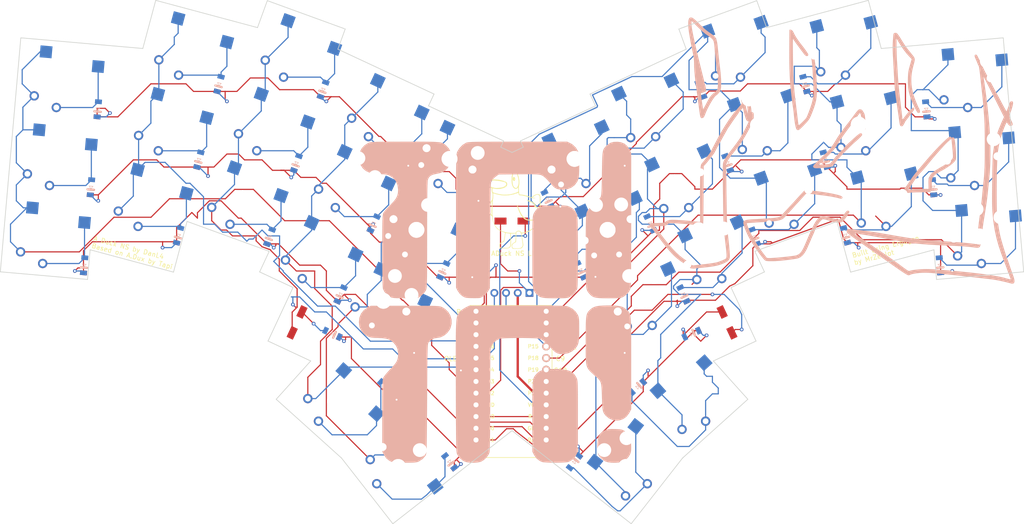
<source format=kicad_pcb>
(kicad_pcb (version 20171130) (host pcbnew 5.1.9+dfsg1-1)
  (title_block (title KEYBOARD_NAME_HERE) (rev VERSION_HERE) (company YOUR_NAME_HERE))
  (layers (0 F.Cu signal) (31 B.Cu signal) (34 B.Paste user) (35 F.Paste user) (36 B.SilkS user) (37 F.SilkS user) (38 B.Mask user) (39 F.Mask user) (44 Edge.Cuts user))
  (net 0 "")
  (net 1 P7)
  (net 2 near_thumb)
  (net 3 P1)
  (net 4 P8)
  (net 5 home_thumb)
  (net 6 P3)
  (net 7 pinky_bottom)
  (net 8 P0)
  (net 9 pinky_home)
  (net 10 P2)
  (net 11 pinky_top)
  (net 12 P9)
  (net 13 P4)
  (net 14 ring_bottom)
  (net 15 ring_home)
  (net 16 ring_top)
  (net 17 P6)
  (net 18 middle_bottom)
  (net 19 middle_home)
  (net 20 middle_top)
  (net 21 index_bottom)
  (net 22 index_home)
  (net 23 index_top)
  (net 24 inner_bottom)
  (net 25 inner_home)
  (net 26 inner_top)
  (net 27 P16)
  (net 28 mirror_near_thumb)
  (net 29 P10)
  (net 30 mirror_home_thumb)
  (net 31 P19)
  (net 32 mirror_pinky_bottom)
  (net 33 mirror_pinky_home)
  (net 34 mirror_pinky_top)
  (net 35 P18)
  (net 36 mirror_ring_bottom)
  (net 37 mirror_ring_home)
  (net 38 mirror_ring_top)
  (net 39 P14)
  (net 40 mirror_middle_bottom)
  (net 41 mirror_middle_home)
  (net 42 mirror_middle_top)
  (net 43 mirror_index_bottom)
  (net 44 mirror_index_home)
  (net 45 mirror_index_top)
  (net 46 mirror_inner_bottom)
  (net 47 mirror_inner_home)
  (net 48 mirror_inner_top)
  (net 49 RAW)
  (net 50 GND)
  (net 51 RST)
  (net 52 VCC)
  (net 53 P21)
  (net 54 P20)
  (net 55 P15)
  (net 56 P5)
  (net 57 =doideswitch)
  (net 58 =doideswitchmirr)
  (module silks:duck560 (layer F.Cu) (at 114.3 -1.27)
    (fp_text reference G*** hide)
    (fp_text value LOGO hide)
  )
  (module silks:zehuze180 (layer B.Cu) (at 113.03 19.05 180)
    (fp_text reference G*** hide)
    (fp_text value LOGO hide)
  )
  (module silks:danlogo (layer B.Cu) (at 182.88 -12.7 180)
    (fp_text reference G*** hide)
    (fp_text value LOGO hide)
  )
  (module PG1350 (layer F.Cu) (at 75.89064 40.923599 318)
    (fp_text reference S1 hide)
    (fp_text value "" hide)
    (pad "" np_thru_hole circle (at 0 0) (size 3.429 3.429) (drill 3.429) (layers *.Cu *.Mask))
    (pad "" np_thru_hole circle (at 5.5 0) (size 1.7018 1.7018) (drill 1.7018) (layers *.Cu *.Mask))
    (pad "" np_thru_hole circle (at -5.5 0) (size 1.7018 1.7018) (drill 1.7018) (layers *.Cu *.Mask))
    (pad "" np_thru_hole circle (at 5 -3.75) (size 3 3) (drill 3) (layers *.Cu *.Mask))
    (pad "" np_thru_hole circle (at 0 -5.95) (size 3 3) (drill 3) (layers *.Cu *.Mask))
    (pad 1 smd rect (at -3.275 -5.95 318) (size 2.6 2.6) (layers B.Cu B.Paste B.Mask) (net 1 P7))
    (pad 2 smd rect (at 8.275 -3.75 318) (size 2.6 2.6) (layers B.Cu B.Paste B.Mask) (net 2 near_thumb))
  )
  (module PG1350 (layer F.Cu) (at 75.89064 40.923599 138)
    (fp_text reference S2 hide)
    (fp_text value "" hide)
    (pad "" np_thru_hole circle (at 0 0) (size 3.429 3.429) (drill 3.429) (layers *.Cu *.Mask))
    (pad "" np_thru_hole circle (at 5.5 0) (size 1.7018 1.7018) (drill 1.7018) (layers *.Cu *.Mask))
    (pad "" np_thru_hole circle (at -5.5 0) (size 1.7018 1.7018) (drill 1.7018) (layers *.Cu *.Mask))
    (pad 1 thru_hole circle (at 5 -3.8) (size 2.032 2.032) (drill 1.27) (layers *.Cu *.Mask) (net 1 P7))
    (pad 2 thru_hole circle (at 0 -5.9) (size 2.032 2.032) (drill 1.27) (layers *.Cu *.Mask) (net 2 near_thumb))
  )
  (module ComboDiode (layer F.Cu) (at 86.70625 37.878507 138)
    (fp_text reference D1 hide)
    (fp_text value "" hide)
    (pad 1 smd rect (at -1.65 0 138) (size 1 1.5) (layers F.Cu F.Paste F.Mask) (net 3 P1))
    (pad 2 smd rect (at 1.65 0 138) (size 1 1.5) (layers B.Cu B.Paste B.Mask) (net 2 near_thumb))
    (pad 1 smd rect (at -1.65 0 138) (size 1 1.5) (layers B.Cu B.Paste B.Mask) (net 3 P1))
  )
  (module PG1350 (layer F.Cu) (at 89.249258 55.248964 308)
    (fp_text reference S3 hide)
    (fp_text value "" hide)
    (pad "" np_thru_hole circle (at 0 0) (size 3.429 3.429) (drill 3.429) (layers *.Cu *.Mask))
    (pad "" np_thru_hole circle (at 5.5 0) (size 1.7018 1.7018) (drill 1.7018) (layers *.Cu *.Mask))
    (pad "" np_thru_hole circle (at -5.5 0) (size 1.7018 1.7018) (drill 1.7018) (layers *.Cu *.Mask))
    (pad "" np_thru_hole circle (at 5 -3.75) (size 3 3) (drill 3) (layers *.Cu *.Mask))
    (pad "" np_thru_hole circle (at 0 -5.95) (size 3 3) (drill 3) (layers *.Cu *.Mask))
    (pad 1 smd rect (at -3.275 -5.95 308) (size 2.6 2.6) (layers B.Cu B.Paste B.Mask) (net 4 P8))
    (pad 2 smd rect (at 8.275 -3.75 308) (size 2.6 2.6) (layers B.Cu B.Paste B.Mask) (net 5 home_thumb))
  )
  (module PG1350 (layer F.Cu) (at 89.249258 55.248964 128)
    (fp_text reference S4 hide)
    (fp_text value "" hide)
    (pad "" np_thru_hole circle (at 0 0) (size 3.429 3.429) (drill 3.429) (layers *.Cu *.Mask))
    (pad "" np_thru_hole circle (at 5.5 0) (size 1.7018 1.7018) (drill 1.7018) (layers *.Cu *.Mask))
    (pad "" np_thru_hole circle (at -5.5 0) (size 1.7018 1.7018) (drill 1.7018) (layers *.Cu *.Mask))
    (pad 1 thru_hole circle (at 5 -3.8) (size 2.032 2.032) (drill 1.27) (layers *.Cu *.Mask) (net 4 P8))
    (pad 2 thru_hole circle (at 0 -5.9) (size 2.032 2.032) (drill 1.27) (layers *.Cu *.Mask) (net 5 home_thumb))
  )
  (module ComboDiode (layer F.Cu) (at 100.429329 54.128244 128)
    (fp_text reference D2 hide)
    (fp_text value "" hide)
    (pad 1 smd rect (at -1.65 0 128) (size 1 1.5) (layers F.Cu F.Paste F.Mask) (net 3 P1))
    (pad 2 smd rect (at 1.65 0 128) (size 1 1.5) (layers B.Cu B.Paste B.Mask) (net 5 home_thumb))
    (pad 1 smd rect (at -1.65 0 128) (size 1 1.5) (layers B.Cu B.Paste B.Mask) (net 3 P1))
  )
  (module PG1350 (layer F.Cu) (at 12.581772 5.195827 355)
    (fp_text reference S5 hide)
    (fp_text value "" hide)
    (pad "" np_thru_hole circle (at 0 0) (size 3.429 3.429) (drill 3.429) (layers *.Cu *.Mask))
    (pad "" np_thru_hole circle (at 5.5 0) (size 1.7018 1.7018) (drill 1.7018) (layers *.Cu *.Mask))
    (pad "" np_thru_hole circle (at -5.5 0) (size 1.7018 1.7018) (drill 1.7018) (layers *.Cu *.Mask))
    (pad "" np_thru_hole circle (at 5 -3.75) (size 3 3) (drill 3) (layers *.Cu *.Mask))
    (pad "" np_thru_hole circle (at 0 -5.95) (size 3 3) (drill 3) (layers *.Cu *.Mask))
    (pad 1 smd rect (at -3.275 -5.95 355) (size 2.6 2.6) (layers B.Cu B.Paste B.Mask) (net 6 P3))
    (pad 2 smd rect (at 8.275 -3.75 355) (size 2.6 2.6) (layers B.Cu B.Paste B.Mask) (net 7 pinky_bottom))
  )
  (module PG1350 (layer F.Cu) (at 12.581772 5.195827 175)
    (fp_text reference S6 hide)
    (fp_text value "" hide)
    (pad "" np_thru_hole circle (at 0 0) (size 3.429 3.429) (drill 3.429) (layers *.Cu *.Mask))
    (pad "" np_thru_hole circle (at 5.5 0) (size 1.7018 1.7018) (drill 1.7018) (layers *.Cu *.Mask))
    (pad "" np_thru_hole circle (at -5.5 0) (size 1.7018 1.7018) (drill 1.7018) (layers *.Cu *.Mask))
    (pad 1 thru_hole circle (at 5 -3.8) (size 2.032 2.032) (drill 1.27) (layers *.Cu *.Mask) (net 6 P3))
    (pad 2 thru_hole circle (at 0 -5.9) (size 2.032 2.032) (drill 1.27) (layers *.Cu *.Mask) (net 7 pinky_bottom))
  )
  (module ComboDiode (layer F.Cu) (at 21.068168 11.4593 85)
    (fp_text reference D3 hide)
    (fp_text value "" hide)
    (pad 1 smd rect (at -1.65 0 85) (size 1 1.5) (layers F.Cu F.Paste F.Mask) (net 8 P0))
    (pad 2 smd rect (at 1.65 0 85) (size 1 1.5) (layers B.Cu B.Paste B.Mask) (net 7 pinky_bottom))
    (pad 1 smd rect (at -1.65 0 85) (size 1 1.5) (layers B.Cu B.Paste B.Mask) (net 8 P0))
  )
  (module PG1350 (layer F.Cu) (at 14.06342 -11.739483 355)
    (fp_text reference S7 hide)
    (fp_text value "" hide)
    (pad "" np_thru_hole circle (at 0 0) (size 3.429 3.429) (drill 3.429) (layers *.Cu *.Mask))
    (pad "" np_thru_hole circle (at 5.5 0) (size 1.7018 1.7018) (drill 1.7018) (layers *.Cu *.Mask))
    (pad "" np_thru_hole circle (at -5.5 0) (size 1.7018 1.7018) (drill 1.7018) (layers *.Cu *.Mask))
    (pad "" np_thru_hole circle (at 5 -3.75) (size 3 3) (drill 3) (layers *.Cu *.Mask))
    (pad "" np_thru_hole circle (at 0 -5.95) (size 3 3) (drill 3) (layers *.Cu *.Mask))
    (pad 1 smd rect (at -3.275 -5.95 355) (size 2.6 2.6) (layers B.Cu B.Paste B.Mask) (net 6 P3))
    (pad 2 smd rect (at 8.275 -3.75 355) (size 2.6 2.6) (layers B.Cu B.Paste B.Mask) (net 9 pinky_home))
  )
  (module PG1350 (layer F.Cu) (at 14.06342 -11.739483 175)
    (fp_text reference S8 hide)
    (fp_text value "" hide)
    (pad "" np_thru_hole circle (at 0 0) (size 3.429 3.429) (drill 3.429) (layers *.Cu *.Mask))
    (pad "" np_thru_hole circle (at 5.5 0) (size 1.7018 1.7018) (drill 1.7018) (layers *.Cu *.Mask))
    (pad "" np_thru_hole circle (at -5.5 0) (size 1.7018 1.7018) (drill 1.7018) (layers *.Cu *.Mask))
    (pad 1 thru_hole circle (at 5 -3.8) (size 2.032 2.032) (drill 1.27) (layers *.Cu *.Mask) (net 6 P3))
    (pad 2 thru_hole circle (at 0 -5.9) (size 2.032 2.032) (drill 1.27) (layers *.Cu *.Mask) (net 9 pinky_home))
  )
  (module ComboDiode (layer F.Cu) (at 22.549816 -5.47601 85)
    (fp_text reference D4 hide)
    (fp_text value "" hide)
    (pad 1 smd rect (at -1.65 0 85) (size 1 1.5) (layers F.Cu F.Paste F.Mask) (net 10 P2))
    (pad 2 smd rect (at 1.65 0 85) (size 1 1.5) (layers B.Cu B.Paste B.Mask) (net 9 pinky_home))
    (pad 1 smd rect (at -1.65 0 85) (size 1 1.5) (layers B.Cu B.Paste B.Mask) (net 10 P2))
  )
  (module PG1350 (layer F.Cu) (at 15.545068 -28.674792 355)
    (fp_text reference S9 hide)
    (fp_text value "" hide)
    (pad "" np_thru_hole circle (at 0 0) (size 3.429 3.429) (drill 3.429) (layers *.Cu *.Mask))
    (pad "" np_thru_hole circle (at 5.5 0) (size 1.7018 1.7018) (drill 1.7018) (layers *.Cu *.Mask))
    (pad "" np_thru_hole circle (at -5.5 0) (size 1.7018 1.7018) (drill 1.7018) (layers *.Cu *.Mask))
    (pad "" np_thru_hole circle (at 5 -3.75) (size 3 3) (drill 3) (layers *.Cu *.Mask))
    (pad "" np_thru_hole circle (at 0 -5.95) (size 3 3) (drill 3) (layers *.Cu *.Mask))
    (pad 1 smd rect (at -3.275 -5.95 355) (size 2.6 2.6) (layers B.Cu B.Paste B.Mask) (net 6 P3))
    (pad 2 smd rect (at 8.275 -3.75 355) (size 2.6 2.6) (layers B.Cu B.Paste B.Mask) (net 11 pinky_top))
  )
  (module PG1350 (layer F.Cu) (at 15.545068 -28.674792 175)
    (fp_text reference S10 hide)
    (fp_text value "" hide)
    (pad "" np_thru_hole circle (at 0 0) (size 3.429 3.429) (drill 3.429) (layers *.Cu *.Mask))
    (pad "" np_thru_hole circle (at 5.5 0) (size 1.7018 1.7018) (drill 1.7018) (layers *.Cu *.Mask))
    (pad "" np_thru_hole circle (at -5.5 0) (size 1.7018 1.7018) (drill 1.7018) (layers *.Cu *.Mask))
    (pad 1 thru_hole circle (at 5 -3.8) (size 2.032 2.032) (drill 1.27) (layers *.Cu *.Mask) (net 6 P3))
    (pad 2 thru_hole circle (at 0 -5.9) (size 2.032 2.032) (drill 1.27) (layers *.Cu *.Mask) (net 11 pinky_top))
  )
  (module ComboDiode (layer F.Cu) (at 24.031463 -22.41132 85)
    (fp_text reference D5 hide)
    (fp_text value "" hide)
    (pad 1 smd rect (at -1.65 0 85) (size 1 1.5) (layers F.Cu F.Paste F.Mask) (net 12 P9))
    (pad 2 smd rect (at 1.65 0 85) (size 1 1.5) (layers B.Cu B.Paste B.Mask) (net 11 pinky_top))
    (pad 1 smd rect (at -1.65 0 85) (size 1 1.5) (layers B.Cu B.Paste B.Mask) (net 12 P9))
  )
  (module PG1350 (layer F.Cu) (at 34.303111 -2.682746 345)
    (fp_text reference S11 hide)
    (fp_text value "" hide)
    (pad "" np_thru_hole circle (at 0 0) (size 3.429 3.429) (drill 3.429) (layers *.Cu *.Mask))
    (pad "" np_thru_hole circle (at 5.5 0) (size 1.7018 1.7018) (drill 1.7018) (layers *.Cu *.Mask))
    (pad "" np_thru_hole circle (at -5.5 0) (size 1.7018 1.7018) (drill 1.7018) (layers *.Cu *.Mask))
    (pad "" np_thru_hole circle (at 5 -3.75) (size 3 3) (drill 3) (layers *.Cu *.Mask))
    (pad "" np_thru_hole circle (at 0 -5.95) (size 3 3) (drill 3) (layers *.Cu *.Mask))
    (pad 1 smd rect (at -3.275 -5.95 345) (size 2.6 2.6) (layers B.Cu B.Paste B.Mask) (net 13 P4))
    (pad 2 smd rect (at 8.275 -3.75 345) (size 2.6 2.6) (layers B.Cu B.Paste B.Mask) (net 14 ring_bottom))
  )
  (module PG1350 (layer F.Cu) (at 34.303111 -2.682746 165)
    (fp_text reference S12 hide)
    (fp_text value "" hide)
    (pad "" np_thru_hole circle (at 0 0) (size 3.429 3.429) (drill 3.429) (layers *.Cu *.Mask))
    (pad "" np_thru_hole circle (at 5.5 0) (size 1.7018 1.7018) (drill 1.7018) (layers *.Cu *.Mask))
    (pad "" np_thru_hole circle (at -5.5 0) (size 1.7018 1.7018) (drill 1.7018) (layers *.Cu *.Mask))
    (pad 1 thru_hole circle (at 5 -3.8) (size 2.032 2.032) (drill 1.27) (layers *.Cu *.Mask) (net 13 P4))
    (pad 2 thru_hole circle (at 0 -5.9) (size 2.032 2.032) (drill 1.27) (layers *.Cu *.Mask) (net 14 ring_bottom))
  )
  (module ComboDiode (layer F.Cu) (at 41.572938 4.959218 75)
    (fp_text reference D6 hide)
    (fp_text value "" hide)
    (pad 1 smd rect (at -1.65 0 75) (size 1 1.5) (layers F.Cu F.Paste F.Mask) (net 8 P0))
    (pad 2 smd rect (at 1.65 0 75) (size 1 1.5) (layers B.Cu B.Paste B.Mask) (net 14 ring_bottom))
    (pad 1 smd rect (at -1.65 0 75) (size 1 1.5) (layers B.Cu B.Paste B.Mask) (net 8 P0))
  )
  (module PG1350 (layer F.Cu) (at 38.703034 -19.103485 345)
    (fp_text reference S13 hide)
    (fp_text value "" hide)
    (pad "" np_thru_hole circle (at 0 0) (size 3.429 3.429) (drill 3.429) (layers *.Cu *.Mask))
    (pad "" np_thru_hole circle (at 5.5 0) (size 1.7018 1.7018) (drill 1.7018) (layers *.Cu *.Mask))
    (pad "" np_thru_hole circle (at -5.5 0) (size 1.7018 1.7018) (drill 1.7018) (layers *.Cu *.Mask))
    (pad "" np_thru_hole circle (at 5 -3.75) (size 3 3) (drill 3) (layers *.Cu *.Mask))
    (pad "" np_thru_hole circle (at 0 -5.95) (size 3 3) (drill 3) (layers *.Cu *.Mask))
    (pad 1 smd rect (at -3.275 -5.95 345) (size 2.6 2.6) (layers B.Cu B.Paste B.Mask) (net 13 P4))
    (pad 2 smd rect (at 8.275 -3.75 345) (size 2.6 2.6) (layers B.Cu B.Paste B.Mask) (net 15 ring_home))
  )
  (module PG1350 (layer F.Cu) (at 38.703034 -19.103485 165)
    (fp_text reference S14 hide)
    (fp_text value "" hide)
    (pad "" np_thru_hole circle (at 0 0) (size 3.429 3.429) (drill 3.429) (layers *.Cu *.Mask))
    (pad "" np_thru_hole circle (at 5.5 0) (size 1.7018 1.7018) (drill 1.7018) (layers *.Cu *.Mask))
    (pad "" np_thru_hole circle (at -5.5 0) (size 1.7018 1.7018) (drill 1.7018) (layers *.Cu *.Mask))
    (pad 1 thru_hole circle (at 5 -3.8) (size 2.032 2.032) (drill 1.27) (layers *.Cu *.Mask) (net 13 P4))
    (pad 2 thru_hole circle (at 0 -5.9) (size 2.032 2.032) (drill 1.27) (layers *.Cu *.Mask) (net 15 ring_home))
  )
  (module ComboDiode (layer F.Cu) (at 45.972862 -11.461521 75)
    (fp_text reference D7 hide)
    (fp_text value "" hide)
    (pad 1 smd rect (at -1.65 0 75) (size 1 1.5) (layers F.Cu F.Paste F.Mask) (net 10 P2))
    (pad 2 smd rect (at 1.65 0 75) (size 1 1.5) (layers B.Cu B.Paste B.Mask) (net 15 ring_home))
    (pad 1 smd rect (at -1.65 0 75) (size 1 1.5) (layers B.Cu B.Paste B.Mask) (net 10 P2))
  )
  (module PG1350 (layer F.Cu) (at 43.102958 -35.524224 345)
    (fp_text reference S15 hide)
    (fp_text value "" hide)
    (pad "" np_thru_hole circle (at 0 0) (size 3.429 3.429) (drill 3.429) (layers *.Cu *.Mask))
    (pad "" np_thru_hole circle (at 5.5 0) (size 1.7018 1.7018) (drill 1.7018) (layers *.Cu *.Mask))
    (pad "" np_thru_hole circle (at -5.5 0) (size 1.7018 1.7018) (drill 1.7018) (layers *.Cu *.Mask))
    (pad "" np_thru_hole circle (at 5 -3.75) (size 3 3) (drill 3) (layers *.Cu *.Mask))
    (pad "" np_thru_hole circle (at 0 -5.95) (size 3 3) (drill 3) (layers *.Cu *.Mask))
    (pad 1 smd rect (at -3.275 -5.95 345) (size 2.6 2.6) (layers B.Cu B.Paste B.Mask) (net 13 P4))
    (pad 2 smd rect (at 8.275 -3.75 345) (size 2.6 2.6) (layers B.Cu B.Paste B.Mask) (net 16 ring_top))
  )
  (module PG1350 (layer F.Cu) (at 43.102958 -35.524224 165)
    (fp_text reference S16 hide)
    (fp_text value "" hide)
    (pad "" np_thru_hole circle (at 0 0) (size 3.429 3.429) (drill 3.429) (layers *.Cu *.Mask))
    (pad "" np_thru_hole circle (at 5.5 0) (size 1.7018 1.7018) (drill 1.7018) (layers *.Cu *.Mask))
    (pad "" np_thru_hole circle (at -5.5 0) (size 1.7018 1.7018) (drill 1.7018) (layers *.Cu *.Mask))
    (pad 1 thru_hole circle (at 5 -3.8) (size 2.032 2.032) (drill 1.27) (layers *.Cu *.Mask) (net 13 P4))
    (pad 2 thru_hole circle (at 0 -5.9) (size 2.032 2.032) (drill 1.27) (layers *.Cu *.Mask) (net 16 ring_top))
  )
  (module ComboDiode (layer F.Cu) (at 50.372786 -27.88226 75)
    (fp_text reference D8 hide)
    (fp_text value "" hide)
    (pad 1 smd rect (at -1.65 0 75) (size 1 1.5) (layers F.Cu F.Paste F.Mask) (net 12 P9))
    (pad 2 smd rect (at 1.65 0 75) (size 1 1.5) (layers B.Cu B.Paste B.Mask) (net 16 ring_top))
    (pad 1 smd rect (at -1.65 0 75) (size 1 1.5) (layers B.Cu B.Paste B.Mask) (net 12 P9))
  )
  (module PG1350 (layer F.Cu) (at 54.758774 -2.983214 340)
    (fp_text reference S17 hide)
    (fp_text value "" hide)
    (pad "" np_thru_hole circle (at 0 0) (size 3.429 3.429) (drill 3.429) (layers *.Cu *.Mask))
    (pad "" np_thru_hole circle (at 5.5 0) (size 1.7018 1.7018) (drill 1.7018) (layers *.Cu *.Mask))
    (pad "" np_thru_hole circle (at -5.5 0) (size 1.7018 1.7018) (drill 1.7018) (layers *.Cu *.Mask))
    (pad "" np_thru_hole circle (at 5 -3.75) (size 3 3) (drill 3) (layers *.Cu *.Mask))
    (pad "" np_thru_hole circle (at 0 -5.95) (size 3 3) (drill 3) (layers *.Cu *.Mask))
    (pad 1 smd rect (at -3.275 -5.95 340) (size 2.6 2.6) (layers B.Cu B.Paste B.Mask) (net 17 P6))
    (pad 2 smd rect (at 8.275 -3.75 340) (size 2.6 2.6) (layers B.Cu B.Paste B.Mask) (net 18 middle_bottom))
  )
  (module PG1350 (layer F.Cu) (at 54.758774 -2.983214 160)
    (fp_text reference S18 hide)
    (fp_text value "" hide)
    (pad "" np_thru_hole circle (at 0 0) (size 3.429 3.429) (drill 3.429) (layers *.Cu *.Mask))
    (pad "" np_thru_hole circle (at 5.5 0) (size 1.7018 1.7018) (drill 1.7018) (layers *.Cu *.Mask))
    (pad "" np_thru_hole circle (at -5.5 0) (size 1.7018 1.7018) (drill 1.7018) (layers *.Cu *.Mask))
    (pad 1 thru_hole circle (at 5 -3.8) (size 2.032 2.032) (drill 1.27) (layers *.Cu *.Mask) (net 17 P6))
    (pad 2 thru_hole circle (at 0 -5.9) (size 2.032 2.032) (drill 1.27) (layers *.Cu *.Mask) (net 18 middle_bottom))
  )
  (module ComboDiode (layer F.Cu) (at 61.334897 5.263277 70)
    (fp_text reference D9 hide)
    (fp_text value "" hide)
    (pad 1 smd rect (at -1.65 0 70) (size 1 1.5) (layers F.Cu F.Paste F.Mask) (net 8 P0))
    (pad 2 smd rect (at 1.65 0 70) (size 1 1.5) (layers B.Cu B.Paste B.Mask) (net 18 middle_bottom))
    (pad 1 smd rect (at -1.65 0 70) (size 1 1.5) (layers B.Cu B.Paste B.Mask) (net 8 P0))
  )
  (module PG1350 (layer F.Cu) (at 60.573116 -18.957989 340)
    (fp_text reference S19 hide)
    (fp_text value "" hide)
    (pad "" np_thru_hole circle (at 0 0) (size 3.429 3.429) (drill 3.429) (layers *.Cu *.Mask))
    (pad "" np_thru_hole circle (at 5.5 0) (size 1.7018 1.7018) (drill 1.7018) (layers *.Cu *.Mask))
    (pad "" np_thru_hole circle (at -5.5 0) (size 1.7018 1.7018) (drill 1.7018) (layers *.Cu *.Mask))
    (pad "" np_thru_hole circle (at 5 -3.75) (size 3 3) (drill 3) (layers *.Cu *.Mask))
    (pad "" np_thru_hole circle (at 0 -5.95) (size 3 3) (drill 3) (layers *.Cu *.Mask))
    (pad 1 smd rect (at -3.275 -5.95 340) (size 2.6 2.6) (layers B.Cu B.Paste B.Mask) (net 17 P6))
    (pad 2 smd rect (at 8.275 -3.75 340) (size 2.6 2.6) (layers B.Cu B.Paste B.Mask) (net 19 middle_home))
  )
  (module PG1350 (layer F.Cu) (at 60.573116 -18.957989 160)
    (fp_text reference S20 hide)
    (fp_text value "" hide)
    (pad "" np_thru_hole circle (at 0 0) (size 3.429 3.429) (drill 3.429) (layers *.Cu *.Mask))
    (pad "" np_thru_hole circle (at 5.5 0) (size 1.7018 1.7018) (drill 1.7018) (layers *.Cu *.Mask))
    (pad "" np_thru_hole circle (at -5.5 0) (size 1.7018 1.7018) (drill 1.7018) (layers *.Cu *.Mask))
    (pad 1 thru_hole circle (at 5 -3.8) (size 2.032 2.032) (drill 1.27) (layers *.Cu *.Mask) (net 17 P6))
    (pad 2 thru_hole circle (at 0 -5.9) (size 2.032 2.032) (drill 1.27) (layers *.Cu *.Mask) (net 19 middle_home))
  )
  (module ComboDiode (layer F.Cu) (at 67.149239 -10.711498 70)
    (fp_text reference D10 hide)
    (fp_text value "" hide)
    (pad 1 smd rect (at -1.65 0 70) (size 1 1.5) (layers F.Cu F.Paste F.Mask) (net 10 P2))
    (pad 2 smd rect (at 1.65 0 70) (size 1 1.5) (layers B.Cu B.Paste B.Mask) (net 19 middle_home))
    (pad 1 smd rect (at -1.65 0 70) (size 1 1.5) (layers B.Cu B.Paste B.Mask) (net 10 P2))
  )
  (module PG1350 (layer F.Cu) (at 66.387459 -34.932763 340)
    (fp_text reference S21 hide)
    (fp_text value "" hide)
    (pad "" np_thru_hole circle (at 0 0) (size 3.429 3.429) (drill 3.429) (layers *.Cu *.Mask))
    (pad "" np_thru_hole circle (at 5.5 0) (size 1.7018 1.7018) (drill 1.7018) (layers *.Cu *.Mask))
    (pad "" np_thru_hole circle (at -5.5 0) (size 1.7018 1.7018) (drill 1.7018) (layers *.Cu *.Mask))
    (pad "" np_thru_hole circle (at 5 -3.75) (size 3 3) (drill 3) (layers *.Cu *.Mask))
    (pad "" np_thru_hole circle (at 0 -5.95) (size 3 3) (drill 3) (layers *.Cu *.Mask))
    (pad 1 smd rect (at -3.275 -5.95 340) (size 2.6 2.6) (layers B.Cu B.Paste B.Mask) (net 17 P6))
    (pad 2 smd rect (at 8.275 -3.75 340) (size 2.6 2.6) (layers B.Cu B.Paste B.Mask) (net 20 middle_top))
  )
  (module PG1350 (layer F.Cu) (at 66.387459 -34.932763 160)
    (fp_text reference S22 hide)
    (fp_text value "" hide)
    (pad "" np_thru_hole circle (at 0 0) (size 3.429 3.429) (drill 3.429) (layers *.Cu *.Mask))
    (pad "" np_thru_hole circle (at 5.5 0) (size 1.7018 1.7018) (drill 1.7018) (layers *.Cu *.Mask))
    (pad "" np_thru_hole circle (at -5.5 0) (size 1.7018 1.7018) (drill 1.7018) (layers *.Cu *.Mask))
    (pad 1 thru_hole circle (at 5 -3.8) (size 2.032 2.032) (drill 1.27) (layers *.Cu *.Mask) (net 17 P6))
    (pad 2 thru_hole circle (at 0 -5.9) (size 2.032 2.032) (drill 1.27) (layers *.Cu *.Mask) (net 20 middle_top))
  )
  (module ComboDiode (layer F.Cu) (at 72.963581 -26.686272 70)
    (fp_text reference D11 hide)
    (fp_text value "" hide)
    (pad 1 smd rect (at -1.65 0 70) (size 1 1.5) (layers F.Cu F.Paste F.Mask) (net 12 P9))
    (pad 2 smd rect (at 1.65 0 70) (size 1 1.5) (layers B.Cu B.Paste B.Mask) (net 20 middle_top))
    (pad 1 smd rect (at -1.65 0 70) (size 1 1.5) (layers B.Cu B.Paste B.Mask) (net 12 P9))
  )
  (module PG1350 (layer F.Cu) (at 70.917356 8.997212 335)
    (fp_text reference S23 hide)
    (fp_text value "" hide)
    (pad "" np_thru_hole circle (at 0 0) (size 3.429 3.429) (drill 3.429) (layers *.Cu *.Mask))
    (pad "" np_thru_hole circle (at 5.5 0) (size 1.7018 1.7018) (drill 1.7018) (layers *.Cu *.Mask))
    (pad "" np_thru_hole circle (at -5.5 0) (size 1.7018 1.7018) (drill 1.7018) (layers *.Cu *.Mask))
    (pad "" np_thru_hole circle (at 5 -3.75) (size 3 3) (drill 3) (layers *.Cu *.Mask))
    (pad "" np_thru_hole circle (at 0 -5.95) (size 3 3) (drill 3) (layers *.Cu *.Mask))
    (pad 1 smd rect (at -3.275 -5.95 335) (size 2.6 2.6) (layers B.Cu B.Paste B.Mask) (net 1 P7))
    (pad 2 smd rect (at 8.275 -3.75 335) (size 2.6 2.6) (layers B.Cu B.Paste B.Mask) (net 21 index_bottom))
  )
  (module PG1350 (layer F.Cu) (at 70.917356 8.997212 155)
    (fp_text reference S24 hide)
    (fp_text value "" hide)
    (pad "" np_thru_hole circle (at 0 0) (size 3.429 3.429) (drill 3.429) (layers *.Cu *.Mask))
    (pad "" np_thru_hole circle (at 5.5 0) (size 1.7018 1.7018) (drill 1.7018) (layers *.Cu *.Mask))
    (pad "" np_thru_hole circle (at -5.5 0) (size 1.7018 1.7018) (drill 1.7018) (layers *.Cu *.Mask))
    (pad 1 thru_hole circle (at 5 -3.8) (size 2.032 2.032) (drill 1.27) (layers *.Cu *.Mask) (net 1 P7))
    (pad 2 thru_hole circle (at 0 -5.9) (size 2.032 2.032) (drill 1.27) (layers *.Cu *.Mask) (net 21 index_bottom))
  )
  (module ComboDiode (layer F.Cu) (at 76.749726 17.785469 65)
    (fp_text reference D12 hide)
    (fp_text value "" hide)
    (pad 1 smd rect (at -1.65 0 65) (size 1 1.5) (layers F.Cu F.Paste F.Mask) (net 8 P0))
    (pad 2 smd rect (at 1.65 0 65) (size 1 1.5) (layers B.Cu B.Paste B.Mask) (net 21 index_bottom))
    (pad 1 smd rect (at -1.65 0 65) (size 1 1.5) (layers B.Cu B.Paste B.Mask) (net 8 P0))
  )
  (module PG1350 (layer F.Cu) (at 78.101867 -6.410021 335)
    (fp_text reference S25 hide)
    (fp_text value "" hide)
    (pad "" np_thru_hole circle (at 0 0) (size 3.429 3.429) (drill 3.429) (layers *.Cu *.Mask))
    (pad "" np_thru_hole circle (at 5.5 0) (size 1.7018 1.7018) (drill 1.7018) (layers *.Cu *.Mask))
    (pad "" np_thru_hole circle (at -5.5 0) (size 1.7018 1.7018) (drill 1.7018) (layers *.Cu *.Mask))
    (pad "" np_thru_hole circle (at 5 -3.75) (size 3 3) (drill 3) (layers *.Cu *.Mask))
    (pad "" np_thru_hole circle (at 0 -5.95) (size 3 3) (drill 3) (layers *.Cu *.Mask))
    (pad 1 smd rect (at -3.275 -5.95 335) (size 2.6 2.6) (layers B.Cu B.Paste B.Mask) (net 1 P7))
    (pad 2 smd rect (at 8.275 -3.75 335) (size 2.6 2.6) (layers B.Cu B.Paste B.Mask) (net 22 index_home))
  )
  (module PG1350 (layer F.Cu) (at 78.101867 -6.410021 155)
    (fp_text reference S26 hide)
    (fp_text value "" hide)
    (pad "" np_thru_hole circle (at 0 0) (size 3.429 3.429) (drill 3.429) (layers *.Cu *.Mask))
    (pad "" np_thru_hole circle (at 5.5 0) (size 1.7018 1.7018) (drill 1.7018) (layers *.Cu *.Mask))
    (pad "" np_thru_hole circle (at -5.5 0) (size 1.7018 1.7018) (drill 1.7018) (layers *.Cu *.Mask))
    (pad 1 thru_hole circle (at 5 -3.8) (size 2.032 2.032) (drill 1.27) (layers *.Cu *.Mask) (net 1 P7))
    (pad 2 thru_hole circle (at 0 -5.9) (size 2.032 2.032) (drill 1.27) (layers *.Cu *.Mask) (net 22 index_home))
  )
  (module ComboDiode (layer F.Cu) (at 83.934236 2.378237 65)
    (fp_text reference D13 hide)
    (fp_text value "" hide)
    (pad 1 smd rect (at -1.65 0 65) (size 1 1.5) (layers F.Cu F.Paste F.Mask) (net 10 P2))
    (pad 2 smd rect (at 1.65 0 65) (size 1 1.5) (layers B.Cu B.Paste B.Mask) (net 22 index_home))
    (pad 1 smd rect (at -1.65 0 65) (size 1 1.5) (layers B.Cu B.Paste B.Mask) (net 10 P2))
  )
  (module PG1350 (layer F.Cu) (at 85.286377 -21.817253 335)
    (fp_text reference S27 hide)
    (fp_text value "" hide)
    (pad "" np_thru_hole circle (at 0 0) (size 3.429 3.429) (drill 3.429) (layers *.Cu *.Mask))
    (pad "" np_thru_hole circle (at 5.5 0) (size 1.7018 1.7018) (drill 1.7018) (layers *.Cu *.Mask))
    (pad "" np_thru_hole circle (at -5.5 0) (size 1.7018 1.7018) (drill 1.7018) (layers *.Cu *.Mask))
    (pad "" np_thru_hole circle (at 5 -3.75) (size 3 3) (drill 3) (layers *.Cu *.Mask))
    (pad "" np_thru_hole circle (at 0 -5.95) (size 3 3) (drill 3) (layers *.Cu *.Mask))
    (pad 1 smd rect (at -3.275 -5.95 335) (size 2.6 2.6) (layers B.Cu B.Paste B.Mask) (net 1 P7))
    (pad 2 smd rect (at 8.275 -3.75 335) (size 2.6 2.6) (layers B.Cu B.Paste B.Mask) (net 23 index_top))
  )
  (module PG1350 (layer F.Cu) (at 85.286377 -21.817253 155)
    (fp_text reference S28 hide)
    (fp_text value "" hide)
    (pad "" np_thru_hole circle (at 0 0) (size 3.429 3.429) (drill 3.429) (layers *.Cu *.Mask))
    (pad "" np_thru_hole circle (at 5.5 0) (size 1.7018 1.7018) (drill 1.7018) (layers *.Cu *.Mask))
    (pad "" np_thru_hole circle (at -5.5 0) (size 1.7018 1.7018) (drill 1.7018) (layers *.Cu *.Mask))
    (pad 1 thru_hole circle (at 5 -3.8) (size 2.032 2.032) (drill 1.27) (layers *.Cu *.Mask) (net 1 P7))
    (pad 2 thru_hole circle (at 0 -5.9) (size 2.032 2.032) (drill 1.27) (layers *.Cu *.Mask) (net 23 index_top))
  )
  (module ComboDiode (layer F.Cu) (at 91.118747 -13.028996 65)
    (fp_text reference D14 hide)
    (fp_text value "" hide)
    (pad 1 smd rect (at -1.65 0 65) (size 1 1.5) (layers F.Cu F.Paste F.Mask) (net 12 P9))
    (pad 2 smd rect (at 1.65 0 65) (size 1 1.5) (layers B.Cu B.Paste B.Mask) (net 23 index_top))
    (pad 1 smd rect (at -1.65 0 65) (size 1 1.5) (layers B.Cu B.Paste B.Mask) (net 12 P9))
  )
  (module PG1350 (layer F.Cu) (at 86.033478 19.172213 335)
    (fp_text reference S29 hide)
    (fp_text value "" hide)
    (pad "" np_thru_hole circle (at 0 0) (size 3.429 3.429) (drill 3.429) (layers *.Cu *.Mask))
    (pad "" np_thru_hole circle (at 5.5 0) (size 1.7018 1.7018) (drill 1.7018) (layers *.Cu *.Mask))
    (pad "" np_thru_hole circle (at -5.5 0) (size 1.7018 1.7018) (drill 1.7018) (layers *.Cu *.Mask))
    (pad "" np_thru_hole circle (at 5 -3.75) (size 3 3) (drill 3) (layers *.Cu *.Mask))
    (pad "" np_thru_hole circle (at 0 -5.95) (size 3 3) (drill 3) (layers *.Cu *.Mask))
    (pad 1 smd rect (at -3.275 -5.95 335) (size 2.6 2.6) (layers B.Cu B.Paste B.Mask) (net 4 P8))
    (pad 2 smd rect (at 8.275 -3.75 335) (size 2.6 2.6) (layers B.Cu B.Paste B.Mask) (net 24 inner_bottom))
  )
  (module PG1350 (layer F.Cu) (at 86.033478 19.172213 155)
    (fp_text reference S30 hide)
    (fp_text value "" hide)
    (pad "" np_thru_hole circle (at 0 0) (size 3.429 3.429) (drill 3.429) (layers *.Cu *.Mask))
    (pad "" np_thru_hole circle (at 5.5 0) (size 1.7018 1.7018) (drill 1.7018) (layers *.Cu *.Mask))
    (pad "" np_thru_hole circle (at -5.5 0) (size 1.7018 1.7018) (drill 1.7018) (layers *.Cu *.Mask))
    (pad 1 thru_hole circle (at 5 -3.8) (size 2.032 2.032) (drill 1.27) (layers *.Cu *.Mask) (net 4 P8))
    (pad 2 thru_hole circle (at 0 -5.9) (size 2.032 2.032) (drill 1.27) (layers *.Cu *.Mask) (net 24 inner_bottom))
  )
  (module ComboDiode (layer F.Cu) (at 91.865848 27.96047 65)
    (fp_text reference D15 hide)
    (fp_text value "" hide)
    (pad 1 smd rect (at -1.65 0 65) (size 1 1.5) (layers F.Cu F.Paste F.Mask) (net 8 P0))
    (pad 2 smd rect (at 1.65 0 65) (size 1 1.5) (layers B.Cu B.Paste B.Mask) (net 24 inner_bottom))
    (pad 1 smd rect (at -1.65 0 65) (size 1 1.5) (layers B.Cu B.Paste B.Mask) (net 8 P0))
  )
  (module PG1350 (layer F.Cu) (at 93.217989 3.76498 335)
    (fp_text reference S31 hide)
    (fp_text value "" hide)
    (pad "" np_thru_hole circle (at 0 0) (size 3.429 3.429) (drill 3.429) (layers *.Cu *.Mask))
    (pad "" np_thru_hole circle (at 5.5 0) (size 1.7018 1.7018) (drill 1.7018) (layers *.Cu *.Mask))
    (pad "" np_thru_hole circle (at -5.5 0) (size 1.7018 1.7018) (drill 1.7018) (layers *.Cu *.Mask))
    (pad "" np_thru_hole circle (at 5 -3.75) (size 3 3) (drill 3) (layers *.Cu *.Mask))
    (pad "" np_thru_hole circle (at 0 -5.95) (size 3 3) (drill 3) (layers *.Cu *.Mask))
    (pad 1 smd rect (at -3.275 -5.95 335) (size 2.6 2.6) (layers B.Cu B.Paste B.Mask) (net 4 P8))
    (pad 2 smd rect (at 8.275 -3.75 335) (size 2.6 2.6) (layers B.Cu B.Paste B.Mask) (net 25 inner_home))
  )
  (module PG1350 (layer F.Cu) (at 93.217989 3.76498 155)
    (fp_text reference S32 hide)
    (fp_text value "" hide)
    (pad "" np_thru_hole circle (at 0 0) (size 3.429 3.429) (drill 3.429) (layers *.Cu *.Mask))
    (pad "" np_thru_hole circle (at 5.5 0) (size 1.7018 1.7018) (drill 1.7018) (layers *.Cu *.Mask))
    (pad "" np_thru_hole circle (at -5.5 0) (size 1.7018 1.7018) (drill 1.7018) (layers *.Cu *.Mask))
    (pad 1 thru_hole circle (at 5 -3.8) (size 2.032 2.032) (drill 1.27) (layers *.Cu *.Mask) (net 4 P8))
    (pad 2 thru_hole circle (at 0 -5.9) (size 2.032 2.032) (drill 1.27) (layers *.Cu *.Mask) (net 25 inner_home))
  )
  (module ComboDiode (layer F.Cu) (at 99.050358 12.553237 65)
    (fp_text reference D16 hide)
    (fp_text value "" hide)
    (pad 1 smd rect (at -1.65 0 65) (size 1 1.5) (layers F.Cu F.Paste F.Mask) (net 10 P2))
    (pad 2 smd rect (at 1.65 0 65) (size 1 1.5) (layers B.Cu B.Paste B.Mask) (net 25 inner_home))
    (pad 1 smd rect (at -1.65 0 65) (size 1 1.5) (layers B.Cu B.Paste B.Mask) (net 10 P2))
  )
  (module PG1350 (layer F.Cu) (at 100.402499 -11.642252 335)
    (fp_text reference S33 hide)
    (fp_text value "" hide)
    (pad "" np_thru_hole circle (at 0 0) (size 3.429 3.429) (drill 3.429) (layers *.Cu *.Mask))
    (pad "" np_thru_hole circle (at 5.5 0) (size 1.7018 1.7018) (drill 1.7018) (layers *.Cu *.Mask))
    (pad "" np_thru_hole circle (at -5.5 0) (size 1.7018 1.7018) (drill 1.7018) (layers *.Cu *.Mask))
    (pad "" np_thru_hole circle (at 5 -3.75) (size 3 3) (drill 3) (layers *.Cu *.Mask))
    (pad "" np_thru_hole circle (at 0 -5.95) (size 3 3) (drill 3) (layers *.Cu *.Mask))
    (pad 1 smd rect (at -3.275 -5.95 335) (size 2.6 2.6) (layers B.Cu B.Paste B.Mask) (net 4 P8))
    (pad 2 smd rect (at 8.275 -3.75 335) (size 2.6 2.6) (layers B.Cu B.Paste B.Mask) (net 26 inner_top))
  )
  (module PG1350 (layer F.Cu) (at 100.402499 -11.642252 155)
    (fp_text reference S34 hide)
    (fp_text value "" hide)
    (pad "" np_thru_hole circle (at 0 0) (size 3.429 3.429) (drill 3.429) (layers *.Cu *.Mask))
    (pad "" np_thru_hole circle (at 5.5 0) (size 1.7018 1.7018) (drill 1.7018) (layers *.Cu *.Mask))
    (pad "" np_thru_hole circle (at -5.5 0) (size 1.7018 1.7018) (drill 1.7018) (layers *.Cu *.Mask))
    (pad 1 thru_hole circle (at 5 -3.8) (size 2.032 2.032) (drill 1.27) (layers *.Cu *.Mask) (net 4 P8))
    (pad 2 thru_hole circle (at 0 -5.9) (size 2.032 2.032) (drill 1.27) (layers *.Cu *.Mask) (net 26 inner_top))
  )
  (module ComboDiode (layer F.Cu) (at 106.234869 -2.853995 65)
    (fp_text reference D17 hide)
    (fp_text value "" hide)
    (pad 1 smd rect (at -1.65 0 65) (size 1 1.5) (layers F.Cu F.Paste F.Mask) (net 12 P9))
    (pad 2 smd rect (at 1.65 0 65) (size 1 1.5) (layers B.Cu B.Paste B.Mask) (net 26 inner_top))
    (pad 1 smd rect (at -1.65 0 65) (size 1 1.5) (layers B.Cu B.Paste B.Mask) (net 12 P9))
  )
  (module PG1350 (layer F.Cu) (at 152.050893 40.923599 42)
    (fp_text reference S35 hide)
    (fp_text value "" hide)
    (pad "" np_thru_hole circle (at 0 0) (size 3.429 3.429) (drill 3.429) (layers *.Cu *.Mask))
    (pad "" np_thru_hole circle (at 5.5 0) (size 1.7018 1.7018) (drill 1.7018) (layers *.Cu *.Mask))
    (pad "" np_thru_hole circle (at -5.5 0) (size 1.7018 1.7018) (drill 1.7018) (layers *.Cu *.Mask))
    (pad "" np_thru_hole circle (at 5 -3.75) (size 3 3) (drill 3) (layers *.Cu *.Mask))
    (pad "" np_thru_hole circle (at 0 -5.95) (size 3 3) (drill 3) (layers *.Cu *.Mask))
    (pad 1 smd rect (at -3.275 -5.95 42) (size 2.6 2.6) (layers B.Cu B.Paste B.Mask) (net 27 P16))
    (pad 2 smd rect (at 8.275 -3.75 42) (size 2.6 2.6) (layers B.Cu B.Paste B.Mask) (net 28 mirror_near_thumb))
  )
  (module PG1350 (layer F.Cu) (at 152.050893 40.923599 222)
    (fp_text reference S36 hide)
    (fp_text value "" hide)
    (pad "" np_thru_hole circle (at 0 0) (size 3.429 3.429) (drill 3.429) (layers *.Cu *.Mask))
    (pad "" np_thru_hole circle (at 5.5 0) (size 1.7018 1.7018) (drill 1.7018) (layers *.Cu *.Mask))
    (pad "" np_thru_hole circle (at -5.5 0) (size 1.7018 1.7018) (drill 1.7018) (layers *.Cu *.Mask))
    (pad 1 thru_hole circle (at 5 -3.8) (size 2.032 2.032) (drill 1.27) (layers *.Cu *.Mask) (net 27 P16))
    (pad 2 thru_hole circle (at 0 -5.9) (size 2.032 2.032) (drill 1.27) (layers *.Cu *.Mask) (net 28 mirror_near_thumb))
  )
  (module ComboDiode (layer F.Cu) (at 141.235284 37.878507 222)
    (fp_text reference D18 hide)
    (fp_text value "" hide)
    (pad 1 smd rect (at -1.65 0 222) (size 1 1.5) (layers F.Cu F.Paste F.Mask) (net 3 P1))
    (pad 2 smd rect (at 1.65 0 222) (size 1 1.5) (layers B.Cu B.Paste B.Mask) (net 28 mirror_near_thumb))
    (pad 1 smd rect (at -1.65 0 222) (size 1 1.5) (layers B.Cu B.Paste B.Mask) (net 3 P1))
  )
  (module PG1350 (layer F.Cu) (at 138.692275 55.248964 52)
    (fp_text reference S37 hide)
    (fp_text value "" hide)
    (pad "" np_thru_hole circle (at 0 0) (size 3.429 3.429) (drill 3.429) (layers *.Cu *.Mask))
    (pad "" np_thru_hole circle (at 5.5 0) (size 1.7018 1.7018) (drill 1.7018) (layers *.Cu *.Mask))
    (pad "" np_thru_hole circle (at -5.5 0) (size 1.7018 1.7018) (drill 1.7018) (layers *.Cu *.Mask))
    (pad "" np_thru_hole circle (at 5 -3.75) (size 3 3) (drill 3) (layers *.Cu *.Mask))
    (pad "" np_thru_hole circle (at 0 -5.95) (size 3 3) (drill 3) (layers *.Cu *.Mask))
    (pad 1 smd rect (at -3.275 -5.95 52) (size 2.6 2.6) (layers B.Cu B.Paste B.Mask) (net 29 P10))
    (pad 2 smd rect (at 8.275 -3.75 52) (size 2.6 2.6) (layers B.Cu B.Paste B.Mask) (net 30 mirror_home_thumb))
  )
  (module PG1350 (layer F.Cu) (at 138.692275 55.248964 232)
    (fp_text reference S38 hide)
    (fp_text value "" hide)
    (pad "" np_thru_hole circle (at 0 0) (size 3.429 3.429) (drill 3.429) (layers *.Cu *.Mask))
    (pad "" np_thru_hole circle (at 5.5 0) (size 1.7018 1.7018) (drill 1.7018) (layers *.Cu *.Mask))
    (pad "" np_thru_hole circle (at -5.5 0) (size 1.7018 1.7018) (drill 1.7018) (layers *.Cu *.Mask))
    (pad 1 thru_hole circle (at 5 -3.8) (size 2.032 2.032) (drill 1.27) (layers *.Cu *.Mask) (net 29 P10))
    (pad 2 thru_hole circle (at 0 -5.9) (size 2.032 2.032) (drill 1.27) (layers *.Cu *.Mask) (net 30 mirror_home_thumb))
  )
  (module ComboDiode (layer F.Cu) (at 127.512204 54.128244 232)
    (fp_text reference D19 hide)
    (fp_text value "" hide)
    (pad 1 smd rect (at -1.65 0 232) (size 1 1.5) (layers F.Cu F.Paste F.Mask) (net 3 P1))
    (pad 2 smd rect (at 1.65 0 232) (size 1 1.5) (layers B.Cu B.Paste B.Mask) (net 30 mirror_home_thumb))
    (pad 1 smd rect (at -1.65 0 232) (size 1 1.5) (layers B.Cu B.Paste B.Mask) (net 3 P1))
  )
  (module PG1350 (layer F.Cu) (at 215.359761 5.195827 5)
    (fp_text reference S39 hide)
    (fp_text value "" hide)
    (pad "" np_thru_hole circle (at 0 0) (size 3.429 3.429) (drill 3.429) (layers *.Cu *.Mask))
    (pad "" np_thru_hole circle (at 5.5 0) (size 1.7018 1.7018) (drill 1.7018) (layers *.Cu *.Mask))
    (pad "" np_thru_hole circle (at -5.5 0) (size 1.7018 1.7018) (drill 1.7018) (layers *.Cu *.Mask))
    (pad "" np_thru_hole circle (at 5 -3.75) (size 3 3) (drill 3) (layers *.Cu *.Mask))
    (pad "" np_thru_hole circle (at 0 -5.95) (size 3 3) (drill 3) (layers *.Cu *.Mask))
    (pad 1 smd rect (at -3.275 -5.95 5) (size 2.6 2.6) (layers B.Cu B.Paste B.Mask) (net 31 P19))
    (pad 2 smd rect (at 8.275 -3.75 5) (size 2.6 2.6) (layers B.Cu B.Paste B.Mask) (net 32 mirror_pinky_bottom))
  )
  (module PG1350 (layer F.Cu) (at 215.359761 5.195827 185)
    (fp_text reference S40 hide)
    (fp_text value "" hide)
    (pad "" np_thru_hole circle (at 0 0) (size 3.429 3.429) (drill 3.429) (layers *.Cu *.Mask))
    (pad "" np_thru_hole circle (at 5.5 0) (size 1.7018 1.7018) (drill 1.7018) (layers *.Cu *.Mask))
    (pad "" np_thru_hole circle (at -5.5 0) (size 1.7018 1.7018) (drill 1.7018) (layers *.Cu *.Mask))
    (pad 1 thru_hole circle (at 5 -3.8) (size 2.032 2.032) (drill 1.27) (layers *.Cu *.Mask) (net 31 P19))
    (pad 2 thru_hole circle (at 0 -5.9) (size 2.032 2.032) (drill 1.27) (layers *.Cu *.Mask) (net 32 mirror_pinky_bottom))
  )
  (module ComboDiode (layer F.Cu) (at 206.873365 11.4593 95)
    (fp_text reference D20 hide)
    (fp_text value "" hide)
    (pad 1 smd rect (at -1.65 0 95) (size 1 1.5) (layers F.Cu F.Paste F.Mask) (net 8 P0))
    (pad 2 smd rect (at 1.65 0 95) (size 1 1.5) (layers B.Cu B.Paste B.Mask) (net 32 mirror_pinky_bottom))
    (pad 1 smd rect (at -1.65 0 95) (size 1 1.5) (layers B.Cu B.Paste B.Mask) (net 8 P0))
  )
  (module PG1350 (layer F.Cu) (at 213.878113 -11.739483 5)
    (fp_text reference S41 hide)
    (fp_text value "" hide)
    (pad "" np_thru_hole circle (at 0 0) (size 3.429 3.429) (drill 3.429) (layers *.Cu *.Mask))
    (pad "" np_thru_hole circle (at 5.5 0) (size 1.7018 1.7018) (drill 1.7018) (layers *.Cu *.Mask))
    (pad "" np_thru_hole circle (at -5.5 0) (size 1.7018 1.7018) (drill 1.7018) (layers *.Cu *.Mask))
    (pad "" np_thru_hole circle (at 5 -3.75) (size 3 3) (drill 3) (layers *.Cu *.Mask))
    (pad "" np_thru_hole circle (at 0 -5.95) (size 3 3) (drill 3) (layers *.Cu *.Mask))
    (pad 1 smd rect (at -3.275 -5.95 5) (size 2.6 2.6) (layers B.Cu B.Paste B.Mask) (net 31 P19))
    (pad 2 smd rect (at 8.275 -3.75 5) (size 2.6 2.6) (layers B.Cu B.Paste B.Mask) (net 33 mirror_pinky_home))
  )
  (module PG1350 (layer F.Cu) (at 213.878113 -11.739483 185)
    (fp_text reference S42 hide)
    (fp_text value "" hide)
    (pad "" np_thru_hole circle (at 0 0) (size 3.429 3.429) (drill 3.429) (layers *.Cu *.Mask))
    (pad "" np_thru_hole circle (at 5.5 0) (size 1.7018 1.7018) (drill 1.7018) (layers *.Cu *.Mask))
    (pad "" np_thru_hole circle (at -5.5 0) (size 1.7018 1.7018) (drill 1.7018) (layers *.Cu *.Mask))
    (pad 1 thru_hole circle (at 5 -3.8) (size 2.032 2.032) (drill 1.27) (layers *.Cu *.Mask) (net 31 P19))
    (pad 2 thru_hole circle (at 0 -5.9) (size 2.032 2.032) (drill 1.27) (layers *.Cu *.Mask) (net 33 mirror_pinky_home))
  )
  (module ComboDiode (layer F.Cu) (at 205.391718 -5.47601 95)
    (fp_text reference D21 hide)
    (fp_text value "" hide)
    (pad 1 smd rect (at -1.65 0 95) (size 1 1.5) (layers F.Cu F.Paste F.Mask) (net 10 P2))
    (pad 2 smd rect (at 1.65 0 95) (size 1 1.5) (layers B.Cu B.Paste B.Mask) (net 33 mirror_pinky_home))
    (pad 1 smd rect (at -1.65 0 95) (size 1 1.5) (layers B.Cu B.Paste B.Mask) (net 10 P2))
  )
  (module PG1350 (layer F.Cu) (at 212.396466 -28.674792 5)
    (fp_text reference S43 hide)
    (fp_text value "" hide)
    (pad "" np_thru_hole circle (at 0 0) (size 3.429 3.429) (drill 3.429) (layers *.Cu *.Mask))
    (pad "" np_thru_hole circle (at 5.5 0) (size 1.7018 1.7018) (drill 1.7018) (layers *.Cu *.Mask))
    (pad "" np_thru_hole circle (at -5.5 0) (size 1.7018 1.7018) (drill 1.7018) (layers *.Cu *.Mask))
    (pad "" np_thru_hole circle (at 5 -3.75) (size 3 3) (drill 3) (layers *.Cu *.Mask))
    (pad "" np_thru_hole circle (at 0 -5.95) (size 3 3) (drill 3) (layers *.Cu *.Mask))
    (pad 1 smd rect (at -3.275 -5.95 5) (size 2.6 2.6) (layers B.Cu B.Paste B.Mask) (net 31 P19))
    (pad 2 smd rect (at 8.275 -3.75 5) (size 2.6 2.6) (layers B.Cu B.Paste B.Mask) (net 34 mirror_pinky_top))
  )
  (module PG1350 (layer F.Cu) (at 212.396466 -28.674792 185)
    (fp_text reference S44 hide)
    (fp_text value "" hide)
    (pad "" np_thru_hole circle (at 0 0) (size 3.429 3.429) (drill 3.429) (layers *.Cu *.Mask))
    (pad "" np_thru_hole circle (at 5.5 0) (size 1.7018 1.7018) (drill 1.7018) (layers *.Cu *.Mask))
    (pad "" np_thru_hole circle (at -5.5 0) (size 1.7018 1.7018) (drill 1.7018) (layers *.Cu *.Mask))
    (pad 1 thru_hole circle (at 5 -3.8) (size 2.032 2.032) (drill 1.27) (layers *.Cu *.Mask) (net 31 P19))
    (pad 2 thru_hole circle (at 0 -5.9) (size 2.032 2.032) (drill 1.27) (layers *.Cu *.Mask) (net 34 mirror_pinky_top))
  )
  (module ComboDiode (layer F.Cu) (at 203.91007 -22.41132 95)
    (fp_text reference D22 hide)
    (fp_text value "" hide)
    (pad 1 smd rect (at -1.65 0 95) (size 1 1.5) (layers F.Cu F.Paste F.Mask) (net 12 P9))
    (pad 2 smd rect (at 1.65 0 95) (size 1 1.5) (layers B.Cu B.Paste B.Mask) (net 34 mirror_pinky_top))
    (pad 1 smd rect (at -1.65 0 95) (size 1 1.5) (layers B.Cu B.Paste B.Mask) (net 12 P9))
  )
  (module PG1350 (layer F.Cu) (at 193.638423 -2.682746 15)
    (fp_text reference S45 hide)
    (fp_text value "" hide)
    (pad "" np_thru_hole circle (at 0 0) (size 3.429 3.429) (drill 3.429) (layers *.Cu *.Mask))
    (pad "" np_thru_hole circle (at 5.5 0) (size 1.7018 1.7018) (drill 1.7018) (layers *.Cu *.Mask))
    (pad "" np_thru_hole circle (at -5.5 0) (size 1.7018 1.7018) (drill 1.7018) (layers *.Cu *.Mask))
    (pad "" np_thru_hole circle (at 5 -3.75) (size 3 3) (drill 3) (layers *.Cu *.Mask))
    (pad "" np_thru_hole circle (at 0 -5.95) (size 3 3) (drill 3) (layers *.Cu *.Mask))
    (pad 1 smd rect (at -3.275 -5.95 15) (size 2.6 2.6) (layers B.Cu B.Paste B.Mask) (net 35 P18))
    (pad 2 smd rect (at 8.275 -3.75 15) (size 2.6 2.6) (layers B.Cu B.Paste B.Mask) (net 36 mirror_ring_bottom))
  )
  (module PG1350 (layer F.Cu) (at 193.638423 -2.682746 195)
    (fp_text reference S46 hide)
    (fp_text value "" hide)
    (pad "" np_thru_hole circle (at 0 0) (size 3.429 3.429) (drill 3.429) (layers *.Cu *.Mask))
    (pad "" np_thru_hole circle (at 5.5 0) (size 1.7018 1.7018) (drill 1.7018) (layers *.Cu *.Mask))
    (pad "" np_thru_hole circle (at -5.5 0) (size 1.7018 1.7018) (drill 1.7018) (layers *.Cu *.Mask))
    (pad 1 thru_hole circle (at 5 -3.8) (size 2.032 2.032) (drill 1.27) (layers *.Cu *.Mask) (net 35 P18))
    (pad 2 thru_hole circle (at 0 -5.9) (size 2.032 2.032) (drill 1.27) (layers *.Cu *.Mask) (net 36 mirror_ring_bottom))
  )
  (module ComboDiode (layer F.Cu) (at 186.368595 4.959218 105)
    (fp_text reference D23 hide)
    (fp_text value "" hide)
    (pad 1 smd rect (at -1.65 0 105) (size 1 1.5) (layers F.Cu F.Paste F.Mask) (net 8 P0))
    (pad 2 smd rect (at 1.65 0 105) (size 1 1.5) (layers B.Cu B.Paste B.Mask) (net 36 mirror_ring_bottom))
    (pad 1 smd rect (at -1.65 0 105) (size 1 1.5) (layers B.Cu B.Paste B.Mask) (net 8 P0))
  )
  (module PG1350 (layer F.Cu) (at 189.238499 -19.103485 15)
    (fp_text reference S47 hide)
    (fp_text value "" hide)
    (pad "" np_thru_hole circle (at 0 0) (size 3.429 3.429) (drill 3.429) (layers *.Cu *.Mask))
    (pad "" np_thru_hole circle (at 5.5 0) (size 1.7018 1.7018) (drill 1.7018) (layers *.Cu *.Mask))
    (pad "" np_thru_hole circle (at -5.5 0) (size 1.7018 1.7018) (drill 1.7018) (layers *.Cu *.Mask))
    (pad "" np_thru_hole circle (at 5 -3.75) (size 3 3) (drill 3) (layers *.Cu *.Mask))
    (pad "" np_thru_hole circle (at 0 -5.95) (size 3 3) (drill 3) (layers *.Cu *.Mask))
    (pad 1 smd rect (at -3.275 -5.95 15) (size 2.6 2.6) (layers B.Cu B.Paste B.Mask) (net 35 P18))
    (pad 2 smd rect (at 8.275 -3.75 15) (size 2.6 2.6) (layers B.Cu B.Paste B.Mask) (net 37 mirror_ring_home))
  )
  (module PG1350 (layer F.Cu) (at 189.238499 -19.103485 195)
    (fp_text reference S48 hide)
    (fp_text value "" hide)
    (pad "" np_thru_hole circle (at 0 0) (size 3.429 3.429) (drill 3.429) (layers *.Cu *.Mask))
    (pad "" np_thru_hole circle (at 5.5 0) (size 1.7018 1.7018) (drill 1.7018) (layers *.Cu *.Mask))
    (pad "" np_thru_hole circle (at -5.5 0) (size 1.7018 1.7018) (drill 1.7018) (layers *.Cu *.Mask))
    (pad 1 thru_hole circle (at 5 -3.8) (size 2.032 2.032) (drill 1.27) (layers *.Cu *.Mask) (net 35 P18))
    (pad 2 thru_hole circle (at 0 -5.9) (size 2.032 2.032) (drill 1.27) (layers *.Cu *.Mask) (net 37 mirror_ring_home))
  )
  (module ComboDiode (layer F.Cu) (at 181.968671 -11.461521 105)
    (fp_text reference D24 hide)
    (fp_text value "" hide)
    (pad 1 smd rect (at -1.65 0 105) (size 1 1.5) (layers F.Cu F.Paste F.Mask) (net 10 P2))
    (pad 2 smd rect (at 1.65 0 105) (size 1 1.5) (layers B.Cu B.Paste B.Mask) (net 37 mirror_ring_home))
    (pad 1 smd rect (at -1.65 0 105) (size 1 1.5) (layers B.Cu B.Paste B.Mask) (net 10 P2))
  )
  (module PG1350 (layer F.Cu) (at 184.838575 -35.524224 15)
    (fp_text reference S49 hide)
    (fp_text value "" hide)
    (pad "" np_thru_hole circle (at 0 0) (size 3.429 3.429) (drill 3.429) (layers *.Cu *.Mask))
    (pad "" np_thru_hole circle (at 5.5 0) (size 1.7018 1.7018) (drill 1.7018) (layers *.Cu *.Mask))
    (pad "" np_thru_hole circle (at -5.5 0) (size 1.7018 1.7018) (drill 1.7018) (layers *.Cu *.Mask))
    (pad "" np_thru_hole circle (at 5 -3.75) (size 3 3) (drill 3) (layers *.Cu *.Mask))
    (pad "" np_thru_hole circle (at 0 -5.95) (size 3 3) (drill 3) (layers *.Cu *.Mask))
    (pad 1 smd rect (at -3.275 -5.95 15) (size 2.6 2.6) (layers B.Cu B.Paste B.Mask) (net 35 P18))
    (pad 2 smd rect (at 8.275 -3.75 15) (size 2.6 2.6) (layers B.Cu B.Paste B.Mask) (net 38 mirror_ring_top))
  )
  (module PG1350 (layer F.Cu) (at 184.838575 -35.524224 195)
    (fp_text reference S50 hide)
    (fp_text value "" hide)
    (pad "" np_thru_hole circle (at 0 0) (size 3.429 3.429) (drill 3.429) (layers *.Cu *.Mask))
    (pad "" np_thru_hole circle (at 5.5 0) (size 1.7018 1.7018) (drill 1.7018) (layers *.Cu *.Mask))
    (pad "" np_thru_hole circle (at -5.5 0) (size 1.7018 1.7018) (drill 1.7018) (layers *.Cu *.Mask))
    (pad 1 thru_hole circle (at 5 -3.8) (size 2.032 2.032) (drill 1.27) (layers *.Cu *.Mask) (net 35 P18))
    (pad 2 thru_hole circle (at 0 -5.9) (size 2.032 2.032) (drill 1.27) (layers *.Cu *.Mask) (net 38 mirror_ring_top))
  )
  (module ComboDiode (layer F.Cu) (at 177.568748 -27.88226 105)
    (fp_text reference D25 hide)
    (fp_text value "" hide)
    (pad 1 smd rect (at -1.65 0 105) (size 1 1.5) (layers F.Cu F.Paste F.Mask) (net 12 P9))
    (pad 2 smd rect (at 1.65 0 105) (size 1 1.5) (layers B.Cu B.Paste B.Mask) (net 38 mirror_ring_top))
    (pad 1 smd rect (at -1.65 0 105) (size 1 1.5) (layers B.Cu B.Paste B.Mask) (net 12 P9))
  )
  (module PG1350 (layer F.Cu) (at 173.182759 -2.983214 20)
    (fp_text reference S51 hide)
    (fp_text value "" hide)
    (pad "" np_thru_hole circle (at 0 0) (size 3.429 3.429) (drill 3.429) (layers *.Cu *.Mask))
    (pad "" np_thru_hole circle (at 5.5 0) (size 1.7018 1.7018) (drill 1.7018) (layers *.Cu *.Mask))
    (pad "" np_thru_hole circle (at -5.5 0) (size 1.7018 1.7018) (drill 1.7018) (layers *.Cu *.Mask))
    (pad "" np_thru_hole circle (at 5 -3.75) (size 3 3) (drill 3) (layers *.Cu *.Mask))
    (pad "" np_thru_hole circle (at 0 -5.95) (size 3 3) (drill 3) (layers *.Cu *.Mask))
    (pad 1 smd rect (at -3.275 -5.95 20) (size 2.6 2.6) (layers B.Cu B.Paste B.Mask) (net 39 P14))
    (pad 2 smd rect (at 8.275 -3.75 20) (size 2.6 2.6) (layers B.Cu B.Paste B.Mask) (net 40 mirror_middle_bottom))
  )
  (module PG1350 (layer F.Cu) (at 173.182759 -2.983214 200)
    (fp_text reference S52 hide)
    (fp_text value "" hide)
    (pad "" np_thru_hole circle (at 0 0) (size 3.429 3.429) (drill 3.429) (layers *.Cu *.Mask))
    (pad "" np_thru_hole circle (at 5.5 0) (size 1.7018 1.7018) (drill 1.7018) (layers *.Cu *.Mask))
    (pad "" np_thru_hole circle (at -5.5 0) (size 1.7018 1.7018) (drill 1.7018) (layers *.Cu *.Mask))
    (pad 1 thru_hole circle (at 5 -3.8) (size 2.032 2.032) (drill 1.27) (layers *.Cu *.Mask) (net 39 P14))
    (pad 2 thru_hole circle (at 0 -5.9) (size 2.032 2.032) (drill 1.27) (layers *.Cu *.Mask) (net 40 mirror_middle_bottom))
  )
  (module ComboDiode (layer F.Cu) (at 166.606637 5.263277 110)
    (fp_text reference D26 hide)
    (fp_text value "" hide)
    (pad 1 smd rect (at -1.65 0 110) (size 1 1.5) (layers F.Cu F.Paste F.Mask) (net 8 P0))
    (pad 2 smd rect (at 1.65 0 110) (size 1 1.5) (layers B.Cu B.Paste B.Mask) (net 40 mirror_middle_bottom))
    (pad 1 smd rect (at -1.65 0 110) (size 1 1.5) (layers B.Cu B.Paste B.Mask) (net 8 P0))
  )
  (module PG1350 (layer F.Cu) (at 167.368417 -18.957989 20)
    (fp_text reference S53 hide)
    (fp_text value "" hide)
    (pad "" np_thru_hole circle (at 0 0) (size 3.429 3.429) (drill 3.429) (layers *.Cu *.Mask))
    (pad "" np_thru_hole circle (at 5.5 0) (size 1.7018 1.7018) (drill 1.7018) (layers *.Cu *.Mask))
    (pad "" np_thru_hole circle (at -5.5 0) (size 1.7018 1.7018) (drill 1.7018) (layers *.Cu *.Mask))
    (pad "" np_thru_hole circle (at 5 -3.75) (size 3 3) (drill 3) (layers *.Cu *.Mask))
    (pad "" np_thru_hole circle (at 0 -5.95) (size 3 3) (drill 3) (layers *.Cu *.Mask))
    (pad 1 smd rect (at -3.275 -5.95 20) (size 2.6 2.6) (layers B.Cu B.Paste B.Mask) (net 39 P14))
    (pad 2 smd rect (at 8.275 -3.75 20) (size 2.6 2.6) (layers B.Cu B.Paste B.Mask) (net 41 mirror_middle_home))
  )
  (module PG1350 (layer F.Cu) (at 167.368417 -18.957989 200)
    (fp_text reference S54 hide)
    (fp_text value "" hide)
    (pad "" np_thru_hole circle (at 0 0) (size 3.429 3.429) (drill 3.429) (layers *.Cu *.Mask))
    (pad "" np_thru_hole circle (at 5.5 0) (size 1.7018 1.7018) (drill 1.7018) (layers *.Cu *.Mask))
    (pad "" np_thru_hole circle (at -5.5 0) (size 1.7018 1.7018) (drill 1.7018) (layers *.Cu *.Mask))
    (pad 1 thru_hole circle (at 5 -3.8) (size 2.032 2.032) (drill 1.27) (layers *.Cu *.Mask) (net 39 P14))
    (pad 2 thru_hole circle (at 0 -5.9) (size 2.032 2.032) (drill 1.27) (layers *.Cu *.Mask) (net 41 mirror_middle_home))
  )
  (module ComboDiode (layer F.Cu) (at 160.792294 -10.711498 110)
    (fp_text reference D27 hide)
    (fp_text value "" hide)
    (pad 1 smd rect (at -1.65 0 110) (size 1 1.5) (layers F.Cu F.Paste F.Mask) (net 10 P2))
    (pad 2 smd rect (at 1.65 0 110) (size 1 1.5) (layers B.Cu B.Paste B.Mask) (net 41 mirror_middle_home))
    (pad 1 smd rect (at -1.65 0 110) (size 1 1.5) (layers B.Cu B.Paste B.Mask) (net 10 P2))
  )
  (module PG1350 (layer F.Cu) (at 161.554075 -34.932763 20)
    (fp_text reference S55 hide)
    (fp_text value "" hide)
    (pad "" np_thru_hole circle (at 0 0) (size 3.429 3.429) (drill 3.429) (layers *.Cu *.Mask))
    (pad "" np_thru_hole circle (at 5.5 0) (size 1.7018 1.7018) (drill 1.7018) (layers *.Cu *.Mask))
    (pad "" np_thru_hole circle (at -5.5 0) (size 1.7018 1.7018) (drill 1.7018) (layers *.Cu *.Mask))
    (pad "" np_thru_hole circle (at 5 -3.75) (size 3 3) (drill 3) (layers *.Cu *.Mask))
    (pad "" np_thru_hole circle (at 0 -5.95) (size 3 3) (drill 3) (layers *.Cu *.Mask))
    (pad 1 smd rect (at -3.275 -5.95 20) (size 2.6 2.6) (layers B.Cu B.Paste B.Mask) (net 39 P14))
    (pad 2 smd rect (at 8.275 -3.75 20) (size 2.6 2.6) (layers B.Cu B.Paste B.Mask) (net 42 mirror_middle_top))
  )
  (module PG1350 (layer F.Cu) (at 161.554075 -34.932763 200)
    (fp_text reference S56 hide)
    (fp_text value "" hide)
    (pad "" np_thru_hole circle (at 0 0) (size 3.429 3.429) (drill 3.429) (layers *.Cu *.Mask))
    (pad "" np_thru_hole circle (at 5.5 0) (size 1.7018 1.7018) (drill 1.7018) (layers *.Cu *.Mask))
    (pad "" np_thru_hole circle (at -5.5 0) (size 1.7018 1.7018) (drill 1.7018) (layers *.Cu *.Mask))
    (pad 1 thru_hole circle (at 5 -3.8) (size 2.032 2.032) (drill 1.27) (layers *.Cu *.Mask) (net 39 P14))
    (pad 2 thru_hole circle (at 0 -5.9) (size 2.032 2.032) (drill 1.27) (layers *.Cu *.Mask) (net 42 mirror_middle_top))
  )
  (module ComboDiode (layer F.Cu) (at 154.977952 -26.686272 110)
    (fp_text reference D28 hide)
    (fp_text value "" hide)
    (pad 1 smd rect (at -1.65 0 110) (size 1 1.5) (layers F.Cu F.Paste F.Mask) (net 12 P9))
    (pad 2 smd rect (at 1.65 0 110) (size 1 1.5) (layers B.Cu B.Paste B.Mask) (net 42 mirror_middle_top))
    (pad 1 smd rect (at -1.65 0 110) (size 1 1.5) (layers B.Cu B.Paste B.Mask) (net 12 P9))
  )
  (module PG1350 (layer F.Cu) (at 157.024177 8.997212 25)
    (fp_text reference S57 hide)
    (fp_text value "" hide)
    (pad "" np_thru_hole circle (at 0 0) (size 3.429 3.429) (drill 3.429) (layers *.Cu *.Mask))
    (pad "" np_thru_hole circle (at 5.5 0) (size 1.7018 1.7018) (drill 1.7018) (layers *.Cu *.Mask))
    (pad "" np_thru_hole circle (at -5.5 0) (size 1.7018 1.7018) (drill 1.7018) (layers *.Cu *.Mask))
    (pad "" np_thru_hole circle (at 5 -3.75) (size 3 3) (drill 3) (layers *.Cu *.Mask))
    (pad "" np_thru_hole circle (at 0 -5.95) (size 3 3) (drill 3) (layers *.Cu *.Mask))
    (pad 1 smd rect (at -3.275 -5.95 25) (size 2.6 2.6) (layers B.Cu B.Paste B.Mask) (net 27 P16))
    (pad 2 smd rect (at 8.275 -3.75 25) (size 2.6 2.6) (layers B.Cu B.Paste B.Mask) (net 43 mirror_index_bottom))
  )
  (module PG1350 (layer F.Cu) (at 157.024177 8.997212 205)
    (fp_text reference S58 hide)
    (fp_text value "" hide)
    (pad "" np_thru_hole circle (at 0 0) (size 3.429 3.429) (drill 3.429) (layers *.Cu *.Mask))
    (pad "" np_thru_hole circle (at 5.5 0) (size 1.7018 1.7018) (drill 1.7018) (layers *.Cu *.Mask))
    (pad "" np_thru_hole circle (at -5.5 0) (size 1.7018 1.7018) (drill 1.7018) (layers *.Cu *.Mask))
    (pad 1 thru_hole circle (at 5 -3.8) (size 2.032 2.032) (drill 1.27) (layers *.Cu *.Mask) (net 27 P16))
    (pad 2 thru_hole circle (at 0 -5.9) (size 2.032 2.032) (drill 1.27) (layers *.Cu *.Mask) (net 43 mirror_index_bottom))
  )
  (module ComboDiode (layer F.Cu) (at 151.191807 17.785469 115)
    (fp_text reference D29 hide)
    (fp_text value "" hide)
    (pad 1 smd rect (at -1.65 0 115) (size 1 1.5) (layers F.Cu F.Paste F.Mask) (net 8 P0))
    (pad 2 smd rect (at 1.65 0 115) (size 1 1.5) (layers B.Cu B.Paste B.Mask) (net 43 mirror_index_bottom))
    (pad 1 smd rect (at -1.65 0 115) (size 1 1.5) (layers B.Cu B.Paste B.Mask) (net 8 P0))
  )
  (module PG1350 (layer F.Cu) (at 149.839666 -6.410021 25)
    (fp_text reference S59 hide)
    (fp_text value "" hide)
    (pad "" np_thru_hole circle (at 0 0) (size 3.429 3.429) (drill 3.429) (layers *.Cu *.Mask))
    (pad "" np_thru_hole circle (at 5.5 0) (size 1.7018 1.7018) (drill 1.7018) (layers *.Cu *.Mask))
    (pad "" np_thru_hole circle (at -5.5 0) (size 1.7018 1.7018) (drill 1.7018) (layers *.Cu *.Mask))
    (pad "" np_thru_hole circle (at 5 -3.75) (size 3 3) (drill 3) (layers *.Cu *.Mask))
    (pad "" np_thru_hole circle (at 0 -5.95) (size 3 3) (drill 3) (layers *.Cu *.Mask))
    (pad 1 smd rect (at -3.275 -5.95 25) (size 2.6 2.6) (layers B.Cu B.Paste B.Mask) (net 27 P16))
    (pad 2 smd rect (at 8.275 -3.75 25) (size 2.6 2.6) (layers B.Cu B.Paste B.Mask) (net 44 mirror_index_home))
  )
  (module PG1350 (layer F.Cu) (at 149.839666 -6.410021 205)
    (fp_text reference S60 hide)
    (fp_text value "" hide)
    (pad "" np_thru_hole circle (at 0 0) (size 3.429 3.429) (drill 3.429) (layers *.Cu *.Mask))
    (pad "" np_thru_hole circle (at 5.5 0) (size 1.7018 1.7018) (drill 1.7018) (layers *.Cu *.Mask))
    (pad "" np_thru_hole circle (at -5.5 0) (size 1.7018 1.7018) (drill 1.7018) (layers *.Cu *.Mask))
    (pad 1 thru_hole circle (at 5 -3.8) (size 2.032 2.032) (drill 1.27) (layers *.Cu *.Mask) (net 27 P16))
    (pad 2 thru_hole circle (at 0 -5.9) (size 2.032 2.032) (drill 1.27) (layers *.Cu *.Mask) (net 44 mirror_index_home))
  )
  (module ComboDiode (layer F.Cu) (at 144.007297 2.378237 115)
    (fp_text reference D30 hide)
    (fp_text value "" hide)
    (pad 1 smd rect (at -1.65 0 115) (size 1 1.5) (layers F.Cu F.Paste F.Mask) (net 10 P2))
    (pad 2 smd rect (at 1.65 0 115) (size 1 1.5) (layers B.Cu B.Paste B.Mask) (net 44 mirror_index_home))
    (pad 1 smd rect (at -1.65 0 115) (size 1 1.5) (layers B.Cu B.Paste B.Mask) (net 10 P2))
  )
  (module PG1350 (layer F.Cu) (at 142.655156 -21.817253 25)
    (fp_text reference S61 hide)
    (fp_text value "" hide)
    (pad "" np_thru_hole circle (at 0 0) (size 3.429 3.429) (drill 3.429) (layers *.Cu *.Mask))
    (pad "" np_thru_hole circle (at 5.5 0) (size 1.7018 1.7018) (drill 1.7018) (layers *.Cu *.Mask))
    (pad "" np_thru_hole circle (at -5.5 0) (size 1.7018 1.7018) (drill 1.7018) (layers *.Cu *.Mask))
    (pad "" np_thru_hole circle (at 5 -3.75) (size 3 3) (drill 3) (layers *.Cu *.Mask))
    (pad "" np_thru_hole circle (at 0 -5.95) (size 3 3) (drill 3) (layers *.Cu *.Mask))
    (pad 1 smd rect (at -3.275 -5.95 25) (size 2.6 2.6) (layers B.Cu B.Paste B.Mask) (net 27 P16))
    (pad 2 smd rect (at 8.275 -3.75 25) (size 2.6 2.6) (layers B.Cu B.Paste B.Mask) (net 45 mirror_index_top))
  )
  (module PG1350 (layer F.Cu) (at 142.655156 -21.817253 205)
    (fp_text reference S62 hide)
    (fp_text value "" hide)
    (pad "" np_thru_hole circle (at 0 0) (size 3.429 3.429) (drill 3.429) (layers *.Cu *.Mask))
    (pad "" np_thru_hole circle (at 5.5 0) (size 1.7018 1.7018) (drill 1.7018) (layers *.Cu *.Mask))
    (pad "" np_thru_hole circle (at -5.5 0) (size 1.7018 1.7018) (drill 1.7018) (layers *.Cu *.Mask))
    (pad 1 thru_hole circle (at 5 -3.8) (size 2.032 2.032) (drill 1.27) (layers *.Cu *.Mask) (net 27 P16))
    (pad 2 thru_hole circle (at 0 -5.9) (size 2.032 2.032) (drill 1.27) (layers *.Cu *.Mask) (net 45 mirror_index_top))
  )
  (module ComboDiode (layer F.Cu) (at 136.822786 -13.028996 115)
    (fp_text reference D31 hide)
    (fp_text value "" hide)
    (pad 1 smd rect (at -1.65 0 115) (size 1 1.5) (layers F.Cu F.Paste F.Mask) (net 12 P9))
    (pad 2 smd rect (at 1.65 0 115) (size 1 1.5) (layers B.Cu B.Paste B.Mask) (net 45 mirror_index_top))
    (pad 1 smd rect (at -1.65 0 115) (size 1 1.5) (layers B.Cu B.Paste B.Mask) (net 12 P9))
  )
  (module PG1350 (layer F.Cu) (at 141.908055 19.172213 25)
    (fp_text reference S63 hide)
    (fp_text value "" hide)
    (pad "" np_thru_hole circle (at 0 0) (size 3.429 3.429) (drill 3.429) (layers *.Cu *.Mask))
    (pad "" np_thru_hole circle (at 5.5 0) (size 1.7018 1.7018) (drill 1.7018) (layers *.Cu *.Mask))
    (pad "" np_thru_hole circle (at -5.5 0) (size 1.7018 1.7018) (drill 1.7018) (layers *.Cu *.Mask))
    (pad "" np_thru_hole circle (at 5 -3.75) (size 3 3) (drill 3) (layers *.Cu *.Mask))
    (pad "" np_thru_hole circle (at 0 -5.95) (size 3 3) (drill 3) (layers *.Cu *.Mask))
    (pad 1 smd rect (at -3.275 -5.95 25) (size 2.6 2.6) (layers B.Cu B.Paste B.Mask) (net 29 P10))
    (pad 2 smd rect (at 8.275 -3.75 25) (size 2.6 2.6) (layers B.Cu B.Paste B.Mask) (net 46 mirror_inner_bottom))
  )
  (module PG1350 (layer F.Cu) (at 141.908055 19.172213 205)
    (fp_text reference S64 hide)
    (fp_text value "" hide)
    (pad "" np_thru_hole circle (at 0 0) (size 3.429 3.429) (drill 3.429) (layers *.Cu *.Mask))
    (pad "" np_thru_hole circle (at 5.5 0) (size 1.7018 1.7018) (drill 1.7018) (layers *.Cu *.Mask))
    (pad "" np_thru_hole circle (at -5.5 0) (size 1.7018 1.7018) (drill 1.7018) (layers *.Cu *.Mask))
    (pad 1 thru_hole circle (at 5 -3.8) (size 2.032 2.032) (drill 1.27) (layers *.Cu *.Mask) (net 29 P10))
    (pad 2 thru_hole circle (at 0 -5.9) (size 2.032 2.032) (drill 1.27) (layers *.Cu *.Mask) (net 46 mirror_inner_bottom))
  )
  (module ComboDiode (layer F.Cu) (at 136.075686 27.96047 115)
    (fp_text reference D32 hide)
    (fp_text value "" hide)
    (pad 1 smd rect (at -1.65 0 115) (size 1 1.5) (layers F.Cu F.Paste F.Mask) (net 8 P0))
    (pad 2 smd rect (at 1.65 0 115) (size 1 1.5) (layers B.Cu B.Paste B.Mask) (net 46 mirror_inner_bottom))
    (pad 1 smd rect (at -1.65 0 115) (size 1 1.5) (layers B.Cu B.Paste B.Mask) (net 8 P0))
  )
  (module PG1350 (layer F.Cu) (at 134.723545 3.76498 25)
    (fp_text reference S65 hide)
    (fp_text value "" hide)
    (pad "" np_thru_hole circle (at 0 0) (size 3.429 3.429) (drill 3.429) (layers *.Cu *.Mask))
    (pad "" np_thru_hole circle (at 5.5 0) (size 1.7018 1.7018) (drill 1.7018) (layers *.Cu *.Mask))
    (pad "" np_thru_hole circle (at -5.5 0) (size 1.7018 1.7018) (drill 1.7018) (layers *.Cu *.Mask))
    (pad "" np_thru_hole circle (at 5 -3.75) (size 3 3) (drill 3) (layers *.Cu *.Mask))
    (pad "" np_thru_hole circle (at 0 -5.95) (size 3 3) (drill 3) (layers *.Cu *.Mask))
    (pad 1 smd rect (at -3.275 -5.95 25) (size 2.6 2.6) (layers B.Cu B.Paste B.Mask) (net 29 P10))
    (pad 2 smd rect (at 8.275 -3.75 25) (size 2.6 2.6) (layers B.Cu B.Paste B.Mask) (net 47 mirror_inner_home))
  )
  (module PG1350 (layer F.Cu) (at 134.723545 3.76498 205)
    (fp_text reference S66 hide)
    (fp_text value "" hide)
    (pad "" np_thru_hole circle (at 0 0) (size 3.429 3.429) (drill 3.429) (layers *.Cu *.Mask))
    (pad "" np_thru_hole circle (at 5.5 0) (size 1.7018 1.7018) (drill 1.7018) (layers *.Cu *.Mask))
    (pad "" np_thru_hole circle (at -5.5 0) (size 1.7018 1.7018) (drill 1.7018) (layers *.Cu *.Mask))
    (pad 1 thru_hole circle (at 5 -3.8) (size 2.032 2.032) (drill 1.27) (layers *.Cu *.Mask) (net 29 P10))
    (pad 2 thru_hole circle (at 0 -5.9) (size 2.032 2.032) (drill 1.27) (layers *.Cu *.Mask) (net 47 mirror_inner_home))
  )
  (module ComboDiode (layer F.Cu) (at 128.891175 12.553237 115)
    (fp_text reference D33 hide)
    (fp_text value "" hide)
    (pad 1 smd rect (at -1.65 0 115) (size 1 1.5) (layers F.Cu F.Paste F.Mask) (net 10 P2))
    (pad 2 smd rect (at 1.65 0 115) (size 1 1.5) (layers B.Cu B.Paste B.Mask) (net 47 mirror_inner_home))
    (pad 1 smd rect (at -1.65 0 115) (size 1 1.5) (layers B.Cu B.Paste B.Mask) (net 10 P2))
  )
  (module PG1350 (layer F.Cu) (at 127.539034 -11.642252 25)
    (fp_text reference S67 hide)
    (fp_text value "" hide)
    (pad "" np_thru_hole circle (at 0 0) (size 3.429 3.429) (drill 3.429) (layers *.Cu *.Mask))
    (pad "" np_thru_hole circle (at 5.5 0) (size 1.7018 1.7018) (drill 1.7018) (layers *.Cu *.Mask))
    (pad "" np_thru_hole circle (at -5.5 0) (size 1.7018 1.7018) (drill 1.7018) (layers *.Cu *.Mask))
    (pad "" np_thru_hole circle (at 5 -3.75) (size 3 3) (drill 3) (layers *.Cu *.Mask))
    (pad "" np_thru_hole circle (at 0 -5.95) (size 3 3) (drill 3) (layers *.Cu *.Mask))
    (pad 1 smd rect (at -3.275 -5.95 25) (size 2.6 2.6) (layers B.Cu B.Paste B.Mask) (net 29 P10))
    (pad 2 smd rect (at 8.275 -3.75 25) (size 2.6 2.6) (layers B.Cu B.Paste B.Mask) (net 48 mirror_inner_top))
  )
  (module PG1350 (layer F.Cu) (at 127.539034 -11.642252 205)
    (fp_text reference S68 hide)
    (fp_text value "" hide)
    (pad "" np_thru_hole circle (at 0 0) (size 3.429 3.429) (drill 3.429) (layers *.Cu *.Mask))
    (pad "" np_thru_hole circle (at 5.5 0) (size 1.7018 1.7018) (drill 1.7018) (layers *.Cu *.Mask))
    (pad "" np_thru_hole circle (at -5.5 0) (size 1.7018 1.7018) (drill 1.7018) (layers *.Cu *.Mask))
    (pad 1 thru_hole circle (at 5 -3.8) (size 2.032 2.032) (drill 1.27) (layers *.Cu *.Mask) (net 29 P10))
    (pad 2 thru_hole circle (at 0 -5.9) (size 2.032 2.032) (drill 1.27) (layers *.Cu *.Mask) (net 48 mirror_inner_top))
  )
  (module ComboDiode (layer F.Cu) (at 121.706665 -2.853995 115)
    (fp_text reference D34 hide)
    (fp_text value "" hide)
    (pad 1 smd rect (at -1.65 0 115) (size 1 1.5) (layers F.Cu F.Paste F.Mask) (net 12 P9))
    (pad 2 smd rect (at 1.65 0 115) (size 1 1.5) (layers B.Cu B.Paste B.Mask) (net 48 mirror_inner_top))
    (pad 1 smd rect (at -1.65 0 115) (size 1 1.5) (layers B.Cu B.Paste B.Mask) (net 12 P9))
  )
  (module ProMicro (layer F.Cu) (at 113.767473 35.41492 90)
    (fp_text reference MCU1 hide)
    (fp_text value "" hide)
    (fp_text user RAW (at -13.97 4.8 180) (layer F.SilkS) (effects (font (size 0.8 0.8))))
    (fp_text user GND (at -11.43 4.8 180) (layer F.SilkS) (effects (font (size 0.8 0.8))))
    (fp_text user RST (at -8.89 4.8 180) (layer F.SilkS) (effects (font (size 0.8 0.8))))
    (fp_text user VCC (at -6.35 4.8 180) (layer F.SilkS) (effects (font (size 0.8 0.8))))
    (fp_text user P21 (at -3.81 4.8 180) (layer F.SilkS) (effects (font (size 0.8 0.8))))
    (fp_text user P20 (at -1.27 4.8 180) (layer F.SilkS) (effects (font (size 0.8 0.8))))
    (fp_text user P19 (at 1.27 4.8 180) (layer F.SilkS) (effects (font (size 0.8 0.8))))
    (fp_text user P18 (at 3.81 4.8 180) (layer F.SilkS) (effects (font (size 0.8 0.8))))
    (fp_text user P15 (at 6.35 4.8 180) (layer F.SilkS) (effects (font (size 0.8 0.8))))
    (fp_text user P14 (at 8.89 4.8 180) (layer F.SilkS) (effects (font (size 0.8 0.8))))
    (fp_text user P16 (at 11.43 4.8 180) (layer F.SilkS) (effects (font (size 0.8 0.8))))
    (fp_text user P10 (at 13.97 4.8 180) (layer F.SilkS) (effects (font (size 0.8 0.8))))
    (fp_text user P01 (at -13.97 -4.8 180) (layer F.SilkS) (effects (font (size 0.8 0.8))))
    (fp_text user P00 (at -11.43 -4.8 180) (layer F.SilkS) (effects (font (size 0.8 0.8))))
    (fp_text user GND (at -8.89 -4.8 180) (layer F.SilkS) (effects (font (size 0.8 0.8))))
    (fp_text user GND (at -6.35 -4.8 180) (layer F.SilkS) (effects (font (size 0.8 0.8))))
    (fp_text user P02 (at -3.81 -4.8 180) (layer F.SilkS) (effects (font (size 0.8 0.8))))
    (fp_text user P03 (at -1.27 -4.8 180) (layer F.SilkS) (effects (font (size 0.8 0.8))))
    (fp_text user P04 (at 1.27 -4.8 180) (layer F.SilkS) (effects (font (size 0.8 0.8))))
    (fp_text user P05 (at 3.81 -4.8 180) (layer F.SilkS) (effects (font (size 0.8 0.8))))
    (fp_text user P06 (at 6.35 -4.8 180) (layer F.SilkS) (effects (font (size 0.8 0.8))))
    (fp_text user P07 (at 8.89 -4.8 180) (layer F.SilkS) (effects (font (size 0.8 0.8))))
    (fp_text user P08 (at 11.43 -4.8 180) (layer F.SilkS) (effects (font (size 0.8 0.8))))
    (fp_text user P09 (at 13.97 -4.8 180) (layer F.SilkS) (effects (font (size 0.8 0.8))))
    (pad 1 thru_hole rect (at -13.97 7.62 90) (size 1.7526 1.7526) (drill 1.0922) (layers *.Cu *.SilkS *.Mask) (net 49 RAW))
    (pad 2 thru_hole circle (at -11.43 7.62) (size 1.7526 1.7526) (drill 1.0922) (layers *.Cu *.SilkS *.Mask) (net 50 GND))
    (pad 3 thru_hole circle (at -8.89 7.62) (size 1.7526 1.7526) (drill 1.0922) (layers *.Cu *.SilkS *.Mask) (net 51 RST))
    (pad 4 thru_hole circle (at -6.35 7.62) (size 1.7526 1.7526) (drill 1.0922) (layers *.Cu *.SilkS *.Mask) (net 52 VCC))
    (pad 5 thru_hole circle (at -3.81 7.62) (size 1.7526 1.7526) (drill 1.0922) (layers *.Cu *.SilkS *.Mask) (net 53 P21))
    (pad 6 thru_hole circle (at -1.27 7.62) (size 1.7526 1.7526) (drill 1.0922) (layers *.Cu *.SilkS *.Mask) (net 54 P20))
    (pad 7 thru_hole circle (at 1.27 7.62) (size 1.7526 1.7526) (drill 1.0922) (layers *.Cu *.SilkS *.Mask) (net 31 P19))
    (pad 8 thru_hole circle (at 3.81 7.62) (size 1.7526 1.7526) (drill 1.0922) (layers *.Cu *.SilkS *.Mask) (net 35 P18))
    (pad 9 thru_hole circle (at 6.35 7.62) (size 1.7526 1.7526) (drill 1.0922) (layers *.Cu *.SilkS *.Mask) (net 55 P15))
    (pad 10 thru_hole circle (at 8.89 7.62) (size 1.7526 1.7526) (drill 1.0922) (layers *.Cu *.SilkS *.Mask) (net 39 P14))
    (pad 11 thru_hole circle (at 11.43 7.62) (size 1.7526 1.7526) (drill 1.0922) (layers *.Cu *.SilkS *.Mask) (net 27 P16))
    (pad 12 thru_hole circle (at 13.97 7.62) (size 1.7526 1.7526) (drill 1.0922) (layers *.Cu *.SilkS *.Mask) (net 29 P10))
    (pad 13 thru_hole circle (at -13.97 -7.62) (size 1.7526 1.7526) (drill 1.0922) (layers *.Cu *.SilkS *.Mask) (net 3 P1))
    (pad 14 thru_hole circle (at -11.43 -7.62) (size 1.7526 1.7526) (drill 1.0922) (layers *.Cu *.SilkS *.Mask) (net 8 P0))
    (pad 15 thru_hole circle (at -8.89 -7.62) (size 1.7526 1.7526) (drill 1.0922) (layers *.Cu *.SilkS *.Mask) (net 50 GND))
    (pad 16 thru_hole circle (at -6.35 -7.62) (size 1.7526 1.7526) (drill 1.0922) (layers *.Cu *.SilkS *.Mask) (net 50 GND))
    (pad 17 thru_hole circle (at -3.81 -7.62) (size 1.7526 1.7526) (drill 1.0922) (layers *.Cu *.SilkS *.Mask) (net 10 P2))
    (pad 18 thru_hole circle (at -1.27 -7.62) (size 1.7526 1.7526) (drill 1.0922) (layers *.Cu *.SilkS *.Mask) (net 6 P3))
    (pad 19 thru_hole circle (at 1.27 -7.62) (size 1.7526 1.7526) (drill 1.0922) (layers *.Cu *.SilkS *.Mask) (net 13 P4))
    (pad 20 thru_hole circle (at 3.81 -7.62) (size 1.7526 1.7526) (drill 1.0922) (layers *.Cu *.SilkS *.Mask) (net 56 P5))
    (pad 21 thru_hole circle (at 6.35 -7.62) (size 1.7526 1.7526) (drill 1.0922) (layers *.Cu *.SilkS *.Mask) (net 17 P6))
    (pad 22 thru_hole circle (at 8.89 -7.62) (size 1.7526 1.7526) (drill 1.0922) (layers *.Cu *.SilkS *.Mask) (net 1 P7))
    (pad 23 thru_hole circle (at 11.43 -7.62) (size 1.7526 1.7526) (drill 1.0922) (layers *.Cu *.SilkS *.Mask) (net 4 P8))
    (pad 24 thru_hole circle (at 13.97 -7.62) (size 1.7526 1.7526) (drill 1.0922) (layers *.Cu *.SilkS *.Mask) (net 12 P9))
  )
  (module lib:Jumper (layer F.Cu) (at 113.969021 1.855877)
    (fp_text reference J1 hide)
    (fp_text value "ADuck NS LE" (at 0.330979 7.034123) (layer F.SilkS))
    (pad 1 smd rect (at -2.5 0) (size 2.6 1.5) (layers F.Cu F.Paste F.Mask) (net 50 GND) (clearance 0.1905))
    (pad 2 smd rect (at 2.5 0) (size 2.6 1.5) (layers F.Cu F.Paste F.Mask) (net 51 RST) (clearance 0.1905))
  )
  (module lib:OLED_headers (layer F.Cu) (at 107.95 19.05 90)
    (fp_text reference OLED1 hide)
    (fp_text value OLED)
    (pad 4 thru_hole oval (at 1.6 2.18) (size 1.7 1.7) (drill 1) (layers *.Cu *.Mask) (net 56 P5))
    (pad 3 thru_hole oval (at 1.6 4.72) (size 1.7 1.7) (drill 1) (layers *.Cu *.Mask) (net 55 P15))
    (pad 2 thru_hole oval (at 1.6 7.26) (size 1.7 1.7) (drill 1) (layers *.Cu *.Mask) (net 52 VCC))
    (pad 1 thru_hole rect (at 1.6 9.8) (size 1.7 1.7) (drill 1) (layers *.Cu *.Mask) (net 50 GND))
  )
  (module lib:Jumper (layer F.Cu) (at 67.297006 23.859683 65)
    (fp_text reference J2 hide)
    (fp_text value BigButton)
    (pad 1 smd rect (at -2.5 0 65) (size 2.6 1.5) (layers F.Cu F.Paste F.Mask) (net 17 P6) (clearance 0.1905))
    (pad 2 smd rect (at 2.5 0 65) (size 2.6 1.5) (layers F.Cu F.Paste F.Mask) (net 57 =doideswitch) (clearance 0.1905))
  )
  (module lib:Jumper (layer F.Cu) (at 160.644528 23.859683 115)
    (fp_text reference J3 hide)
    (fp_text value BigButton)
    (pad 1 smd rect (at -2.5 0 115) (size 2.6 1.5) (layers F.Cu F.Paste F.Mask) (net 17 P6) (clearance 0.1905))
    (pad 2 smd rect (at 2.5 0 115) (size 2.6 1.5) (layers F.Cu F.Paste F.Mask) (net 58 =doideswitchmirr) (clearance 0.1905))
  )
  (module ComboDiode (layer F.Cu) (at 74.970086 26.334322 155)
    (fp_text reference D35 hide)
    (fp_text value "" hide)
    (pad 1 smd rect (at -1.65 0 155) (size 1 1.5) (layers F.Cu F.Paste F.Mask) (net 3 P1))
    (pad 2 smd rect (at 1.65 0 155) (size 1 1.5) (layers B.Cu B.Paste B.Mask) (net 57 =doideswitch))
    (pad 1 smd rect (at -1.65 0 155) (size 1 1.5) (layers B.Cu B.Paste B.Mask) (net 3 P1))
  )
  (module ComboDiode (layer F.Cu) (at 152.971447 26.334322 205)
    (fp_text reference D36 hide)
    (fp_text value "" hide)
    (pad 1 smd rect (at -1.65 0 205) (size 1 1.5) (layers F.Cu F.Paste F.Mask) (net 3 P1))
    (pad 2 smd rect (at 1.65 0 205) (size 1 1.5) (layers B.Cu B.Paste B.Mask) (net 58 =doideswitchmirr))
    (pad 1 smd rect (at -1.65 0 205) (size 1 1.5) (layers B.Cu B.Paste B.Mask) (net 3 P1))
  )
  (gr_text "Built using Ergogen\nby MrZealot" (at 187.96 10.16 15) (layer F.SilkS) (effects (font (size 1 1)) (justify left)))
  (gr_text "A Duck NS by DanL4\nBased on A.Dux by Tapi" (at 22.86 6.35 -15) (layer F.SilkS) (effects (font (size 1 1)) (justify left)))
  (gr_text C10 (at 124.46 34.29) (layer F.SilkS) (effects (font (size 1 1))))
  (gr_text C9 (at 124.46 31.75) (layer F.SilkS) (effects (font (size 1 1))))
  (gr_text OLED2 (at 125.73 29.21) (layer F.SilkS) (effects (font (size 1 1))))
  (gr_text C8 (at 124.46 26.67) (layer F.SilkS) (effects (font (size 1 1))))
  (gr_text C7 (at 124.46 24.13) (layer F.SilkS) (effects (font (size 1 1))))
  (gr_text C6 (at 124.46 21.59) (layer F.SilkS) (effects (font (size 1 1))))
  (gr_text OLED1 (at 101.6 31.75) (layer F.SilkS) (effects (font (size 1 1))))
  (gr_text C3 (at 102.87 29.21) (layer F.SilkS) (effects (font (size 1 1))))
  (gr_text C2 (at 102.87 34.29) (layer F.SilkS) (effects (font (size 1 1))))
  (gr_text C1 (at 102.87 36.83) (layer F.SilkS) (effects (font (size 1 1))))
  (gr_text R3 (at 102.87 46.99) (layer F.SilkS) (effects (font (size 1 1))))
  (gr_text R4 (at 102.87 49.53) (layer F.SilkS) (effects (font (size 1 1))))
  (gr_text C4 (at 102.87 26.67) (layer F.SilkS) (effects (font (size 1 1))))
  (gr_text C5 (at 102.87 24.13) (layer F.SilkS) (effects (font (size 1 1))))
  (gr_text R1 (at 102.87 21.59) (layer F.SilkS) (effects (font (size 1 1))))
  (gr_text R2 (at 102.87 39.37) (layer F.SilkS) (effects (font (size 1 1))))
  (gr_line (start 2.875196 12.879081) (end 21.802896 14.53504) (angle 90) (layer Edge.Cuts) (width 0.15))
  (gr_line (start 2.875196 12.879081) (end 4.356844 -4.056229) (angle 90) (layer Edge.Cuts) (width 0.15))
  (gr_line (start 22.366323 8.09503) (end 21.802896 14.53504) (angle 90) (layer Edge.Cuts) (width 0.15))
  (gr_line (start 4.356844 -4.056229) (end 7.320139 -37.926849) (angle 90) (layer Edge.Cuts) (width 0.15))
  (gr_line (start 7.320139 -37.926849) (end 33.808305 -35.609435) (angle 90) (layer Edge.Cuts) (width 0.15))
  (gr_line (start 43.418602 1.934812) (end 40.468312 12.945444) (angle 90) (layer Edge.Cuts) (width 0.15))
  (gr_line (start 22.366323 8.09503) (end 40.468312 12.945444) (angle 90) (layer Edge.Cuts) (width 0.15))
  (gr_line (start 36.609587 -46.063965) (end 58.706292 -40.143171) (angle 90) (layer Edge.Cuts) (width 0.15))
  (gr_line (start 33.808305 -35.609435) (end 36.609587 -46.063965) (angle 90) (layer Edge.Cuts) (width 0.15))
  (gr_line (start 43.418602 1.934812) (end 61.253269 8.4261) (angle 90) (layer Edge.Cuts) (width 0.15))
  (gr_line (start 76.154805 -35.454087) (end 77.751863 -39.841969) (angle 90) (layer Edge.Cuts) (width 0.15))
  (gr_line (start 77.751863 -39.841969) (end 60.837396 -45.998332) (angle 90) (layer Edge.Cuts) (width 0.15))
  (gr_line (start 60.837396 -45.998332) (end 58.706292 -40.143171) (angle 90) (layer Edge.Cuts) (width 0.15))
  (gr_line (start 59.168331 12.897264) (end 66.418793 16.27821) (angle 90) (layer Edge.Cuts) (width 0.15))
  (gr_line (start 61.253269 8.4261) (end 59.168331 12.897264) (angle 90) (layer Edge.Cuts) (width 0.15))
  (gr_line (start 95.837984 -23.149433) (end 97.035403 -25.717305) (angle 90) (layer Edge.Cuts) (width 0.15))
  (gr_line (start 76.154805 -35.454087) (end 97.035403 -25.717305) (angle 90) (layer Edge.Cuts) (width 0.15))
  (gr_line (start 70.261828 32.230263) (end 60.995192 27.90916) (angle 90) (layer Edge.Cuts) (width 0.15))
  (gr_line (start 60.995192 27.90916) (end 66.418793 16.27821) (angle 90) (layer Edge.Cuts) (width 0.15))
  (gr_line (start 111.517597 -14.182842) (end 112.151524 -15.542304) (angle 90) (layer Edge.Cuts) (width 0.15))
  (gr_line (start 95.837984 -23.149433) (end 112.151524 -15.542304) (angle 90) (layer Edge.Cuts) (width 0.15))
  (gr_line (start 62.771581 40.549024) (end 76.891333 53.262506) (angle 90) (layer Edge.Cuts) (width 0.15))
  (gr_line (start 76.891333 53.262506) (end 76.901655 53.251042) (angle 90) (layer Edge.Cuts) (width 0.15))
  (gr_line (start 62.771581 40.549024) (end 70.261828 32.230263) (angle 90) (layer Edge.Cuts) (width 0.15))
  (gr_line (start 76.901655 53.251042) (end 88.09212 67.574183) (angle 90) (layer Edge.Cuts) (width 0.15))
  (gr_line (start 88.09212 67.574183) (end 113.970767 47.355568) (angle 90) (layer Edge.Cuts) (width 0.15))
  (gr_line (start 116.423936 -14.182842) (end 113.970767 -13.03891) (angle 90) (layer Edge.Cuts) (width 0.15))
  (gr_line (start 113.970767 -13.03891) (end 111.517597 -14.182842) (angle 90) (layer Edge.Cuts) (width 0.15))
  (gr_line (start 206.138638 14.53504) (end 225.066337 12.879081) (angle 90) (layer Edge.Cuts) (width 0.15))
  (gr_line (start 223.584689 -4.056229) (end 225.066337 12.879081) (angle 90) (layer Edge.Cuts) (width 0.15))
  (gr_line (start 206.138638 14.53504) (end 205.57521 8.09503) (angle 90) (layer Edge.Cuts) (width 0.15))
  (gr_line (start 220.621394 -37.926849) (end 223.584689 -4.056229) (angle 90) (layer Edge.Cuts) (width 0.15))
  (gr_line (start 194.133229 -35.609435) (end 220.621394 -37.926849) (angle 90) (layer Edge.Cuts) (width 0.15))
  (gr_line (start 187.473222 12.945444) (end 205.57521 8.09503) (angle 90) (layer Edge.Cuts) (width 0.15))
  (gr_line (start 187.473222 12.945444) (end 184.522932 1.934812) (angle 90) (layer Edge.Cuts) (width 0.15))
  (gr_line (start 191.331946 -46.063965) (end 194.133229 -35.609435) (angle 90) (layer Edge.Cuts) (width 0.15))
  (gr_line (start 169.235241 -40.143171) (end 191.331946 -46.063965) (angle 90) (layer Edge.Cuts) (width 0.15))
  (gr_line (start 166.688264 8.4261) (end 184.522932 1.934812) (angle 90) (layer Edge.Cuts) (width 0.15))
  (gr_line (start 169.235241 -40.143171) (end 167.104137 -45.998332) (angle 90) (layer Edge.Cuts) (width 0.15))
  (gr_line (start 167.104137 -45.998332) (end 150.18967 -39.841969) (angle 90) (layer Edge.Cuts) (width 0.15))
  (gr_line (start 150.18967 -39.841969) (end 151.786728 -35.454087) (angle 90) (layer Edge.Cuts) (width 0.15))
  (gr_line (start 161.52274 16.27821) (end 168.773202 12.897264) (angle 90) (layer Edge.Cuts) (width 0.15))
  (gr_line (start 168.773202 12.897264) (end 166.688264 8.4261) (angle 90) (layer Edge.Cuts) (width 0.15))
  (gr_line (start 130.906131 -25.717305) (end 151.786728 -35.454087) (angle 90) (layer Edge.Cuts) (width 0.15))
  (gr_line (start 130.906131 -25.717305) (end 132.103549 -23.149433) (angle 90) (layer Edge.Cuts) (width 0.15))
  (gr_line (start 161.52274 16.27821) (end 166.946341 27.90916) (angle 90) (layer Edge.Cuts) (width 0.15))
  (gr_line (start 166.946341 27.90916) (end 157.679705 32.230263) (angle 90) (layer Edge.Cuts) (width 0.15))
  (gr_line (start 115.790009 -15.542304) (end 132.103549 -23.149433) (angle 90) (layer Edge.Cuts) (width 0.15))
  (gr_line (start 115.790009 -15.542304) (end 116.423936 -14.182842) (angle 90) (layer Edge.Cuts) (width 0.15))
  (gr_line (start 151.0502 53.262506) (end 165.169952 40.549024) (angle 90) (layer Edge.Cuts) (width 0.15))
  (gr_line (start 151.039878 53.251042) (end 151.0502 53.262506) (angle 90) (layer Edge.Cuts) (width 0.15))
  (gr_line (start 157.679705 32.230263) (end 165.169952 40.549024) (angle 90) (layer Edge.Cuts) (width 0.15))
  (gr_line (start 139.849413 67.574183) (end 151.039878 53.251042) (angle 90) (layer Edge.Cuts) (width 0.15))
  (gr_line (start 113.970767 47.355568) (end 139.849413 67.574183) (angle 90) (layer Edge.Cuts) (width 0.15))
  (segment (start 70.463777 -3.578541) (end 71.964379 -5.079143) (width 0.25) (layer B.Cu) (net 1))
  (segment (start 70.463777 2.220606) (end 70.463777 -3.578541) (width 0.25) (layer B.Cu) (net 1))
  (segment (start 71.964379 -5.841292) (end 71.964379 -5.079143) (width 0.25) (layer B.Cu) (net 1))
  (segment (start 77.648288 -11.525201) (end 71.964379 -5.841292) (width 0.25) (layer B.Cu) (net 1))
  (segment (start 77.648288 -13.186627) (end 77.648288 -11.525201) (width 0.25) (layer B.Cu) (net 1))
  (segment (start 77.648288 -18.985774) (end 79.148889 -20.486375) (width 0.25) (layer B.Cu) (net 1))
  (segment (start 77.648288 -13.186627) (end 77.648288 -18.985774) (width 0.25) (layer B.Cu) (net 1))
  (segment (start 84.832798 -26.170284) (end 79.148889 -20.486375) (width 0.25) (layer B.Cu) (net 1))
  (segment (start 84.832798 -28.593859) (end 84.832798 -26.170284) (width 0.25) (layer B.Cu) (net 1))
  (segment (start 64.779868 9.565941) (end 64.779868 10.32809) (width 0.25) (layer B.Cu) (net 1))
  (segment (start 70.463777 3.882032) (end 64.779868 9.565941) (width 0.25) (layer B.Cu) (net 1))
  (segment (start 70.463777 2.220606) (end 70.463777 3.882032) (width 0.25) (layer B.Cu) (net 1))
  (segment (start 69.63222 40.401896) (end 71.358104 40.401896) (width 0.25) (layer B.Cu) (net 1))
  (segment (start 72.39 39.358653) (end 77.438168 34.310485) (width 0.25) (layer B.Cu) (net 1))
  (segment (start 72.39 39.37) (end 72.39 39.358653) (width 0.25) (layer B.Cu) (net 1))
  (segment (start 71.358104 40.401896) (end 72.39 39.37) (width 0.25) (layer B.Cu) (net 1))
  (segment (start 72.39 33.02) (end 69.63222 35.77778) (width 0.25) (layer F.Cu) (net 1))
  (segment (start 72.39 27.94) (end 72.39 33.02) (width 0.25) (layer F.Cu) (net 1))
  (segment (start 74.93 20.32) (end 74.93 25.4) (width 0.25) (layer F.Cu) (net 1))
  (segment (start 74.93 25.4) (end 72.39 27.94) (width 0.25) (layer F.Cu) (net 1))
  (segment (start 71.12 16.51) (end 74.93 20.32) (width 0.25) (layer F.Cu) (net 1))
  (segment (start 71.12 12.7) (end 71.12 16.51) (width 0.25) (layer F.Cu) (net 1))
  (segment (start 67.151778 12.7) (end 71.12 12.7) (width 0.25) (layer F.Cu) (net 1))
  (segment (start 69.63222 35.77778) (end 69.63222 40.401896) (width 0.25) (layer F.Cu) (net 1))
  (segment (start 64.779868 10.32809) (end 67.151778 12.7) (width 0.25) (layer F.Cu) (net 1))
  (segment (start 77.438168 34.310485) (end 78.183654 33.564999) (width 0.25) (layer B.Cu) (net 1))
  (segment (start 78.183654 33.564999) (end 101.251999 33.564999) (width 0.25) (layer B.Cu) (net 1))
  (segment (start 101.251999 33.564999) (end 101.6 33.564999) (width 0.25) (layer B.Cu) (net 1))
  (segment (start 101.6 33.564999) (end 102.144999 33.564999) (width 0.25) (layer B.Cu) (net 1))
  (segment (start 102.144999 33.564999) (end 102.87 34.29) (width 0.25) (layer B.Cu) (net 1))
  (segment (start 102.87 34.29) (end 102.87 34.29) (width 0.25) (layer B.Cu) (net 1))
  (via (at 102.87 34.29) (size 0.8) (drill 0.4) (layers F.Cu B.Cu) (net 1))
  (segment (start 102.87 29.802393) (end 106.147473 26.52492) (width 0.25) (layer F.Cu) (net 1))
  (segment (start 102.87 34.29) (end 102.87 29.802393) (width 0.25) (layer F.Cu) (net 1))
  (segment (start 85.480061 42.743204) (end 84.549403 43.673862) (width 0.25) (layer B.Cu) (net 2))
  (segment (start 85.480061 36.774441) (end 85.480061 42.743204) (width 0.25) (layer B.Cu) (net 2))
  (segment (start 84.549403 43.673862) (end 84.549403 46.260597) (width 0.25) (layer B.Cu) (net 2))
  (segment (start 84.549403 46.260597) (end 82.55 48.26) (width 0.25) (layer B.Cu) (net 2))
  (segment (start 74.894616 48.26) (end 71.942769 45.308153) (width 0.25) (layer B.Cu) (net 2))
  (segment (start 82.55 48.26) (end 74.894616 48.26) (width 0.25) (layer B.Cu) (net 2))
  (segment (start 101.44517 55.428462) (end 101.44517 54.087223) (width 0.25) (layer F.Cu) (net 3))
  (segment (start 87.932439 38.982573) (end 89.782573 38.982573) (width 0.25) (layer F.Cu) (net 3))
  (segment (start 103.166196 52.366196) (end 106.147473 49.38492) (width 0.25) (layer F.Cu) (net 3))
  (segment (start 87.197009 39.718003) (end 87.932439 38.982573) (width 0.25) (layer F.Cu) (net 3))
  (segment (start 87.197009 39.802991) (end 87.197009 39.718003) (width 0.25) (layer F.Cu) (net 3))
  (segment (start 79.101642 31.707624) (end 87.197009 39.802991) (width 0.25) (layer F.Cu) (net 3))
  (segment (start 79.101642 27.031642) (end 79.101642 31.707624) (width 0.25) (layer F.Cu) (net 3))
  (segment (start 106.147473 49.38492) (end 110.34492 49.38492) (width 0.25) (layer F.Cu) (net 3))
  (segment (start 112.791492 46.938348) (end 114.248348 46.938348) (width 0.25) (layer F.Cu) (net 3))
  (segment (start 110.34492 49.38492) (end 112.791492 46.938348) (width 0.25) (layer F.Cu) (net 3))
  (segment (start 114.826593 47.516593) (end 120.654687 52.07) (width 0.25) (layer F.Cu) (net 3))
  (segment (start 114.248348 46.938348) (end 114.826593 47.516593) (width 0.25) (layer F.Cu) (net 3))
  (segment (start 127.770019 52.07) (end 128.528045 52.828026) (width 0.25) (layer F.Cu) (net 3))
  (segment (start 120.654687 52.07) (end 127.770019 52.07) (width 0.25) (layer F.Cu) (net 3))
  (segment (start 142.461473 36.774441) (end 142.461473 38.894598) (width 0.25) (layer F.Cu) (net 3))
  (segment (start 154.466855 25.637002) (end 153.598912 25.637002) (width 0.25) (layer F.Cu) (net 3))
  (segment (start 153.598912 25.637002) (end 153.598912 26.598912) (width 0.25) (layer F.Cu) (net 3))
  (segment (start 153.598912 26.598912) (end 154.94 27.94) (width 0.25) (layer F.Cu) (net 3))
  (via (at 156.21 26.67) (size 0.8) (drill 0.4) (layers F.Cu B.Cu) (net 3))
  (segment (start 154.94 27.94) (end 156.21 26.67) (width 0.25) (layer F.Cu) (net 3))
  (segment (start 155.499853 26.67) (end 154.466855 25.637002) (width 0.25) (layer B.Cu) (net 3))
  (segment (start 156.21 26.67) (end 155.499853 26.67) (width 0.25) (layer B.Cu) (net 3))
  (segment (start 76.561642 27.031642) (end 77.47 27.94) (width 0.25) (layer B.Cu) (net 3))
  (via (at 77.47 27.94) (size 0.8) (drill 0.4) (layers F.Cu B.Cu) (net 3))
  (segment (start 76.465494 27.031642) (end 76.561642 27.031642) (width 0.25) (layer B.Cu) (net 3))
  (segment (start 77.831642 27.578358) (end 77.831642 27.031642) (width 0.25) (layer F.Cu) (net 3))
  (segment (start 77.47 27.94) (end 77.831642 27.578358) (width 0.25) (layer F.Cu) (net 3))
  (segment (start 77.831642 27.031642) (end 79.101642 27.031642) (width 0.25) (layer F.Cu) (net 3))
  (segment (start 76.465494 27.031642) (end 77.831642 27.031642) (width 0.25) (layer F.Cu) (net 3))
  (segment (start 90.17 39.37) (end 88.9 40.64) (width 0.25) (layer F.Cu) (net 3))
  (segment (start 89.782573 38.982573) (end 90.17 39.37) (width 0.25) (layer F.Cu) (net 3))
  (segment (start 90.17 39.37) (end 103.166196 52.366196) (width 0.25) (layer F.Cu) (net 3))
  (via (at 88.9 40.64) (size 0.8) (drill 0.4) (layers F.Cu B.Cu) (net 3))
  (segment (start 87.932439 39.672439) (end 88.9 40.64) (width 0.25) (layer B.Cu) (net 3))
  (segment (start 87.932439 38.982573) (end 87.932439 39.672439) (width 0.25) (layer B.Cu) (net 3))
  (via (at 102.87 54.61) (size 0.8) (drill 0.4) (layers F.Cu B.Cu) (net 3))
  (segment (start 102.051538 55.428462) (end 102.87 54.61) (width 0.25) (layer B.Cu) (net 3))
  (segment (start 101.44517 55.428462) (end 102.051538 55.428462) (width 0.25) (layer B.Cu) (net 3))
  (segment (start 102.87 54.61) (end 101.896196 53.636196) (width 0.25) (layer F.Cu) (net 3))
  (segment (start 101.896196 53.636196) (end 103.166196 52.366196) (width 0.25) (layer F.Cu) (net 3))
  (segment (start 101.44517 54.087223) (end 101.896196 53.636196) (width 0.25) (layer F.Cu) (net 3))
  (segment (start 129.413036 51.943036) (end 128.27 50.8) (width 0.25) (layer F.Cu) (net 3))
  (segment (start 142.461473 38.894598) (end 129.413036 51.943036) (width 0.25) (layer F.Cu) (net 3))
  (segment (start 129.413036 51.943036) (end 128.528045 52.828026) (width 0.25) (layer F.Cu) (net 3))
  (via (at 128.27 50.8) (size 0.8) (drill 0.4) (layers F.Cu B.Cu) (net 3))
  (segment (start 128.528045 51.058045) (end 128.27 50.8) (width 0.25) (layer B.Cu) (net 3))
  (segment (start 128.528045 52.828026) (end 128.528045 51.058045) (width 0.25) (layer B.Cu) (net 3))
  (via (at 143.51 34.29) (size 0.8) (drill 0.4) (layers F.Cu B.Cu) (net 3))
  (segment (start 142.461473 35.338527) (end 143.51 34.29) (width 0.25) (layer B.Cu) (net 3))
  (segment (start 142.461473 36.774441) (end 142.461473 35.338527) (width 0.25) (layer B.Cu) (net 3))
  (segment (start 143.51 34.29) (end 143.51 35.56) (width 0.25) (layer F.Cu) (net 3))
  (segment (start 143.51 35.56) (end 143.592957 35.642957) (width 0.25) (layer F.Cu) (net 3))
  (segment (start 143.592957 35.642957) (end 142.461473 36.774441) (width 0.25) (layer F.Cu) (net 3))
  (segment (start 153.598912 25.637002) (end 143.592957 35.642957) (width 0.25) (layer F.Cu) (net 3))
  (segment (start 99.94892 -15.995283) (end 94.265011 -10.311374) (width 0.25) (layer B.Cu) (net 4))
  (segment (start 99.94892 -18.418858) (end 99.94892 -15.995283) (width 0.25) (layer B.Cu) (net 4))
  (segment (start 94.265011 -4.512227) (end 92.76441 -3.011626) (width 0.25) (layer B.Cu) (net 4))
  (segment (start 94.265011 -10.311374) (end 94.265011 -4.512227) (width 0.25) (layer B.Cu) (net 4))
  (segment (start 92.76441 -0.588051) (end 87.080501 5.095858) (width 0.25) (layer B.Cu) (net 4))
  (segment (start 92.76441 -3.011626) (end 92.76441 -0.588051) (width 0.25) (layer B.Cu) (net 4))
  (segment (start 85.579899 6.59646) (end 87.080501 5.095858) (width 0.25) (layer B.Cu) (net 4))
  (segment (start 85.579899 12.395607) (end 85.579899 6.59646) (width 0.25) (layer B.Cu) (net 4))
  (segment (start 85.579899 14.750101) (end 85.579899 12.395607) (width 0.25) (layer B.Cu) (net 4))
  (segment (start 82.55 20.32) (end 82.55 17.78) (width 0.25) (layer B.Cu) (net 4))
  (segment (start 82.55 17.78) (end 85.579899 14.750101) (width 0.25) (layer B.Cu) (net 4))
  (segment (start 82.366909 20.503091) (end 82.55 20.32) (width 0.25) (layer B.Cu) (net 4))
  (segment (start 79.89599 20.503091) (end 82.366909 20.503091) (width 0.25) (layer B.Cu) (net 4))
  (segment (start 88.294249 52.632425) (end 91.921631 49.005043) (width 0.25) (layer B.Cu) (net 4))
  (segment (start 84.192509 52.632425) (end 88.294249 52.632425) (width 0.25) (layer B.Cu) (net 4))
  (segment (start 83.17651 53.648424) (end 84.192509 52.632425) (width 0.25) (layer B.Cu) (net 4))
  (segment (start 76.2 24.199081) (end 79.89599 20.503091) (width 0.25) (layer F.Cu) (net 4))
  (segment (start 76.2 24.76641) (end 76.2 24.199081) (width 0.25) (layer F.Cu) (net 4))
  (segment (start 73.66 27.30641) (end 76.2 24.76641) (width 0.25) (layer F.Cu) (net 4))
  (segment (start 73.66 44.131914) (end 73.66 27.30641) (width 0.25) (layer F.Cu) (net 4))
  (segment (start 83.17651 53.648424) (end 73.66 44.131914) (width 0.25) (layer F.Cu) (net 4))
  (segment (start 86.558132 11.417374) (end 91.427374 11.417374) (width 0.25) (layer B.Cu) (net 4))
  (segment (start 85.579899 12.395607) (end 86.558132 11.417374) (width 0.25) (layer B.Cu) (net 4))
  (segment (start 103.99492 23.98492) (end 106.147473 23.98492) (width 0.25) (layer B.Cu) (net 4))
  (segment (start 91.427374 11.417374) (end 103.99492 23.98492) (width 0.25) (layer B.Cu) (net 4))
  (segment (start 95.413244 61.346675) (end 97.298897 59.461022) (width 0.25) (layer B.Cu) (net 5))
  (segment (start 94.282639 62.23) (end 95.413244 61.346675) (width 0.25) (layer B.Cu) (net 5))
  (segment (start 87.948628 62.23) (end 94.282639 62.23) (width 0.25) (layer B.Cu) (net 5))
  (segment (start 84.599995 58.881367) (end 87.948628 62.23) (width 0.25) (layer B.Cu) (net 5))
  (segment (start 99.413488 57.346431) (end 97.298897 59.461022) (width 0.25) (layer B.Cu) (net 5))
  (segment (start 99.413488 52.828026) (end 99.413488 57.346431) (width 0.25) (layer B.Cu) (net 5))
  (segment (start 7.62 -27.937934) (end 10.232903 -25.325031) (width 0.25) (layer B.Cu) (net 6))
  (segment (start 7.62 -31.011445) (end 7.62 -27.937934) (width 0.25) (layer B.Cu) (net 6))
  (segment (start 11.496141 -34.887586) (end 7.62 -31.011445) (width 0.25) (layer B.Cu) (net 6))
  (segment (start 12.801107 -34.887586) (end 11.496141 -34.887586) (width 0.25) (layer B.Cu) (net 6))
  (segment (start 10.232903 -25.325031) (end 7.767872 -22.86) (width 0.25) (layer B.Cu) (net 6))
  (segment (start 7.767872 -22.86) (end 7.767872 -17.927872) (width 0.25) (layer B.Cu) (net 6))
  (segment (start 7.792277 -17.952277) (end 11.319459 -17.952277) (width 0.25) (layer B.Cu) (net 6))
  (segment (start 7.767872 -17.927872) (end 7.792277 -17.952277) (width 0.25) (layer B.Cu) (net 6))
  (segment (start 9.837811 -1.016967) (end 7.873033 -1.016967) (width 0.25) (layer B.Cu) (net 6))
  (segment (start 7.873033 -1.016967) (end 6.35 -2.54) (width 0.25) (layer B.Cu) (net 6))
  (segment (start 6.35 -5.988467) (end 8.751255 -8.389722) (width 0.25) (layer B.Cu) (net 6))
  (segment (start 6.35 -2.54) (end 6.35 -5.988467) (width 0.25) (layer B.Cu) (net 6))
  (segment (start 6.35 -16.51) (end 7.767872 -17.927872) (width 0.25) (layer B.Cu) (net 6))
  (segment (start 6.35 -10.790977) (end 6.35 -16.51) (width 0.25) (layer B.Cu) (net 6))
  (segment (start 8.751255 -8.389722) (end 6.35 -10.790977) (width 0.25) (layer B.Cu) (net 6))
  (segment (start 7.269607 8.545588) (end 5.08 6.355981) (width 0.25) (layer B.Cu) (net 6))
  (segment (start 5.08 6.355981) (end 5.08 2.54) (width 0.25) (layer B.Cu) (net 6))
  (segment (start 8.636967 -1.016967) (end 9.837811 -1.016967) (width 0.25) (layer B.Cu) (net 6))
  (segment (start 5.08 2.54) (end 8.636967 -1.016967) (width 0.25) (layer B.Cu) (net 6))
  (segment (start 106.002393 36.83) (end 106.147473 36.68492) (width 0.25) (layer F.Cu) (net 6))
  (segment (start 100.33 34.093002) (end 103.066998 36.83) (width 0.25) (layer F.Cu) (net 6))
  (segment (start 100.33 32.643) (end 100.33 34.093002) (width 0.25) (layer F.Cu) (net 6))
  (segment (start 96.52 28.833) (end 100.33 32.643) (width 0.25) (layer F.Cu) (net 6))
  (segment (start 96.52 25.258108) (end 96.52 28.833) (width 0.25) (layer F.Cu) (net 6))
  (segment (start 7.269607 8.545588) (end 20.028002 8.545588) (width 0.25) (layer F.Cu) (net 6))
  (segment (start 57.813057 -5.022715) (end 64.615452 1.77968) (width 0.25) (layer F.Cu) (net 6))
  (segment (start 20.028002 8.545588) (end 27.538912 1.034678) (width 0.25) (layer F.Cu) (net 6))
  (segment (start 74.307936 1.77968) (end 86.723056 14.1948) (width 0.25) (layer F.Cu) (net 6))
  (segment (start 27.538912 1.034678) (end 35.58145 1.034678) (width 0.25) (layer F.Cu) (net 6))
  (segment (start 35.58145 1.034678) (end 39.606137 -2.990009) (width 0.25) (layer F.Cu) (net 6))
  (segment (start 103.066998 36.83) (end 106.002393 36.83) (width 0.25) (layer F.Cu) (net 6))
  (segment (start 39.606137 -2.990009) (end 51.733517 -2.990009) (width 0.25) (layer F.Cu) (net 6))
  (segment (start 53.766223 -5.022715) (end 57.813057 -5.022715) (width 0.25) (layer F.Cu) (net 6))
  (segment (start 90.311892 19.05) (end 96.52 25.258108) (width 0.25) (layer F.Cu) (net 6))
  (segment (start 64.615452 1.77968) (end 74.307936 1.77968) (width 0.25) (layer F.Cu) (net 6))
  (segment (start 51.733517 -2.990009) (end 53.766223 -5.022715) (width 0.25) (layer F.Cu) (net 6))
  (segment (start 86.723056 15.603056) (end 90.17 19.05) (width 0.25) (layer F.Cu) (net 6))
  (segment (start 86.723056 14.1948) (end 86.723056 15.603056) (width 0.25) (layer F.Cu) (net 6))
  (segment (start 90.17 19.05) (end 90.311892 19.05) (width 0.25) (layer F.Cu) (net 6))
  (segment (start 21.152117 9.755721) (end 21.211975 9.815579) (width 0.25) (layer B.Cu) (net 7))
  (segment (start 12.067553 11.073376) (end 19.954178 11.073376) (width 0.25) (layer B.Cu) (net 7))
  (segment (start 19.954178 11.073376) (end 21.211975 9.815579) (width 0.25) (layer B.Cu) (net 7))
  (segment (start 21.152117 2.181311) (end 21.152117 9.755721) (width 0.25) (layer B.Cu) (net 7))
  (segment (start 20.924361 8.285639) (end 22.86 6.35) (width 0.25) (layer F.Cu) (net 8))
  (segment (start 40.942891 6.35) (end 41.145887 6.552996) (width 0.25) (layer F.Cu) (net 8))
  (segment (start 91.168528 29.455878) (end 91.168528 27.668528) (width 0.25) (layer F.Cu) (net 8))
  (segment (start 91.168528 27.668528) (end 85.09 21.59) (width 0.25) (layer F.Cu) (net 8))
  (segment (start 85.09 21.59) (end 83.82 21.59) (width 0.25) (layer F.Cu) (net 8))
  (segment (start 83.82 21.59) (end 80.01 17.78) (width 0.25) (layer F.Cu) (net 8))
  (segment (start 77.553283 17.78) (end 76.052406 19.280877) (width 0.25) (layer F.Cu) (net 8))
  (segment (start 80.01 17.78) (end 77.553283 17.78) (width 0.25) (layer F.Cu) (net 8))
  (segment (start 45.669971 1.219971) (end 44.45 0) (width 0.25) (layer F.Cu) (net 8))
  (segment (start 41.145887 3.304113) (end 41.145887 6.552996) (width 0.25) (layer F.Cu) (net 8))
  (segment (start 45.669971 0.050029) (end 45.669971 1.219971) (width 0.25) (layer F.Cu) (net 8))
  (segment (start 48.26 -2.54) (end 45.669971 0.050029) (width 0.25) (layer F.Cu) (net 8))
  (segment (start 50.8 -2.54) (end 48.26 -2.54) (width 0.25) (layer F.Cu) (net 8))
  (segment (start 54.559971 1.219971) (end 50.8 -2.54) (width 0.25) (layer F.Cu) (net 8))
  (segment (start 55.176765 1.219971) (end 54.559971 1.219971) (width 0.25) (layer F.Cu) (net 8))
  (segment (start 44.45 0) (end 41.145887 3.304113) (width 0.25) (layer F.Cu) (net 8))
  (segment (start 60.770564 6.81377) (end 55.176765 1.219971) (width 0.25) (layer F.Cu) (net 8))
  (segment (start 73.66 16.888471) (end 76.052406 19.280877) (width 0.25) (layer F.Cu) (net 8))
  (segment (start 72.39 11.43) (end 73.66 12.7) (width 0.25) (layer F.Cu) (net 8))
  (segment (start 67.86646 11.43) (end 72.39 11.43) (width 0.25) (layer F.Cu) (net 8))
  (segment (start 63.25023 6.81377) (end 67.86646 11.43) (width 0.25) (layer F.Cu) (net 8))
  (segment (start 73.66 12.7) (end 73.66 16.888471) (width 0.25) (layer F.Cu) (net 8))
  (segment (start 103.99492 46.84492) (end 106.147473 46.84492) (width 0.25) (layer F.Cu) (net 8))
  (segment (start 91.168528 34.018528) (end 103.99492 46.84492) (width 0.25) (layer F.Cu) (net 8))
  (segment (start 207.017172 13.103021) (end 207.017172 6.357172) (width 0.25) (layer F.Cu) (net 8))
  (segment (start 207.017172 6.357172) (end 206.821348 6.552996) (width 0.25) (layer F.Cu) (net 8))
  (segment (start 151.65825 19.05) (end 151.889127 19.280877) (width 0.25) (layer F.Cu) (net 8))
  (segment (start 158.139225 19.05) (end 151.65825 19.05) (width 0.25) (layer F.Cu) (net 8))
  (segment (start 161.203524 15.985701) (end 158.139225 19.05) (width 0.25) (layer F.Cu) (net 8))
  (segment (start 162.347956 15.452044) (end 161.203524 15.985701) (width 0.25) (layer F.Cu) (net 8))
  (segment (start 166.255709 11.544291) (end 162.347956 15.452044) (width 0.25) (layer F.Cu) (net 8))
  (segment (start 166.255709 7.729031) (end 166.255709 11.544291) (width 0.25) (layer F.Cu) (net 8))
  (segment (start 167.17097 6.81377) (end 166.255709 7.729031) (width 0.25) (layer F.Cu) (net 8))
  (segment (start 146.948007 19.280877) (end 136.773006 29.455878) (width 0.25) (layer F.Cu) (net 8))
  (segment (start 116.15329 46.488339) (end 106.504054 46.488339) (width 0.25) (layer F.Cu) (net 8))
  (segment (start 106.504054 46.488339) (end 106.147473 46.84492) (width 0.25) (layer F.Cu) (net 8))
  (segment (start 120.464951 50.8) (end 116.15329 46.488339) (width 0.25) (layer F.Cu) (net 8))
  (segment (start 124.46 50.8) (end 120.464951 50.8) (width 0.25) (layer F.Cu) (net 8))
  (segment (start 136.773006 38.486994) (end 124.46 50.8) (width 0.25) (layer F.Cu) (net 8))
  (segment (start 184.579445 1.50555) (end 184.866428 1.671239) (width 0.25) (layer F.Cu) (net 8))
  (segment (start 184.259359 1.591316) (end 184.579445 1.50555) (width 0.25) (layer F.Cu) (net 8))
  (segment (start 184.249309 1.608722) (end 184.259359 1.591316) (width 0.25) (layer F.Cu) (net 8))
  (segment (start 167.17097 6.81377) (end 169.948553 6.81377) (width 0.25) (layer F.Cu) (net 8))
  (segment (start 185.947131 5.704481) (end 186.795646 6.552996) (width 0.25) (layer F.Cu) (net 8))
  (segment (start 184.866428 1.671239) (end 185.947131 5.704481) (width 0.25) (layer F.Cu) (net 8))
  (via (at 19.05 12.7) (size 0.8) (drill 0.4) (layers F.Cu B.Cu) (net 8))
  (segment (start 19.715639 12.034361) (end 19.05 12.7) (width 0.25) (layer F.Cu) (net 8))
  (segment (start 20.924361 12.034361) (end 19.715639 12.034361) (width 0.25) (layer F.Cu) (net 8))
  (segment (start 20.924361 13.103021) (end 20.924361 12.034361) (width 0.25) (layer F.Cu) (net 8))
  (segment (start 20.924361 12.034361) (end 20.924361 8.285639) (width 0.25) (layer F.Cu) (net 8))
  (segment (start 20.52134 12.7) (end 20.924361 13.103021) (width 0.25) (layer B.Cu) (net 8))
  (segment (start 19.05 12.7) (end 20.52134 12.7) (width 0.25) (layer B.Cu) (net 8))
  (segment (start 38.1 6.35) (end 38.1 7.62) (width 0.25) (layer F.Cu) (net 8))
  (segment (start 22.86 6.35) (end 38.1 6.35) (width 0.25) (layer F.Cu) (net 8))
  (segment (start 38.1 6.35) (end 40.942891 6.35) (width 0.25) (layer F.Cu) (net 8))
  (via (at 38.1 7.62) (size 0.8) (drill 0.4) (layers F.Cu B.Cu) (net 8))
  (segment (start 40.078883 7.62) (end 41.145887 6.552996) (width 0.25) (layer B.Cu) (net 8))
  (segment (start 38.1 7.62) (end 40.078883 7.62) (width 0.25) (layer B.Cu) (net 8))
  (segment (start 61.42377 6.81377) (end 62.23 7.62) (width 0.25) (layer B.Cu) (net 8))
  (via (at 62.23 7.62) (size 0.8) (drill 0.4) (layers F.Cu B.Cu) (net 8))
  (segment (start 60.770564 6.81377) (end 61.42377 6.81377) (width 0.25) (layer B.Cu) (net 8))
  (segment (start 62.69377 7.15623) (end 62.69377 6.81377) (width 0.25) (layer F.Cu) (net 8))
  (segment (start 62.23 7.62) (end 62.69377 7.15623) (width 0.25) (layer F.Cu) (net 8))
  (segment (start 62.69377 6.81377) (end 63.25023 6.81377) (width 0.25) (layer F.Cu) (net 8))
  (segment (start 60.770564 6.81377) (end 62.69377 6.81377) (width 0.25) (layer F.Cu) (net 8))
  (via (at 78.74 19.05) (size 0.8) (drill 0.4) (layers F.Cu B.Cu) (net 8))
  (segment (start 77.553283 17.863283) (end 78.74 19.05) (width 0.25) (layer F.Cu) (net 8))
  (segment (start 77.553283 17.78) (end 77.553283 17.863283) (width 0.25) (layer F.Cu) (net 8))
  (segment (start 76.283283 19.05) (end 76.052406 19.280877) (width 0.25) (layer B.Cu) (net 8))
  (segment (start 78.74 19.05) (end 76.283283 19.05) (width 0.25) (layer B.Cu) (net 8))
  (via (at 92.71 30.48) (size 0.8) (drill 0.4) (layers F.Cu B.Cu) (net 8))
  (segment (start 92.438528 30.751472) (end 92.71 30.48) (width 0.25) (layer F.Cu) (net 8))
  (segment (start 91.168528 30.751472) (end 92.438528 30.751472) (width 0.25) (layer F.Cu) (net 8))
  (segment (start 91.168528 29.455878) (end 91.168528 30.751472) (width 0.25) (layer F.Cu) (net 8))
  (segment (start 91.168528 30.751472) (end 91.168528 34.018528) (width 0.25) (layer F.Cu) (net 8))
  (segment (start 92.19265 30.48) (end 91.168528 29.455878) (width 0.25) (layer B.Cu) (net 8))
  (segment (start 92.71 30.48) (end 92.19265 30.48) (width 0.25) (layer B.Cu) (net 8))
  (via (at 149.86 20.32) (size 0.8) (drill 0.4) (layers F.Cu B.Cu) (net 8))
  (segment (start 150.899123 19.280877) (end 149.86 20.32) (width 0.25) (layer B.Cu) (net 8))
  (segment (start 151.889127 19.280877) (end 150.899123 19.280877) (width 0.25) (layer B.Cu) (net 8))
  (segment (start 149.86 20.32) (end 149.86 19.05) (width 0.25) (layer F.Cu) (net 8))
  (segment (start 149.86 19.05) (end 149.629123 19.280877) (width 0.25) (layer F.Cu) (net 8))
  (segment (start 149.629123 19.280877) (end 146.948007 19.280877) (width 0.25) (layer F.Cu) (net 8))
  (segment (start 151.889127 19.280877) (end 149.629123 19.280877) (width 0.25) (layer F.Cu) (net 8))
  (via (at 138.43 30.48) (size 0.8) (drill 0.4) (layers F.Cu B.Cu) (net 8))
  (segment (start 137.546994 31.363006) (end 138.43 30.48) (width 0.25) (layer F.Cu) (net 8))
  (segment (start 136.773006 31.363006) (end 137.546994 31.363006) (width 0.25) (layer F.Cu) (net 8))
  (segment (start 136.773006 29.455878) (end 136.773006 31.363006) (width 0.25) (layer F.Cu) (net 8))
  (segment (start 136.773006 31.363006) (end 136.773006 38.486994) (width 0.25) (layer F.Cu) (net 8))
  (segment (start 137.797128 30.48) (end 136.773006 29.455878) (width 0.25) (layer B.Cu) (net 8))
  (segment (start 138.43 30.48) (end 137.797128 30.48) (width 0.25) (layer B.Cu) (net 8))
  (via (at 168.91 6.35) (size 0.8) (drill 0.4) (layers F.Cu B.Cu) (net 8))
  (segment (start 168.44623 6.81377) (end 168.91 6.35) (width 0.25) (layer B.Cu) (net 8))
  (segment (start 167.17097 6.81377) (end 168.44623 6.81377) (width 0.25) (layer B.Cu) (net 8))
  (segment (start 170.18 6.35) (end 170.458254 6.628254) (width 0.25) (layer F.Cu) (net 8))
  (segment (start 168.91 6.35) (end 170.18 6.35) (width 0.25) (layer F.Cu) (net 8))
  (segment (start 170.458254 6.628254) (end 184.249309 1.608722) (width 0.25) (layer F.Cu) (net 8))
  (segment (start 169.948553 6.81377) (end 170.458254 6.628254) (width 0.25) (layer F.Cu) (net 8))
  (via (at 189.23 7.62) (size 0.8) (drill 0.4) (layers F.Cu B.Cu) (net 8))
  (segment (start 189.027004 7.417004) (end 189.23 7.62) (width 0.25) (layer F.Cu) (net 8))
  (segment (start 189.027004 6.552996) (end 189.027004 7.417004) (width 0.25) (layer F.Cu) (net 8))
  (segment (start 206.821348 6.552996) (end 189.027004 6.552996) (width 0.25) (layer F.Cu) (net 8))
  (segment (start 189.027004 6.552996) (end 186.795646 6.552996) (width 0.25) (layer F.Cu) (net 8))
  (segment (start 188.162996 6.552996) (end 186.795646 6.552996) (width 0.25) (layer B.Cu) (net 8))
  (segment (start 189.23 7.62) (end 188.162996 6.552996) (width 0.25) (layer B.Cu) (net 8))
  (via (at 209.55 12.7) (size 0.8) (drill 0.4) (layers F.Cu B.Cu) (net 8))
  (segment (start 209.146979 13.103021) (end 209.55 12.7) (width 0.25) (layer B.Cu) (net 8))
  (segment (start 207.017172 13.103021) (end 209.146979 13.103021) (width 0.25) (layer B.Cu) (net 8))
  (segment (start 209.146979 13.103021) (end 207.017172 13.103021) (width 0.25) (layer F.Cu) (net 8))
  (segment (start 209.55 12.7) (end 209.146979 13.103021) (width 0.25) (layer F.Cu) (net 8))
  (segment (start 21.435826 -5.861934) (end 22.693623 -7.119731) (width 0.25) (layer B.Cu) (net 9))
  (segment (start 13.549201 -5.861934) (end 21.435826 -5.861934) (width 0.25) (layer B.Cu) (net 9))
  (segment (start 22.633765 -7.179589) (end 22.693623 -7.119731) (width 0.25) (layer B.Cu) (net 9))
  (segment (start 22.633765 -14.753999) (end 22.633765 -7.179589) (width 0.25) (layer B.Cu) (net 9))
  (segment (start 129.54 13.97) (end 129.54 14.00015) (width 0.25) (layer B.Cu) (net 10))
  (segment (start 204.447711 -3.832289) (end 205.535525 -3.832289) (width 0.25) (layer F.Cu) (net 10))
  (segment (start 202.997848 -5.282152) (end 204.447711 -3.832289) (width 0.25) (layer F.Cu) (net 10))
  (segment (start 198.386582 -5.282152) (end 202.997848 -5.282152) (width 0.25) (layer F.Cu) (net 10))
  (segment (start 198.18443 -5.08) (end 198.386582 -5.282152) (width 0.25) (layer F.Cu) (net 10))
  (segment (start 186.69 -5.573465) (end 186.69 -5.08) (width 0.25) (layer F.Cu) (net 10))
  (segment (start 186.69 -5.08) (end 198.18443 -5.08) (width 0.25) (layer F.Cu) (net 10))
  (segment (start 180.833465 -11.43) (end 182.395722 -9.867743) (width 0.25) (layer F.Cu) (net 10))
  (segment (start 163.625622 -11.43) (end 180.833465 -11.43) (width 0.25) (layer F.Cu) (net 10))
  (segment (start 144.704617 3.873645) (end 145.986355 3.873645) (width 0.25) (layer F.Cu) (net 10))
  (segment (start 145.986355 3.873645) (end 145.986355 2.603645) (width 0.25) (layer F.Cu) (net 10))
  (segment (start 153.67 -5.08) (end 157.48 -5.08) (width 0.25) (layer F.Cu) (net 10))
  (segment (start 161.356627 -8.956627) (end 161.356627 -9.161005) (width 0.25) (layer F.Cu) (net 10))
  (segment (start 157.48 -5.08) (end 161.356627 -8.956627) (width 0.25) (layer F.Cu) (net 10))
  (segment (start 131.682459 11.954681) (end 136.635319 11.954681) (width 0.25) (layer F.Cu) (net 10))
  (segment (start 136.635319 11.954681) (end 139.7 8.89) (width 0.25) (layer F.Cu) (net 10))
  (segment (start 139.7 8.89) (end 139.7 8.878262) (width 0.25) (layer F.Cu) (net 10))
  (segment (start 83.236916 3.873645) (end 83.236916 4.496916) (width 0.25) (layer F.Cu) (net 10))
  (segment (start 85.176859 6.436859) (end 91.353141 6.436859) (width 0.25) (layer F.Cu) (net 10))
  (segment (start 83.236916 4.496916) (end 85.176859 6.436859) (width 0.25) (layer F.Cu) (net 10))
  (segment (start 91.353141 6.436859) (end 92.536282 7.62) (width 0.25) (layer F.Cu) (net 10))
  (segment (start 92.536282 7.62) (end 92.536282 8.716282) (width 0.25) (layer F.Cu) (net 10))
  (segment (start 97.868645 14.048645) (end 98.353038 14.048645) (width 0.25) (layer F.Cu) (net 10))
  (segment (start 92.536282 8.716282) (end 97.868645 14.048645) (width 0.25) (layer F.Cu) (net 10))
  (segment (start 68.125911 -7.62) (end 66.584906 -9.161005) (width 0.25) (layer F.Cu) (net 10))
  (segment (start 72.678204 -6.35) (end 71.408204 -7.62) (width 0.25) (layer F.Cu) (net 10))
  (segment (start 71.408204 -7.62) (end 68.125911 -7.62) (width 0.25) (layer F.Cu) (net 10))
  (segment (start 73.66 -6.35) (end 72.678204 -6.35) (width 0.25) (layer F.Cu) (net 10))
  (segment (start 83.236916 3.873645) (end 83.236916 3.226916) (width 0.25) (layer F.Cu) (net 10))
  (segment (start 61.958995 -9.161005) (end 59.69 -11.43) (width 0.25) (layer F.Cu) (net 10))
  (segment (start 59.69 -11.43) (end 55.88 -11.43) (width 0.25) (layer F.Cu) (net 10))
  (segment (start 55.88 -11.43) (end 54.61 -12.7) (width 0.25) (layer F.Cu) (net 10))
  (segment (start 54.61 -12.7) (end 52.07 -12.7) (width 0.25) (layer F.Cu) (net 10))
  (segment (start 52.07 -12.7) (end 49.237743 -9.867743) (width 0.25) (layer F.Cu) (net 10))
  (segment (start 31.75 -11.43) (end 24.152289 -3.832289) (width 0.25) (layer F.Cu) (net 10))
  (segment (start 24.152289 -3.832289) (end 22.406009 -3.832289) (width 0.25) (layer F.Cu) (net 10))
  (segment (start 36.83 -11.43) (end 31.75 -11.43) (width 0.25) (layer F.Cu) (net 10))
  (segment (start 38.392257 -9.867743) (end 36.83 -11.43) (width 0.25) (layer F.Cu) (net 10))
  (segment (start 45.545811 -9.867743) (end 38.392257 -9.867743) (width 0.25) (layer F.Cu) (net 10))
  (segment (start 108.40001 14.94728) (end 108.40001 36.972383) (width 0.25) (layer F.Cu) (net 10))
  (segment (start 108.40001 36.972383) (end 106.147473 39.22492) (width 0.25) (layer F.Cu) (net 10))
  (segment (start 109.298645 14.048645) (end 108.40001 14.94728) (width 0.25) (layer F.Cu) (net 10))
  (segment (start 105.331355 14.048645) (end 105.331355 14.048645) (width 0.25) (layer F.Cu) (net 10))
  (via (at 105.331355 14.048645) (size 0.8) (drill 0.4) (layers F.Cu B.Cu) (net 10))
  (segment (start 105.331355 14.048645) (end 107.871355 14.048645) (width 0.25) (layer B.Cu) (net 10))
  (segment (start 107.871355 14.048645) (end 110.49 11.43) (width 0.25) (layer B.Cu) (net 10))
  (segment (start 110.49 11.43) (end 110.49 11.43) (width 0.25) (layer B.Cu) (net 10))
  (via (at 110.49 11.43) (size 0.8) (drill 0.4) (layers F.Cu B.Cu) (net 10))
  (segment (start 110.49 13.97) (end 110.411355 14.048645) (width 0.25) (layer F.Cu) (net 10))
  (segment (start 110.49 11.43) (end 110.49 13.97) (width 0.25) (layer F.Cu) (net 10))
  (segment (start 110.411355 14.048645) (end 109.298645 14.048645) (width 0.25) (layer F.Cu) (net 10))
  (segment (start 129.588495 14.048645) (end 110.411355 14.048645) (width 0.25) (layer F.Cu) (net 10))
  (segment (start 144.704617 -1.599939) (end 144.704617 3.873645) (width 0.25) (layer F.Cu) (net 10))
  (segment (start 146.030874 -2.926196) (end 144.704617 -1.599939) (width 0.25) (layer F.Cu) (net 10))
  (segment (start 146.030874 -6.330874) (end 146.030874 -2.926196) (width 0.25) (layer F.Cu) (net 10))
  (segment (start 148.149522 -8.449522) (end 146.030874 -6.330874) (width 0.25) (layer F.Cu) (net 10))
  (segment (start 150.818627 -8.449522) (end 148.149522 -8.449522) (width 0.25) (layer F.Cu) (net 10))
  (segment (start 153.67 -5.598149) (end 150.818627 -8.449522) (width 0.25) (layer F.Cu) (net 10))
  (segment (start 153.67 -5.08) (end 153.67 -5.598149) (width 0.25) (layer F.Cu) (net 10))
  (segment (start 24.152289 -3.832289) (end 24.152289 -2.562289) (width 0.25) (layer F.Cu) (net 10))
  (via (at 24.13 -2.54) (size 0.8) (drill 0.4) (layers F.Cu B.Cu) (net 10))
  (segment (start 24.152289 -2.562289) (end 24.13 -2.54) (width 0.25) (layer F.Cu) (net 10))
  (segment (start 23.698298 -2.54) (end 22.406009 -3.832289) (width 0.25) (layer B.Cu) (net 10))
  (segment (start 24.13 -2.54) (end 23.698298 -2.54) (width 0.25) (layer B.Cu) (net 10))
  (segment (start 47.967743 -9.867743) (end 47.967743 -7.912257) (width 0.25) (layer F.Cu) (net 10))
  (segment (start 49.237743 -9.867743) (end 47.967743 -9.867743) (width 0.25) (layer F.Cu) (net 10))
  (segment (start 47.967743 -9.867743) (end 45.545811 -9.867743) (width 0.25) (layer F.Cu) (net 10))
  (via (at 47.967743 -7.912257) (size 0.8) (drill 0.4) (layers F.Cu B.Cu) (net 10))
  (segment (start 46.012257 -9.867743) (end 45.545811 -9.867743) (width 0.25) (layer B.Cu) (net 10))
  (segment (start 47.967743 -7.912257) (end 46.012257 -9.867743) (width 0.25) (layer B.Cu) (net 10))
  (segment (start 66.584906 -9.161005) (end 66.584906 -8.164906) (width 0.25) (layer B.Cu) (net 10))
  (via (at 66.04 -7.62) (size 0.8) (drill 0.4) (layers F.Cu B.Cu) (net 10))
  (segment (start 66.584906 -8.164906) (end 66.04 -7.62) (width 0.25) (layer B.Cu) (net 10))
  (segment (start 64.498995 -9.161005) (end 63.771005 -9.161005) (width 0.25) (layer F.Cu) (net 10))
  (segment (start 66.04 -7.62) (end 64.498995 -9.161005) (width 0.25) (layer F.Cu) (net 10))
  (segment (start 63.771005 -9.161005) (end 61.958995 -9.161005) (width 0.25) (layer F.Cu) (net 10))
  (segment (start 66.584906 -9.161005) (end 63.771005 -9.161005) (width 0.25) (layer F.Cu) (net 10))
  (segment (start 83.236916 3.873645) (end 83.236916 3.123084) (width 0.25) (layer B.Cu) (net 10))
  (via (at 83.82 2.54) (size 0.8) (drill 0.4) (layers F.Cu B.Cu) (net 10))
  (segment (start 83.236916 3.123084) (end 83.82 2.54) (width 0.25) (layer B.Cu) (net 10))
  (segment (start 83.82 2.54) (end 82.55 2.54) (width 0.25) (layer F.Cu) (net 10))
  (segment (start 82.55 2.54) (end 73.66 -6.35) (width 0.25) (layer F.Cu) (net 10))
  (segment (start 83.236916 3.226916) (end 82.55 2.54) (width 0.25) (layer F.Cu) (net 10))
  (via (at 100.33 15.24) (size 0.8) (drill 0.4) (layers F.Cu B.Cu) (net 10))
  (segment (start 99.138645 14.048645) (end 100.33 15.24) (width 0.25) (layer B.Cu) (net 10))
  (segment (start 98.353038 14.048645) (end 99.138645 14.048645) (width 0.25) (layer B.Cu) (net 10))
  (segment (start 100.33 14.12729) (end 100.408645 14.048645) (width 0.25) (layer F.Cu) (net 10))
  (segment (start 100.33 15.24) (end 100.33 14.12729) (width 0.25) (layer F.Cu) (net 10))
  (segment (start 100.408645 14.048645) (end 105.331355 14.048645) (width 0.25) (layer F.Cu) (net 10))
  (segment (start 98.353038 14.048645) (end 100.408645 14.048645) (width 0.25) (layer F.Cu) (net 10))
  (segment (start 130.87357 12.76357) (end 132.08 13.97) (width 0.25) (layer F.Cu) (net 10))
  (segment (start 129.588495 14.048645) (end 130.87357 12.76357) (width 0.25) (layer F.Cu) (net 10))
  (segment (start 130.87357 12.76357) (end 131.682459 11.954681) (width 0.25) (layer F.Cu) (net 10))
  (via (at 132.08 13.97) (size 0.8) (drill 0.4) (layers F.Cu B.Cu) (net 10))
  (segment (start 132.001355 14.048645) (end 132.08 13.97) (width 0.25) (layer B.Cu) (net 10))
  (segment (start 129.588495 14.048645) (end 132.001355 14.048645) (width 0.25) (layer B.Cu) (net 10))
  (via (at 142.24 3.81) (size 0.8) (drill 0.4) (layers F.Cu B.Cu) (net 10))
  (segment (start 142.303645 3.873645) (end 142.24 3.81) (width 0.25) (layer B.Cu) (net 10))
  (segment (start 144.704617 3.873645) (end 142.303645 3.873645) (width 0.25) (layer B.Cu) (net 10))
  (segment (start 142.24 3.81) (end 143.504131 5.074131) (width 0.25) (layer F.Cu) (net 10))
  (segment (start 143.504131 5.074131) (end 144.704617 3.873645) (width 0.25) (layer F.Cu) (net 10))
  (segment (start 139.7 8.878262) (end 143.504131 5.074131) (width 0.25) (layer F.Cu) (net 10))
  (via (at 184.15 -10.16) (size 0.8) (drill 0.4) (layers F.Cu B.Cu) (net 10))
  (segment (start 183.857743 -9.867743) (end 184.15 -10.16) (width 0.25) (layer B.Cu) (net 10))
  (segment (start 182.395722 -9.867743) (end 183.857743 -9.867743) (width 0.25) (layer B.Cu) (net 10))
  (segment (start 184.15 -8.89) (end 183.761733 -8.501733) (width 0.25) (layer F.Cu) (net 10))
  (segment (start 184.15 -10.16) (end 184.15 -8.89) (width 0.25) (layer F.Cu) (net 10))
  (segment (start 183.761733 -8.501733) (end 186.69 -5.573465) (width 0.25) (layer F.Cu) (net 10))
  (segment (start 182.395722 -9.867743) (end 183.761733 -8.501733) (width 0.25) (layer F.Cu) (net 10))
  (via (at 163.83 -8.89) (size 0.8) (drill 0.4) (layers F.Cu B.Cu) (net 10))
  (segment (start 162.457811 -10.262189) (end 163.83 -8.89) (width 0.25) (layer F.Cu) (net 10))
  (segment (start 161.356627 -9.161005) (end 162.457811 -10.262189) (width 0.25) (layer F.Cu) (net 10))
  (segment (start 162.457811 -10.262189) (end 163.625622 -11.43) (width 0.25) (layer F.Cu) (net 10))
  (segment (start 161.627632 -8.89) (end 161.356627 -9.161005) (width 0.25) (layer B.Cu) (net 10))
  (segment (start 163.83 -8.89) (end 161.627632 -8.89) (width 0.25) (layer B.Cu) (net 10))
  (via (at 207.01 -3.81) (size 0.8) (drill 0.4) (layers F.Cu B.Cu) (net 10))
  (segment (start 206.987711 -3.832289) (end 207.01 -3.81) (width 0.25) (layer F.Cu) (net 10))
  (segment (start 205.535525 -3.832289) (end 206.987711 -3.832289) (width 0.25) (layer F.Cu) (net 10))
  (segment (start 205.557814 -3.81) (end 205.535525 -3.832289) (width 0.25) (layer B.Cu) (net 10))
  (segment (start 207.01 -3.81) (end 205.557814 -3.81) (width 0.25) (layer B.Cu) (net 10))
  (segment (start 24.115413 -24.114898) (end 24.17527 -24.055041) (width 0.25) (layer B.Cu) (net 11))
  (segment (start 24.115413 -31.689308) (end 24.115413 -24.114898) (width 0.25) (layer B.Cu) (net 11))
  (segment (start 22.917472 -22.797243) (end 24.17527 -24.055041) (width 0.25) (layer B.Cu) (net 11))
  (segment (start 15.030849 -22.797243) (end 22.917472 -22.797243) (width 0.25) (layer B.Cu) (net 11))
  (segment (start 23.887656 -20.767599) (end 23.887656 -22.617656) (width 0.25) (layer F.Cu) (net 12))
  (segment (start 49.945735 -26.288482) (end 44.831518 -26.288482) (width 0.25) (layer F.Cu) (net 12))
  (segment (start 44.831518 -26.288482) (end 43.18 -27.94) (width 0.25) (layer F.Cu) (net 12))
  (segment (start 43.18 -27.94) (end 35.56 -27.94) (width 0.25) (layer F.Cu) (net 12))
  (segment (start 28.387599 -20.767599) (end 23.887656 -20.767599) (width 0.25) (layer F.Cu) (net 12))
  (segment (start 35.56 -27.94) (end 28.387599 -20.767599) (width 0.25) (layer F.Cu) (net 12))
  (segment (start 70.865027 -26.67) (end 72.399248 -25.135779) (width 0.25) (layer F.Cu) (net 12))
  (segment (start 60.96 -29.21) (end 63.5 -26.67) (width 0.25) (layer F.Cu) (net 12))
  (segment (start 57.15 -29.21) (end 60.96 -29.21) (width 0.25) (layer F.Cu) (net 12))
  (segment (start 54.228482 -26.288482) (end 57.15 -29.21) (width 0.25) (layer F.Cu) (net 12))
  (segment (start 63.5 -26.67) (end 70.865027 -26.67) (width 0.25) (layer F.Cu) (net 12))
  (segment (start 85.09 -16.51) (end 85.445015 -16.51) (width 0.25) (layer F.Cu) (net 12))
  (segment (start 85.445015 -16.51) (end 90.421427 -11.533588) (width 0.25) (layer F.Cu) (net 12))
  (segment (start 80.029946 -21.570054) (end 85.09 -16.51) (width 0.25) (layer F.Cu) (net 12))
  (segment (start 80.029946 -21.59) (end 80.029946 -21.570054) (width 0.25) (layer F.Cu) (net 12))
  (segment (start 76.484167 -25.135779) (end 80.029946 -21.59) (width 0.25) (layer F.Cu) (net 12))
  (segment (start 105.537549 -1.358587) (end 101.816136 -5.08) (width 0.25) (layer F.Cu) (net 12))
  (segment (start 101.816136 -5.08) (end 101.816136 -7.403864) (width 0.25) (layer F.Cu) (net 12))
  (segment (start 101.816136 -7.403864) (end 100.33 -8.89) (width 0.25) (layer F.Cu) (net 12))
  (segment (start 100.33 -8.89) (end 99.06 -8.89) (width 0.25) (layer F.Cu) (net 12))
  (segment (start 90.540214 -11.652375) (end 90.421427 -11.533588) (width 0.25) (layer F.Cu) (net 12))
  (segment (start 99.06 -8.89) (end 96.297625 -11.652375) (width 0.25) (layer F.Cu) (net 12))
  (segment (start 124.49795 -3.452552) (end 129.43907 -3.452552) (width 0.25) (layer F.Cu) (net 12))
  (segment (start 150.865779 -25.135779) (end 140.97 -15.24) (width 0.25) (layer F.Cu) (net 12))
  (segment (start 140.97 -14.983482) (end 137.520106 -11.533588) (width 0.25) (layer F.Cu) (net 12))
  (segment (start 140.97 -15.24) (end 140.97 -14.983482) (width 0.25) (layer F.Cu) (net 12))
  (segment (start 165.1 -27.94) (end 176.344281 -27.94) (width 0.25) (layer F.Cu) (net 12))
  (segment (start 163.534161 -26.374161) (end 165.1 -27.94) (width 0.25) (layer F.Cu) (net 12))
  (segment (start 156.780667 -26.374161) (end 163.534161 -26.374161) (width 0.25) (layer F.Cu) (net 12))
  (segment (start 176.344281 -27.94) (end 177.995799 -26.288482) (width 0.25) (layer F.Cu) (net 12))
  (segment (start 155.542285 -25.135779) (end 156.780667 -26.374161) (width 0.25) (layer F.Cu) (net 12))
  (segment (start 199.39 -27.94) (end 199.39 -22.86) (width 0.25) (layer F.Cu) (net 12))
  (segment (start 201.482401 -20.767599) (end 204.053877 -20.767599) (width 0.25) (layer F.Cu) (net 12))
  (segment (start 184.15 -27.94) (end 199.39 -27.94) (width 0.25) (layer F.Cu) (net 12))
  (segment (start 182.498482 -26.288482) (end 184.15 -27.94) (width 0.25) (layer F.Cu) (net 12))
  (segment (start 199.39 -22.86) (end 201.482401 -20.767599) (width 0.25) (layer F.Cu) (net 12))
  (segment (start 105.537549 -1.358587) (end 105.537549 1.397549) (width 0.25) (layer F.Cu) (net 12))
  (segment (start 105.537549 1.397549) (end 107.95 3.81) (width 0.25) (layer F.Cu) (net 12))
  (segment (start 107.95 19.642393) (end 106.147473 21.44492) (width 0.25) (layer F.Cu) (net 12))
  (segment (start 107.95 3.81) (end 107.95 19.642393) (width 0.25) (layer F.Cu) (net 12))
  (segment (start 23.887656 -22.617656) (end 25.642344 -22.617656) (width 0.25) (layer F.Cu) (net 12))
  (via (at 26.67 -21.59) (size 0.8) (drill 0.4) (layers F.Cu B.Cu) (net 12))
  (segment (start 25.642344 -22.617656) (end 26.67 -21.59) (width 0.25) (layer F.Cu) (net 12))
  (segment (start 25.847599 -20.767599) (end 23.887656 -20.767599) (width 0.25) (layer B.Cu) (net 12))
  (segment (start 26.67 -21.59) (end 25.847599 -20.767599) (width 0.25) (layer B.Cu) (net 12))
  (segment (start 49.945735 -26.288482) (end 51.688482 -26.288482) (width 0.25) (layer F.Cu) (net 12))
  (segment (start 51.688482 -26.288482) (end 51.688482 -24.511518) (width 0.25) (layer F.Cu) (net 12))
  (segment (start 51.688482 -26.288482) (end 54.228482 -26.288482) (width 0.25) (layer F.Cu) (net 12))
  (via (at 52.07 -24.13) (size 0.8) (drill 0.4) (layers F.Cu B.Cu) (net 12))
  (segment (start 51.688482 -24.511518) (end 52.07 -24.13) (width 0.25) (layer F.Cu) (net 12))
  (segment (start 49.945735 -26.254265) (end 49.945735 -26.288482) (width 0.25) (layer B.Cu) (net 12))
  (segment (start 52.07 -24.13) (end 49.945735 -26.254265) (width 0.25) (layer B.Cu) (net 12))
  (segment (start 72.399248 -25.135779) (end 73.405027 -24.13) (width 0.25) (layer B.Cu) (net 12))
  (via (at 73.66 -24.13) (size 0.8) (drill 0.4) (layers F.Cu B.Cu) (net 12))
  (segment (start 73.405027 -24.13) (end 73.66 -24.13) (width 0.25) (layer B.Cu) (net 12))
  (segment (start 73.66 -24.13) (end 74.665779 -25.135779) (width 0.25) (layer F.Cu) (net 12))
  (segment (start 74.665779 -25.135779) (end 76.484167 -25.135779) (width 0.25) (layer F.Cu) (net 12))
  (segment (start 72.399248 -25.135779) (end 74.665779 -25.135779) (width 0.25) (layer F.Cu) (net 12))
  (via (at 91.44 -10.16) (size 0.8) (drill 0.4) (layers F.Cu B.Cu) (net 12))
  (segment (start 92.487625 -11.207625) (end 91.44 -10.16) (width 0.25) (layer F.Cu) (net 12))
  (segment (start 92.487625 -11.652375) (end 92.487625 -11.207625) (width 0.25) (layer F.Cu) (net 12))
  (segment (start 96.297625 -11.652375) (end 92.487625 -11.652375) (width 0.25) (layer F.Cu) (net 12))
  (segment (start 92.487625 -11.652375) (end 90.540214 -11.652375) (width 0.25) (layer F.Cu) (net 12))
  (segment (start 91.44 -10.515015) (end 90.421427 -11.533588) (width 0.25) (layer B.Cu) (net 12))
  (segment (start 91.44 -10.16) (end 91.44 -10.515015) (width 0.25) (layer B.Cu) (net 12))
  (via (at 124.46 -1.27) (size 0.8) (drill 0.4) (layers F.Cu B.Cu) (net 12))
  (segment (start 123.387699 -2.342301) (end 124.46 -1.27) (width 0.25) (layer F.Cu) (net 12))
  (segment (start 122.403985 -1.358587) (end 123.387699 -2.342301) (width 0.25) (layer F.Cu) (net 12))
  (segment (start 123.387699 -2.342301) (end 124.49795 -3.452552) (width 0.25) (layer F.Cu) (net 12))
  (segment (start 122.492572 -1.27) (end 122.403985 -1.358587) (width 0.25) (layer B.Cu) (net 12))
  (segment (start 124.46 -1.27) (end 122.492572 -1.27) (width 0.25) (layer B.Cu) (net 12))
  (segment (start 105.537549 -1.358587) (end 106.68 -2.501038) (width 0.25) (layer B.Cu) (net 12))
  (via (at 106.68 -2.54) (size 0.8) (drill 0.4) (layers F.Cu B.Cu) (net 12))
  (segment (start 106.68 -2.501038) (end 106.68 -2.54) (width 0.25) (layer B.Cu) (net 12))
  (segment (start 106.68 -2.54) (end 107.861413 -1.358587) (width 0.25) (layer F.Cu) (net 12))
  (segment (start 107.861413 -1.358587) (end 105.537549 -1.358587) (width 0.25) (layer F.Cu) (net 12))
  (segment (start 122.403985 -1.358587) (end 107.861413 -1.358587) (width 0.25) (layer F.Cu) (net 12))
  (via (at 138.43 -10.16) (size 0.8) (drill 0.4) (layers F.Cu B.Cu) (net 12))
  (segment (start 138.301741 -10.031741) (end 138.43 -10.16) (width 0.25) (layer F.Cu) (net 12))
  (segment (start 136.018259 -10.031741) (end 138.301741 -10.031741) (width 0.25) (layer F.Cu) (net 12))
  (segment (start 129.43907 -3.452552) (end 136.018259 -10.031741) (width 0.25) (layer F.Cu) (net 12))
  (segment (start 136.018259 -10.031741) (end 137.520106 -11.533588) (width 0.25) (layer F.Cu) (net 12))
  (segment (start 138.43 -10.623694) (end 137.520106 -11.533588) (width 0.25) (layer B.Cu) (net 12))
  (segment (start 138.43 -10.16) (end 138.43 -10.623694) (width 0.25) (layer B.Cu) (net 12))
  (via (at 153.67 -24.13) (size 0.8) (drill 0.4) (layers F.Cu B.Cu) (net 12))
  (segment (start 154.675779 -25.135779) (end 153.67 -24.13) (width 0.25) (layer B.Cu) (net 12))
  (segment (start 155.542285 -25.135779) (end 154.675779 -25.135779) (width 0.25) (layer B.Cu) (net 12))
  (segment (start 153.67 -24.871558) (end 153.405779 -25.135779) (width 0.25) (layer F.Cu) (net 12))
  (segment (start 153.67 -24.13) (end 153.67 -24.871558) (width 0.25) (layer F.Cu) (net 12))
  (segment (start 153.405779 -25.135779) (end 150.865779 -25.135779) (width 0.25) (layer F.Cu) (net 12))
  (segment (start 155.542285 -25.135779) (end 153.405779 -25.135779) (width 0.25) (layer F.Cu) (net 12))
  (via (at 179.07 -25.4) (size 0.8) (drill 0.4) (layers F.Cu B.Cu) (net 12))
  (segment (start 179.451518 -25.781518) (end 179.07 -25.4) (width 0.25) (layer F.Cu) (net 12))
  (segment (start 179.451518 -26.288482) (end 179.451518 -25.781518) (width 0.25) (layer F.Cu) (net 12))
  (segment (start 177.995799 -26.288482) (end 179.451518 -26.288482) (width 0.25) (layer F.Cu) (net 12))
  (segment (start 179.451518 -26.288482) (end 182.498482 -26.288482) (width 0.25) (layer F.Cu) (net 12))
  (segment (start 178.884281 -25.4) (end 177.995799 -26.288482) (width 0.25) (layer B.Cu) (net 12))
  (segment (start 179.07 -25.4) (end 178.884281 -25.4) (width 0.25) (layer B.Cu) (net 12))
  (via (at 205.74 -20.32) (size 0.8) (drill 0.4) (layers F.Cu B.Cu) (net 12))
  (segment (start 205.292401 -20.767599) (end 205.74 -20.32) (width 0.25) (layer B.Cu) (net 12))
  (segment (start 204.053877 -20.767599) (end 205.292401 -20.767599) (width 0.25) (layer B.Cu) (net 12))
  (segment (start 204.501476 -20.32) (end 204.053877 -20.767599) (width 0.25) (layer F.Cu) (net 12))
  (segment (start 205.74 -20.32) (end 204.501476 -20.32) (width 0.25) (layer F.Cu) (net 12))
  (segment (start 37.289816 -33.147801) (end 40.64 -36.497985) (width 0.25) (layer B.Cu) (net 13))
  (segment (start 40.64 -36.497985) (end 40.64 -38.1) (width 0.25) (layer B.Cu) (net 13))
  (segment (start 41.479524 -38.939524) (end 41.479524 -42.119115) (width 0.25) (layer B.Cu) (net 13))
  (segment (start 40.64 -38.1) (end 41.479524 -38.939524) (width 0.25) (layer B.Cu) (net 13))
  (segment (start 37.289816 -25.908592) (end 37.0796 -25.698376) (width 0.25) (layer B.Cu) (net 13))
  (segment (start 37.289816 -33.147801) (end 37.289816 -25.908592) (width 0.25) (layer B.Cu) (net 13))
  (segment (start 32.889892 -16.727062) (end 35.56 -19.39717) (width 0.25) (layer B.Cu) (net 13))
  (segment (start 35.56 -24.178776) (end 37.0796 -25.698376) (width 0.25) (layer B.Cu) (net 13))
  (segment (start 35.56 -19.39717) (end 35.56 -24.178776) (width 0.25) (layer B.Cu) (net 13))
  (segment (start 28.489969 -0.306323) (end 31.75 -3.566354) (width 0.25) (layer B.Cu) (net 13))
  (segment (start 31.75 -8.34796) (end 32.679677 -9.277637) (width 0.25) (layer B.Cu) (net 13))
  (segment (start 31.75 -3.566354) (end 31.75 -8.34796) (width 0.25) (layer B.Cu) (net 13))
  (segment (start 32.889892 -9.487852) (end 32.679677 -9.277637) (width 0.25) (layer B.Cu) (net 13))
  (segment (start 32.889892 -16.727062) (end 32.889892 -9.487852) (width 0.25) (layer B.Cu) (net 13))
  (segment (start 104.946172 32.943619) (end 106.147473 34.14492) (width 0.25) (layer B.Cu) (net 13))
  (segment (start 107.348774 29.641545) (end 106.724098 30.266221) (width 0.25) (layer B.Cu) (net 13))
  (segment (start 107.348774 28.488295) (end 107.348774 29.641545) (width 0.25) (layer B.Cu) (net 13))
  (segment (start 83.224663 27.94) (end 95.25 27.94) (width 0.25) (layer B.Cu) (net 13))
  (segment (start 75.604663 20.32) (end 83.224663 27.94) (width 0.25) (layer B.Cu) (net 13))
  (segment (start 106.724098 27.863619) (end 107.348774 28.488295) (width 0.25) (layer B.Cu) (net 13))
  (segment (start 71.75641 20.32) (end 75.604663 20.32) (width 0.25) (layer B.Cu) (net 13))
  (segment (start 95.25 27.94) (end 95.326381 27.863619) (width 0.25) (layer B.Cu) (net 13))
  (segment (start 64.318058 12.7) (end 64.318058 12.881648) (width 0.25) (layer B.Cu) (net 13))
  (segment (start 105.708246 30.266221) (end 104.946172 31.028295) (width 0.25) (layer B.Cu) (net 13))
  (segment (start 62.23 10.611942) (end 64.318058 12.7) (width 0.25) (layer B.Cu) (net 13))
  (segment (start 106.724098 30.266221) (end 105.708246 30.266221) (width 0.25) (layer B.Cu) (net 13))
  (segment (start 95.326381 27.863619) (end 106.724098 27.863619) (width 0.25) (layer B.Cu) (net 13))
  (segment (start 64.318058 12.881648) (end 71.75641 20.32) (width 0.25) (layer B.Cu) (net 13))
  (segment (start 104.946172 31.028295) (end 104.946172 32.943619) (width 0.25) (layer B.Cu) (net 13))
  (segment (start 60.96 5.08) (end 63.5 5.08) (width 0.25) (layer B.Cu) (net 13))
  (segment (start 59.69 3.81) (end 60.96 5.08) (width 0.25) (layer B.Cu) (net 13))
  (segment (start 63.5 9.341942) (end 62.23 10.611942) (width 0.25) (layer B.Cu) (net 13))
  (segment (start 32.679677 -9.277637) (end 34.29 -10.88796) (width 0.25) (layer B.Cu) (net 13))
  (segment (start 38.64204 -10.88796) (end 43.18 -6.35) (width 0.25) (layer B.Cu) (net 13))
  (segment (start 34.29 -10.88796) (end 38.64204 -10.88796) (width 0.25) (layer B.Cu) (net 13))
  (segment (start 43.18 -6.35) (end 44.051001 -6.35) (width 0.25) (layer B.Cu) (net 13))
  (segment (start 44.051001 -6.35) (end 46.99 -3.411001) (width 0.25) (layer B.Cu) (net 13))
  (segment (start 63.5 5.08) (end 63.5 9.341942) (width 0.25) (layer B.Cu) (net 13))
  (segment (start 46.99 2.54) (end 49.401875 2.54) (width 0.25) (layer B.Cu) (net 13))
  (segment (start 54.423599 4.260009) (end 56.396168 6.232578) (width 0.25) (layer B.Cu) (net 13))
  (segment (start 46.99 -3.411001) (end 46.99 2.54) (width 0.25) (layer B.Cu) (net 13))
  (segment (start 56.866347 5.762399) (end 57.737601 5.762399) (width 0.25) (layer B.Cu) (net 13))
  (segment (start 49.401875 2.54) (end 51.121884 4.260009) (width 0.25) (layer B.Cu) (net 13))
  (segment (start 57.737601 5.762399) (end 59.69 3.81) (width 0.25) (layer B.Cu) (net 13))
  (segment (start 51.121884 4.260009) (end 54.423599 4.260009) (width 0.25) (layer B.Cu) (net 13))
  (segment (start 56.396168 6.232578) (end 56.866347 5.762399) (width 0.25) (layer B.Cu) (net 13))
  (segment (start 32.776079 3.016216) (end 41.433784 3.016216) (width 0.25) (layer B.Cu) (net 14))
  (segment (start 41.783008 3.36544) (end 41.999989 3.36544) (width 0.25) (layer B.Cu) (net 14))
  (segment (start 41.433784 3.016216) (end 41.783008 3.36544) (width 0.25) (layer B.Cu) (net 14))
  (segment (start 43.266719 -4.16324) (end 43.266719 1.183281) (width 0.25) (layer B.Cu) (net 14))
  (segment (start 41.999989 2.450011) (end 41.999989 3.36544) (width 0.25) (layer B.Cu) (net 14))
  (segment (start 43.266719 1.183281) (end 41.999989 2.450011) (width 0.25) (layer B.Cu) (net 14))
  (segment (start 47.666642 -14.322028) (end 46.399913 -13.055299) (width 0.25) (layer B.Cu) (net 15))
  (segment (start 47.666642 -20.583979) (end 47.666642 -14.322028) (width 0.25) (layer B.Cu) (net 15))
  (segment (start 46.050689 -13.404523) (end 46.399913 -13.055299) (width 0.25) (layer B.Cu) (net 15))
  (segment (start 37.176002 -13.404523) (end 46.050689 -13.404523) (width 0.25) (layer B.Cu) (net 15))
  (segment (start 52.066566 -37.004718) (end 52.066566 -31.746566) (width 0.25) (layer B.Cu) (net 16))
  (segment (start 50.799837 -30.479837) (end 50.799837 -29.476038) (width 0.25) (layer B.Cu) (net 16))
  (segment (start 52.066566 -31.746566) (end 50.799837 -30.479837) (width 0.25) (layer B.Cu) (net 16))
  (segment (start 50.450613 -29.825262) (end 50.799837 -29.476038) (width 0.25) (layer B.Cu) (net 16))
  (segment (start 41.575926 -29.825262) (end 50.450613 -29.825262) (width 0.25) (layer B.Cu) (net 16))
  (segment (start 65.344986 -38.027699) (end 60.389319 -33.072032) (width 0.25) (layer B.Cu) (net 17))
  (segment (start 65.344986 -41.64405) (end 65.344986 -38.027699) (width 0.25) (layer B.Cu) (net 17))
  (segment (start 60.389319 -26.527952) (end 59.530643 -25.669276) (width 0.25) (layer B.Cu) (net 17))
  (segment (start 60.389319 -33.072032) (end 60.389319 -26.527952) (width 0.25) (layer B.Cu) (net 17))
  (segment (start 59.530643 -22.052925) (end 54.574976 -17.097258) (width 0.25) (layer B.Cu) (net 17))
  (segment (start 59.530643 -25.669276) (end 59.530643 -22.052925) (width 0.25) (layer B.Cu) (net 17))
  (segment (start 54.574976 -10.553176) (end 53.716301 -9.694501) (width 0.25) (layer B.Cu) (net 17))
  (segment (start 54.574976 -17.097258) (end 54.574976 -10.553176) (width 0.25) (layer B.Cu) (net 17))
  (segment (start 53.716301 -6.07815) (end 48.760634 -1.122483) (width 0.25) (layer B.Cu) (net 17))
  (segment (start 53.716301 -9.694501) (end 53.716301 -6.07815) (width 0.25) (layer B.Cu) (net 17))
  (segment (start 48.760634 -1.122483) (end 48.760634 1.770634) (width 0.25) (layer F.Cu) (net 17))
  (segment (start 48.760634 1.770634) (end 50.8 3.81) (width 0.25) (layer F.Cu) (net 17))
  (segment (start 53.275201 5.08) (end 58.400384 5.08) (width 0.25) (layer F.Cu) (net 17))
  (segment (start 52.005201 3.81) (end 53.275201 5.08) (width 0.25) (layer F.Cu) (net 17))
  (segment (start 50.8 3.81) (end 52.005201 3.81) (width 0.25) (layer F.Cu) (net 17))
  (segment (start 58.400384 6.141818) (end 59.69 7.431434) (width 0.25) (layer F.Cu) (net 17))
  (segment (start 58.400384 5.08) (end 58.400384 6.141818) (width 0.25) (layer F.Cu) (net 17))
  (segment (start 61.25327 8.000419) (end 61.272155 7.993545) (width 0.25) (layer F.Cu) (net 17))
  (segment (start 59.69 7.431434) (end 61.25327 8.000419) (width 0.25) (layer F.Cu) (net 17))
  (segment (start 61.545776 8.106882) (end 61.632182 8.292182) (width 0.25) (layer F.Cu) (net 17))
  (segment (start 61.25327 8.000419) (end 61.545776 8.106882) (width 0.25) (layer F.Cu) (net 17))
  (segment (start 63.438867 12.686559) (end 67.31 16.557692) (width 0.25) (layer F.Cu) (net 17))
  (segment (start 63.438867 10.098867) (end 63.438867 12.686559) (width 0.25) (layer F.Cu) (net 17))
  (segment (start 61.632182 8.292182) (end 63.438867 10.098867) (width 0.25) (layer F.Cu) (net 17))
  (segment (start 67.31 20.552341) (end 66.24046 21.621881) (width 0.25) (layer F.Cu) (net 17))
  (segment (start 67.31 16.557692) (end 67.31 20.552341) (width 0.25) (layer F.Cu) (net 17))
  (segment (start 88.046968 29.626968) (end 90.17 31.75) (width 0.25) (layer B.Cu) (net 17))
  (segment (start 81.696968 29.626968) (end 88.046968 29.626968) (width 0.25) (layer B.Cu) (net 17))
  (segment (start 103.462393 31.75) (end 106.147473 29.06492) (width 0.25) (layer B.Cu) (net 17))
  (segment (start 90.17 31.75) (end 103.462393 31.75) (width 0.25) (layer B.Cu) (net 17))
  (segment (start 72.39 21.59) (end 73.66 21.59) (width 0.25) (layer B.Cu) (net 17))
  (segment (start 73.66 21.59) (end 81.696968 29.626968) (width 0.25) (layer B.Cu) (net 17))
  (segment (start 66.24046 21.621881) (end 66.24046 26.125452) (width 0.25) (layer F.Cu) (net 17))
  (segment (start 72.39 21.59) (end 71.12 21.59) (width 0.25) (layer B.Cu) (net 17))
  (segment (start 71.12 21.59) (end 68.58 19.05) (width 0.25) (layer B.Cu) (net 17))
  (segment (start 68.58 19.05) (end 67.854999 18.324999) (width 0.25) (layer B.Cu) (net 17))
  (segment (start 67.854999 18.324999) (end 66.388001 18.324999) (width 0.25) (layer B.Cu) (net 17))
  (segment (start 66.388001 18.324999) (end 66.04 18.324999) (width 0.25) (layer B.Cu) (net 17))
  (segment (start 104.946172 44.881545) (end 105.570848 45.506221) (width 0.25) (layer F.Cu) (net 17))
  (segment (start 104.946172 30.266221) (end 104.946172 34.721545) (width 0.25) (layer F.Cu) (net 17))
  (segment (start 104.946172 34.721545) (end 105.570848 35.346221) (width 0.25) (layer F.Cu) (net 17))
  (segment (start 105.570848 35.346221) (end 106.5867 35.346221) (width 0.25) (layer F.Cu) (net 17))
  (segment (start 104.946172 43.728295) (end 104.946172 44.881545) (width 0.25) (layer F.Cu) (net 17))
  (segment (start 106.147473 29.06492) (end 104.946172 30.266221) (width 0.25) (layer F.Cu) (net 17))
  (segment (start 106.5867 35.346221) (end 107.348774 36.108295) (width 0.25) (layer F.Cu) (net 17))
  (segment (start 120.573619 48.183619) (end 123.266381 48.183619) (width 0.25) (layer F.Cu) (net 17))
  (segment (start 107.348774 36.108295) (end 107.348774 37.261545) (width 0.25) (layer F.Cu) (net 17))
  (segment (start 105.570848 45.506221) (end 117.896221 45.506221) (width 0.25) (layer F.Cu) (net 17))
  (segment (start 105.41 43.264467) (end 104.946172 43.728295) (width 0.25) (layer F.Cu) (net 17))
  (segment (start 107.348774 37.261545) (end 106.724098 37.886221) (width 0.25) (layer F.Cu) (net 17))
  (segment (start 105.41 43.18) (end 105.41 43.264467) (width 0.25) (layer F.Cu) (net 17))
  (segment (start 117.896221 45.506221) (end 120.573619 48.183619) (width 0.25) (layer F.Cu) (net 17))
  (segment (start 106.724098 37.886221) (end 105.708246 37.886221) (width 0.25) (layer F.Cu) (net 17))
  (segment (start 105.708246 37.886221) (end 104.946172 38.648295) (width 0.25) (layer F.Cu) (net 17))
  (segment (start 104.946172 38.648295) (end 104.946172 42.716172) (width 0.25) (layer F.Cu) (net 17))
  (segment (start 104.946172 42.716172) (end 105.41 43.18) (width 0.25) (layer F.Cu) (net 17))
  (segment (start 144.38076 21.211714) (end 147.812474 17.78) (width 0.25) (layer F.Cu) (net 17))
  (segment (start 140.515343 21.211714) (end 144.38076 21.211714) (width 0.25) (layer F.Cu) (net 17))
  (segment (start 123.266381 38.460676) (end 140.515343 21.211714) (width 0.25) (layer F.Cu) (net 17))
  (segment (start 123.266381 48.183619) (end 123.266381 38.460676) (width 0.25) (layer F.Cu) (net 17))
  (segment (start 147.812474 17.78) (end 157.48 17.78) (width 0.25) (layer F.Cu) (net 17))
  (segment (start 157.48 17.78) (end 157.48 17.78) (width 0.25) (layer F.Cu) (net 17))
  (via (at 157.48 17.78) (size 0.8) (drill 0.4) (layers F.Cu B.Cu) (net 17))
  (segment (start 157.48 17.78) (end 160.02 17.78) (width 0.25) (layer B.Cu) (net 17))
  (segment (start 163.320918 21.080918) (end 163.83 22.172649) (width 0.25) (layer B.Cu) (net 17))
  (segment (start 160.02 17.78) (end 163.320918 21.080918) (width 0.25) (layer B.Cu) (net 17))
  (segment (start 163.83 22.172649) (end 163.83 25.4) (width 0.25) (layer B.Cu) (net 17))
  (segment (start 163.83 25.4) (end 163.83 25.4) (width 0.25) (layer B.Cu) (net 17))
  (via (at 163.83 25.4) (size 0.8) (drill 0.4) (layers F.Cu B.Cu) (net 17))
  (segment (start 162.426526 25.4) (end 161.701074 26.125452) (width 0.25) (layer F.Cu) (net 17))
  (segment (start 163.83 25.4) (end 162.426526 25.4) (width 0.25) (layer F.Cu) (net 17))
  (segment (start 66.388001 18.324999) (end 66.388001 19.971999) (width 0.25) (layer B.Cu) (net 17))
  (segment (start 66.388001 19.971999) (end 66.736002 20.32) (width 0.25) (layer B.Cu) (net 17))
  (segment (start 66.388001 19.971999) (end 66.388001 19.971999) (width 0.25) (layer B.Cu) (net 17))
  (via (at 66.388001 19.971999) (size 0.8) (drill 0.4) (layers F.Cu B.Cu) (net 17))
  (segment (start 66.968343 20.552341) (end 66.388001 19.971999) (width 0.25) (layer F.Cu) (net 17))
  (segment (start 67.31 20.552341) (end 66.968343 20.552341) (width 0.25) (layer F.Cu) (net 17))
  (segment (start 63.817306 1.794708) (end 61.89923 3.712784) (width 0.25) (layer B.Cu) (net 18))
  (segment (start 63.817306 -3.676845) (end 63.817306 1.794708) (width 0.25) (layer B.Cu) (net 18))
  (segment (start 60.747418 2.560972) (end 61.89923 3.712784) (width 0.25) (layer B.Cu) (net 18))
  (segment (start 52.740855 2.560972) (end 60.747418 2.560972) (width 0.25) (layer B.Cu) (net 18))
  (segment (start 69.631648 -14.180067) (end 67.713572 -12.261991) (width 0.25) (layer B.Cu) (net 19))
  (segment (start 69.631648 -19.65162) (end 69.631648 -14.180067) (width 0.25) (layer B.Cu) (net 19))
  (segment (start 66.56176 -13.413803) (end 67.713572 -12.261991) (width 0.25) (layer B.Cu) (net 19))
  (segment (start 58.555197 -13.413803) (end 66.56176 -13.413803) (width 0.25) (layer B.Cu) (net 19))
  (segment (start 72.376102 -29.388577) (end 73.527914 -28.236765) (width 0.25) (layer B.Cu) (net 20))
  (segment (start 64.36954 -29.388577) (end 72.376102 -29.388577) (width 0.25) (layer B.Cu) (net 20))
  (segment (start 75.445991 -30.154842) (end 73.527914 -28.236765) (width 0.25) (layer B.Cu) (net 20))
  (segment (start 75.445991 -35.626394) (end 75.445991 -30.154842) (width 0.25) (layer B.Cu) (net 20))
  (segment (start 80.001871 13.735236) (end 77.447046 16.290061) (width 0.25) (layer B.Cu) (net 21))
  (segment (start 80.001871 9.095724) (end 80.001871 13.735236) (width 0.25) (layer B.Cu) (net 21))
  (segment (start 70.369541 16.290061) (end 68.423908 14.344428) (width 0.25) (layer B.Cu) (net 21))
  (segment (start 77.447046 16.290061) (end 70.369541 16.290061) (width 0.25) (layer B.Cu) (net 21))
  (segment (start 87.186382 -1.671997) (end 84.631556 0.882829) (width 0.25) (layer B.Cu) (net 22))
  (segment (start 87.186382 -6.311509) (end 87.186382 -1.671997) (width 0.25) (layer B.Cu) (net 22))
  (segment (start 77.554053 0.882829) (end 75.608419 -1.062805) (width 0.25) (layer B.Cu) (net 22))
  (segment (start 84.631556 0.882829) (end 77.554053 0.882829) (width 0.25) (layer B.Cu) (net 22))
  (segment (start 94.370892 -17.079229) (end 91.816067 -14.524404) (width 0.25) (layer B.Cu) (net 23))
  (segment (start 94.370892 -21.718741) (end 94.370892 -17.079229) (width 0.25) (layer B.Cu) (net 23))
  (segment (start 84.738562 -14.524404) (end 82.792929 -16.470037) (width 0.25) (layer B.Cu) (net 23))
  (segment (start 91.816067 -14.524404) (end 84.738562 -14.524404) (width 0.25) (layer B.Cu) (net 23))
  (segment (start 95.117993 23.910237) (end 92.563168 26.465062) (width 0.25) (layer B.Cu) (net 24))
  (segment (start 95.117993 19.270725) (end 95.117993 23.910237) (width 0.25) (layer B.Cu) (net 24))
  (segment (start 85.485663 26.465062) (end 83.54003 24.519429) (width 0.25) (layer B.Cu) (net 24))
  (segment (start 92.563168 26.465062) (end 85.485663 26.465062) (width 0.25) (layer B.Cu) (net 24))
  (segment (start 102.302504 8.503003) (end 99.747678 11.057829) (width 0.25) (layer B.Cu) (net 25))
  (segment (start 102.302504 3.863492) (end 102.302504 8.503003) (width 0.25) (layer B.Cu) (net 25))
  (segment (start 92.670174 11.057829) (end 90.724541 9.112196) (width 0.25) (layer B.Cu) (net 25))
  (segment (start 99.747678 11.057829) (end 92.670174 11.057829) (width 0.25) (layer B.Cu) (net 25))
  (segment (start 109.487014 -6.904228) (end 106.932189 -4.349403) (width 0.25) (layer B.Cu) (net 26))
  (segment (start 109.487014 -11.54374) (end 109.487014 -6.904228) (width 0.25) (layer B.Cu) (net 26))
  (segment (start 99.854684 -4.349403) (end 97.909051 -6.295036) (width 0.25) (layer B.Cu) (net 26))
  (segment (start 106.932189 -4.349403) (end 99.854684 -4.349403) (width 0.25) (layer B.Cu) (net 26))
  (segment (start 150.877865 43.935388) (end 150.877865 47.093202) (width 0.25) (layer B.Cu) (net 27))
  (segment (start 145.635767 38.69329) (end 150.877865 43.935388) (width 0.25) (layer B.Cu) (net 27))
  (segment (start 138.846364 -24.151765) (end 138.846364 -21.173636) (width 0.25) (layer B.Cu) (net 27))
  (segment (start 137.172419 -25.82571) (end 138.846364 -24.151765) (width 0.25) (layer B.Cu) (net 27))
  (segment (start 139.729566 -20.290434) (end 139.729566 -16.260192) (width 0.25) (layer B.Cu) (net 27))
  (segment (start 138.846364 -21.173636) (end 139.729566 -20.290434) (width 0.25) (layer B.Cu) (net 27))
  (segment (start 136.139808 -16.260192) (end 139.729566 -16.260192) (width 0.25) (layer B.Cu) (net 27))
  (segment (start 134.869808 -16.260192) (end 136.139808 -16.260192) (width 0.25) (layer B.Cu) (net 27))
  (segment (start 134.62 -16.010384) (end 134.869808 -16.260192) (width 0.25) (layer B.Cu) (net 27))
  (segment (start 134.62 -12.7) (end 134.62 -16.010384) (width 0.25) (layer B.Cu) (net 27))
  (segment (start 135.89 -12.7) (end 134.62 -12.7) (width 0.25) (layer B.Cu) (net 27))
  (segment (start 136.70999 -13.51999) (end 135.89 -12.7) (width 0.25) (layer B.Cu) (net 27))
  (segment (start 138.88001 -13.51999) (end 136.70999 -13.51999) (width 0.25) (layer B.Cu) (net 27))
  (segment (start 139.7 -12.7) (end 138.88001 -13.51999) (width 0.25) (layer B.Cu) (net 27))
  (segment (start 142.075407 -12.7) (end 139.7 -12.7) (width 0.25) (layer B.Cu) (net 27))
  (segment (start 144.356929 -10.418478) (end 142.075407 -12.7) (width 0.25) (layer B.Cu) (net 27))
  (segment (start 151.54144 4.988755) (end 151.54144 8.03144) (width 0.25) (layer B.Cu) (net 27))
  (segment (start 151.54144 8.03144) (end 154.94 11.43) (width 0.25) (layer B.Cu) (net 27))
  (segment (start 154.098587 12.271413) (end 154.098587 14.554273) (width 0.25) (layer B.Cu) (net 27))
  (segment (start 154.94 11.43) (end 154.098587 12.271413) (width 0.25) (layer B.Cu) (net 27))
  (segment (start 145.635767 32.164233) (end 145.635767 38.69329) (width 0.25) (layer B.Cu) (net 27))
  (segment (start 146.244565 31.555435) (end 145.635767 32.164233) (width 0.25) (layer B.Cu) (net 27))
  (segment (start 154.94 17.78) (end 146.244565 26.475435) (width 0.25) (layer B.Cu) (net 27))
  (segment (start 149.04001 16.53376) (end 150.28625 17.78) (width 0.25) (layer B.Cu) (net 27))
  (segment (start 150.28625 17.78) (end 154.94 17.78) (width 0.25) (layer B.Cu) (net 27))
  (segment (start 149.04001 15.958536) (end 149.04001 16.53376) (width 0.25) (layer B.Cu) (net 27))
  (segment (start 146.244565 26.475435) (end 146.244565 31.555435) (width 0.25) (layer B.Cu) (net 27))
  (segment (start 150.444273 14.554273) (end 149.04001 15.958536) (width 0.25) (layer B.Cu) (net 27))
  (segment (start 154.098587 14.554273) (end 150.444273 14.554273) (width 0.25) (layer B.Cu) (net 27))
  (segment (start 145.477236 -0.85296) (end 146.914076 -0.85296) (width 0.25) (layer B.Cu) (net 27))
  (segment (start 143.378696 -2.9515) (end 145.477236 -0.85296) (width 0.25) (layer B.Cu) (net 27))
  (segment (start 143.378696 -9.440245) (end 143.378696 -2.9515) (width 0.25) (layer B.Cu) (net 27))
  (segment (start 144.356929 -10.418478) (end 143.378696 -9.440245) (width 0.25) (layer B.Cu) (net 27))
  (segment (start 146.914076 -0.85296) (end 143.92704 -0.85296) (width 0.25) (layer B.Cu) (net 27))
  (segment (start 142.24 0) (end 141.42001 0.81999) (width 0.25) (layer B.Cu) (net 27))
  (segment (start 143.07408 0) (end 142.24 0) (width 0.25) (layer B.Cu) (net 27))
  (segment (start 143.92704 -0.85296) (end 143.07408 0) (width 0.25) (layer B.Cu) (net 27))
  (segment (start 141.42001 0.81999) (end 141.42001 1.72001) (width 0.25) (layer B.Cu) (net 27))
  (segment (start 141.42001 1.72001) (end 142.24 2.54) (width 0.25) (layer B.Cu) (net 27))
  (segment (start 149.092685 2.54) (end 151.54144 4.988755) (width 0.25) (layer B.Cu) (net 27))
  (segment (start 142.24 2.54) (end 149.092685 2.54) (width 0.25) (layer B.Cu) (net 27))
  (segment (start 154.098587 14.554273) (end 153.048177 15.604683) (width 0.25) (layer F.Cu) (net 27))
  (segment (start 146.914076 3.582334) (end 135.25641 15.24) (width 0.25) (layer F.Cu) (net 27))
  (segment (start 146.914076 -0.85296) (end 146.914076 3.582334) (width 0.25) (layer F.Cu) (net 27))
  (segment (start 135.25641 15.24) (end 130.132394 15.24) (width 0.25) (layer F.Cu) (net 27))
  (segment (start 129.201197 16.171197) (end 121.387473 23.98492) (width 0.25) (layer F.Cu) (net 27))
  (segment (start 130.132394 15.24) (end 129.201197 16.171197) (width 0.25) (layer F.Cu) (net 27))
  (segment (start 129.76771 15.604683) (end 129.201197 16.171197) (width 0.25) (layer F.Cu) (net 27))
  (segment (start 140.009095 38.982573) (end 140.009095 40.949095) (width 0.25) (layer B.Cu) (net 28))
  (segment (start 140.009095 40.949095) (end 149.86 50.8) (width 0.25) (layer B.Cu) (net 28))
  (segment (start 149.86 50.8) (end 152.4 50.8) (width 0.25) (layer B.Cu) (net 28))
  (segment (start 155.998764 47.201236) (end 155.998764 45.308153) (width 0.25) (layer B.Cu) (net 28))
  (segment (start 152.4 50.8) (end 155.998764 47.201236) (width 0.25) (layer B.Cu) (net 28))
  (segment (start 155.691177 32.59975) (end 155.691177 35.041177) (width 0.25) (layer B.Cu) (net 28))
  (segment (start 155.691177 35.041177) (end 156.21 35.56) (width 0.25) (layer B.Cu) (net 28))
  (segment (start 156.21 35.56) (end 157.48 35.56) (width 0.25) (layer B.Cu) (net 28))
  (segment (start 155.998764 45.308153) (end 155.998764 40.851236) (width 0.25) (layer B.Cu) (net 28))
  (segment (start 155.998764 40.851236) (end 157.48 39.37) (width 0.25) (layer B.Cu) (net 28))
  (segment (start 157.48 39.37) (end 158.75 39.37) (width 0.25) (layer B.Cu) (net 28))
  (segment (start 157.48 36.844857) (end 157.48 35.56) (width 0.25) (layer B.Cu) (net 28))
  (segment (start 158.75 38.114857) (end 157.48 36.844857) (width 0.25) (layer B.Cu) (net 28))
  (segment (start 158.75 39.37) (end 158.75 38.114857) (width 0.25) (layer B.Cu) (net 28))
  (segment (start 124.46 -5.931747) (end 124.613444 -6.085191) (width 0.25) (layer B.Cu) (net 29))
  (segment (start 122.056297 -15.650709) (end 122.056297 -13.833703) (width 0.25) (layer B.Cu) (net 29))
  (segment (start 124.613444 -4.870841) (end 124.613444 -6.085191) (width 0.25) (layer B.Cu) (net 29))
  (segment (start 129.240808 -0.243477) (end 124.613444 -4.870841) (width 0.25) (layer B.Cu) (net 29))
  (segment (start 129.240808 -0.243477) (end 128.262575 0.734756) (width 0.25) (layer B.Cu) (net 29))
  (segment (start 131.797955 10.536393) (end 131.797955 9.322041) (width 0.25) (layer B.Cu) (net 29))
  (segment (start 136.425318 15.163756) (end 131.797955 10.536393) (width 0.25) (layer B.Cu) (net 29))
  (segment (start 138.982465 17.720903) (end 136.425318 15.163756) (width 0.25) (layer B.Cu) (net 29))
  (segment (start 138.982465 24.729274) (end 138.982465 17.720903) (width 0.25) (layer B.Cu) (net 29))
  (segment (start 122.056297 -15.650709) (end 118.11 -11.704412) (width 0.25) (layer B.Cu) (net 29))
  (segment (start 118.11 -11.704412) (end 118.11 -2.54) (width 0.25) (layer B.Cu) (net 29))
  (segment (start 118.11 -2.54) (end 119.38 -1.27) (width 0.25) (layer B.Cu) (net 29))
  (segment (start 125.629443 -5.069192) (end 124.613444 -6.085191) (width 0.25) (layer B.Cu) (net 29))
  (segment (start 124.6464 -3.35999) (end 125.629443 -4.343033) (width 0.25) (layer B.Cu) (net 29))
  (segment (start 121.46999 -3.35999) (end 124.6464 -3.35999) (width 0.25) (layer B.Cu) (net 29))
  (segment (start 125.629443 -4.343033) (end 125.629443 -5.069192) (width 0.25) (layer B.Cu) (net 29))
  (segment (start 119.38 -1.27) (end 121.46999 -3.35999) (width 0.25) (layer B.Cu) (net 29))
  (segment (start 131.797955 10.442045) (end 131.797955 9.322041) (width 0.25) (layer B.Cu) (net 29))
  (segment (start 129.54 12.7) (end 131.797955 10.442045) (width 0.25) (layer B.Cu) (net 29))
  (segment (start 125.73 12.7) (end 129.54 12.7) (width 0.25) (layer B.Cu) (net 29))
  (segment (start 125.73 6.35) (end 125.73 12.7) (width 0.25) (layer B.Cu) (net 29))
  (segment (start 129.240808 2.839192) (end 125.73 6.35) (width 0.25) (layer B.Cu) (net 29))
  (segment (start 129.240808 -0.243477) (end 129.240808 2.839192) (width 0.25) (layer B.Cu) (net 29))
  (segment (start 138.982465 24.729274) (end 132.679274 24.729274) (width 0.25) (layer B.Cu) (net 29))
  (segment (start 132.17861 53.975223) (end 131.98732 54.166513) (width 0.25) (layer B.Cu) (net 29))
  (segment (start 132.17861 25.229938) (end 132.17861 53.975223) (width 0.25) (layer B.Cu) (net 29))
  (segment (start 132.679274 24.729274) (end 132.17861 25.229938) (width 0.25) (layer B.Cu) (net 29))
  (segment (start 138.608408 60.787601) (end 138.608408 61.528531) (width 0.25) (layer B.Cu) (net 29))
  (segment (start 131.98732 54.166513) (end 138.608408 60.787601) (width 0.25) (layer B.Cu) (net 29))
  (segment (start 125.73 17.102393) (end 121.387473 21.44492) (width 0.25) (layer B.Cu) (net 29))
  (segment (start 125.73 12.7) (end 125.73 17.102393) (width 0.25) (layer B.Cu) (net 29))
  (segment (start 135.72159 63.841555) (end 136.909945 64.77) (width 0.25) (layer B.Cu) (net 30))
  (segment (start 127.308497 55.428462) (end 135.72159 63.841555) (width 0.25) (layer B.Cu) (net 30))
  (segment (start 126.496363 55.428462) (end 127.308497 55.428462) (width 0.25) (layer B.Cu) (net 30))
  (segment (start 137.452905 64.77) (end 143.341538 58.881367) (width 0.25) (layer B.Cu) (net 30))
  (segment (start 136.909945 64.77) (end 137.452905 64.77) (width 0.25) (layer B.Cu) (net 30))
  (segment (start 140.831833 56.371662) (end 143.341538 58.881367) (width 0.25) (layer B.Cu) (net 30))
  (segment (start 140.831833 46.419444) (end 140.831833 56.371662) (width 0.25) (layer B.Cu) (net 30))
  (segment (start 211.578647 8.548478) (end 210.709979 9.417146) (width 0.25) (layer B.Cu) (net 31))
  (segment (start 211.578647 -0.446096) (end 211.578647 8.548478) (width 0.25) (layer B.Cu) (net 31))
  (segment (start 205.293904 -0.446096) (end 211.578647 -0.446096) (width 0.25) (layer B.Cu) (net 31))
  (segment (start 203.2 -2.54) (end 205.293904 -0.446096) (width 0.25) (layer B.Cu) (net 31))
  (segment (start 203.2 -7.62) (end 203.2 -2.54) (width 0.25) (layer B.Cu) (net 31))
  (segment (start 204.47 -8.89) (end 203.2 -7.62) (width 0.25) (layer B.Cu) (net 31))
  (segment (start 205.74 -8.89) (end 204.47 -8.89) (width 0.25) (layer B.Cu) (net 31))
  (segment (start 207.111836 -7.518164) (end 205.74 -8.89) (width 0.25) (layer B.Cu) (net 31))
  (segment (start 209.228331 -7.518164) (end 207.111836 -7.518164) (width 0.25) (layer B.Cu) (net 31))
  (segment (start 207.746684 -24.453473) (end 206.686527 -24.453473) (width 0.25) (layer B.Cu) (net 31))
  (segment (start 206.686527 -24.453473) (end 204.47 -26.67) (width 0.25) (layer B.Cu) (net 31))
  (segment (start 201.93 -26.67) (end 200.66 -25.4) (width 0.25) (layer B.Cu) (net 31))
  (segment (start 200.66 -25.4) (end 200.66 -17.78) (width 0.25) (layer B.Cu) (net 31))
  (segment (start 209.698405 -17.78) (end 210.096999 -17.381406) (width 0.25) (layer B.Cu) (net 31))
  (segment (start 200.66 -17.78) (end 209.698405 -17.78) (width 0.25) (layer B.Cu) (net 31))
  (segment (start 209.228331 -7.518164) (end 210.82 -9.109833) (width 0.25) (layer B.Cu) (net 31))
  (segment (start 210.82 -16.658405) (end 210.096999 -17.381406) (width 0.25) (layer B.Cu) (net 31))
  (segment (start 210.82 -9.109833) (end 210.82 -16.658405) (width 0.25) (layer B.Cu) (net 31))
  (segment (start 208.615352 -32.085352) (end 203.2 -26.67) (width 0.25) (layer B.Cu) (net 31))
  (segment (start 208.615352 -34.316715) (end 208.615352 -32.085352) (width 0.25) (layer B.Cu) (net 31))
  (segment (start 203.2 -26.67) (end 201.93 -26.67) (width 0.25) (layer B.Cu) (net 31))
  (segment (start 204.47 -26.67) (end 203.2 -26.67) (width 0.25) (layer B.Cu) (net 31))
  (segment (start 124.60508 34.14492) (end 121.387473 34.14492) (width 0.25) (layer F.Cu) (net 31))
  (segment (start 133.490309 26.67) (end 132.08 26.67) (width 0.25) (layer F.Cu) (net 31))
  (segment (start 139.868554 18.193252) (end 139.868554 20.291755) (width 0.25) (layer F.Cu) (net 31))
  (segment (start 132.08 26.67) (end 124.60508 34.14492) (width 0.25) (layer F.Cu) (net 31))
  (segment (start 210.709979 9.417146) (end 210.709979 9.413569) (width 0.25) (layer F.Cu) (net 31))
  (segment (start 167.548027 4.538383) (end 159.138887 12.947523) (width 0.25) (layer F.Cu) (net 31))
  (segment (start 190.057163 5.907163) (end 185.172631 1.022631) (width 0.25) (layer F.Cu) (net 31))
  (segment (start 210.709979 9.413569) (end 207.203573 5.907163) (width 0.25) (layer F.Cu) (net 31))
  (segment (start 185.172631 1.022631) (end 179.317369 1.022631) (width 0.25) (layer F.Cu) (net 31))
  (segment (start 207.203573 5.907163) (end 190.057163 5.907163) (width 0.25) (layer F.Cu) (net 31))
  (segment (start 179.317369 1.022631) (end 176.438027 3.901973) (width 0.25) (layer F.Cu) (net 31))
  (segment (start 150.18157 12.947523) (end 147.457181 15.671912) (width 0.25) (layer F.Cu) (net 31))
  (segment (start 139.868554 20.291755) (end 133.490309 26.67) (width 0.25) (layer F.Cu) (net 31))
  (segment (start 176.438027 3.901973) (end 167.548027 3.901973) (width 0.25) (layer F.Cu) (net 31))
  (segment (start 147.457181 15.671912) (end 142.389894 15.671912) (width 0.25) (layer F.Cu) (net 31))
  (segment (start 167.548027 3.901973) (end 167.548027 4.538383) (width 0.25) (layer F.Cu) (net 31))
  (segment (start 159.138887 12.947523) (end 150.18157 12.947523) (width 0.25) (layer F.Cu) (net 31))
  (segment (start 142.389894 15.671912) (end 139.868554 18.193252) (width 0.25) (layer F.Cu) (net 31))
  (segment (start 223.276438 0.738883) (end 223.276438 7.863562) (width 0.25) (layer B.Cu) (net 32))
  (segment (start 220.066624 11.073376) (end 215.87398 11.073376) (width 0.25) (layer B.Cu) (net 32))
  (segment (start 223.276438 7.863562) (end 220.066624 11.073376) (width 0.25) (layer B.Cu) (net 32))
  (segment (start 206.729558 9.815579) (end 208.343979 11.43) (width 0.25) (layer B.Cu) (net 32))
  (segment (start 215.517356 11.43) (end 215.87398 11.073376) (width 0.25) (layer B.Cu) (net 32))
  (segment (start 208.343979 11.43) (end 215.517356 11.43) (width 0.25) (layer B.Cu) (net 32))
  (segment (start 206.190479 -6.177163) (end 208.452837 -6.177163) (width 0.25) (layer B.Cu) (net 33))
  (segment (start 205.247911 -7.119731) (end 206.190479 -6.177163) (width 0.25) (layer B.Cu) (net 33))
  (segment (start 208.768066 -5.861934) (end 214.392332 -5.861934) (width 0.25) (layer B.Cu) (net 33))
  (segment (start 208.452837 -6.177163) (end 208.768066 -5.861934) (width 0.25) (layer B.Cu) (net 33))
  (segment (start 221.79479 -16.196427) (end 221.79479 -10.97479) (width 0.25) (layer B.Cu) (net 33))
  (segment (start 216.681934 -5.861934) (end 214.392332 -5.861934) (width 0.25) (layer B.Cu) (net 33))
  (segment (start 221.79479 -10.97479) (end 216.681934 -5.861934) (width 0.25) (layer B.Cu) (net 33))
  (segment (start 205.024061 -22.797243) (end 212.910685 -22.797243) (width 0.25) (layer B.Cu) (net 34))
  (segment (start 203.766263 -24.055041) (end 205.024061 -22.797243) (width 0.25) (layer B.Cu) (net 34))
  (segment (start 220.313143 -33.131736) (end 220.313143 -27.273143) (width 0.25) (layer B.Cu) (net 34))
  (segment (start 215.837243 -22.797243) (end 212.910685 -22.797243) (width 0.25) (layer B.Cu) (net 34))
  (segment (start 220.313143 -27.273143) (end 215.837243 -22.797243) (width 0.25) (layer B.Cu) (net 34))
  (segment (start 189.792306 -6.725109) (end 188.935043 -7.582372) (width 0.25) (layer B.Cu) (net 35))
  (segment (start 189.792306 2.281867) (end 189.792306 -6.725109) (width 0.25) (layer B.Cu) (net 35))
  (segment (start 186.69 -9.827415) (end 188.935043 -7.582372) (width 0.25) (layer B.Cu) (net 35))
  (segment (start 179.07 -11.43) (end 186.69 -11.43) (width 0.25) (layer B.Cu) (net 35))
  (segment (start 179.07 -12.7) (end 179.07 -11.43) (width 0.25) (layer B.Cu) (net 35))
  (segment (start 181.61 -15.24) (end 179.07 -12.7) (width 0.25) (layer B.Cu) (net 35))
  (segment (start 186.69 -11.43) (end 186.69 -9.827415) (width 0.25) (layer B.Cu) (net 35))
  (segment (start 182.711128 -14.138872) (end 181.61 -15.24) (width 0.25) (layer B.Cu) (net 35))
  (segment (start 185.392382 -14.138872) (end 182.711128 -14.138872) (width 0.25) (layer B.Cu) (net 35))
  (segment (start 184.535119 -24.003111) (end 184.535119 -19.934881) (width 0.25) (layer B.Cu) (net 35))
  (segment (start 185.392382 -19.077618) (end 185.392382 -14.138872) (width 0.25) (layer B.Cu) (net 35))
  (segment (start 184.535119 -19.934881) (end 185.392382 -19.077618) (width 0.25) (layer B.Cu) (net 35))
  (segment (start 179.07 -27.94) (end 183.006889 -24.003111) (width 0.25) (layer B.Cu) (net 35))
  (segment (start 183.006889 -24.003111) (end 184.535119 -24.003111) (width 0.25) (layer B.Cu) (net 35))
  (segment (start 175.26 -27.94) (end 179.07 -27.94) (width 0.25) (layer B.Cu) (net 35))
  (segment (start 175.26 -31.75) (end 175.26 -27.94) (width 0.25) (layer B.Cu) (net 35))
  (segment (start 179.802069 -31.75) (end 175.26 -31.75) (width 0.25) (layer B.Cu) (net 35))
  (segment (start 180.992458 -30.559611) (end 179.802069 -31.75) (width 0.25) (layer B.Cu) (net 35))
  (segment (start 180.135195 -40.42385) (end 180.135195 -35.764805) (width 0.25) (layer B.Cu) (net 35))
  (segment (start 180.701884 -30.850185) (end 180.992458 -30.559611) (width 0.25) (layer B.Cu) (net 35))
  (segment (start 180.701884 -35.198116) (end 180.701884 -30.850185) (width 0.25) (layer B.Cu) (net 35))
  (segment (start 180.135195 -35.764805) (end 180.701884 -35.198116) (width 0.25) (layer B.Cu) (net 35))
  (segment (start 188.08306 0.572621) (end 154.367379 0.572621) (width 0.25) (layer F.Cu) (net 35))
  (segment (start 189.792306 2.281867) (end 188.08306 0.572621) (width 0.25) (layer F.Cu) (net 35))
  (segment (start 124.26924 31.60492) (end 121.387473 31.60492) (width 0.25) (layer F.Cu) (net 35))
  (segment (start 141.218477 14.655683) (end 124.26924 31.60492) (width 0.25) (layer F.Cu) (net 35))
  (segment (start 141.218477 13.721523) (end 141.218477 14.655683) (width 0.25) (layer F.Cu) (net 35))
  (segment (start 154.367379 0.572621) (end 141.218477 13.721523) (width 0.25) (layer F.Cu) (net 35))
  (segment (start 200.660888 -8.446695) (end 200.660888 -1.270888) (width 0.25) (layer B.Cu) (net 36))
  (segment (start 196.373784 3.016216) (end 195.165455 3.016216) (width 0.25) (layer B.Cu) (net 36))
  (segment (start 200.660888 -1.270888) (end 196.373784 3.016216) (width 0.25) (layer B.Cu) (net 36))
  (segment (start 195.165455 3.016216) (end 192.919201 0.769962) (width 0.25) (layer F.Cu) (net 36))
  (segment (start 194.407983 3.773688) (end 195.165455 3.016216) (width 0.25) (layer B.Cu) (net 36))
  (segment (start 186.349792 3.773688) (end 194.407983 3.773688) (width 0.25) (layer B.Cu) (net 36))
  (segment (start 185.941544 3.36544) (end 186.349792 3.773688) (width 0.25) (layer B.Cu) (net 36))
  (segment (start 181.54162 -13.055299) (end 183.794701 -13.055299) (width 0.25) (layer B.Cu) (net 37))
  (segment (start 183.794701 -13.055299) (end 184.15 -12.7) (width 0.25) (layer B.Cu) (net 37))
  (segment (start 190.061008 -12.7) (end 190.765531 -13.404523) (width 0.25) (layer B.Cu) (net 37))
  (segment (start 184.15 -12.7) (end 190.061008 -12.7) (width 0.25) (layer B.Cu) (net 37))
  (segment (start 196.260964 -24.867434) (end 196.260964 -18.369036) (width 0.25) (layer B.Cu) (net 37))
  (segment (start 191.296451 -13.404523) (end 190.765531 -13.404523) (width 0.25) (layer B.Cu) (net 37))
  (segment (start 196.260964 -18.369036) (end 191.296451 -13.404523) (width 0.25) (layer B.Cu) (net 37))
  (segment (start 177.141697 -29.476038) (end 178.803962 -29.476038) (width 0.25) (layer B.Cu) (net 38))
  (segment (start 178.803962 -29.476038) (end 180.34 -27.94) (width 0.25) (layer B.Cu) (net 38))
  (segment (start 184.480345 -27.94) (end 186.365607 -29.825262) (width 0.25) (layer B.Cu) (net 38))
  (segment (start 180.34 -27.94) (end 184.480345 -27.94) (width 0.25) (layer B.Cu) (net 38))
  (segment (start 191.86104 -41.288173) (end 191.86104 -35.65104) (width 0.25) (layer B.Cu) (net 38))
  (segment (start 186.365607 -30.155607) (end 186.365607 -29.825262) (width 0.25) (layer B.Cu) (net 38))
  (segment (start 191.86104 -35.65104) (end 186.365607 -30.155607) (width 0.25) (layer B.Cu) (net 38))
  (segment (start 159.014948 -26.67) (end 162.255904 -23.429044) (width 0.25) (layer B.Cu) (net 39))
  (segment (start 152.4 -26.67) (end 159.014948 -26.67) (width 0.25) (layer B.Cu) (net 39))
  (segment (start 152.4 -33.02) (end 152.4 -26.67) (width 0.25) (layer B.Cu) (net 39))
  (segment (start 156.441562 -37.061562) (end 152.4 -33.02) (width 0.25) (layer B.Cu) (net 39))
  (segment (start 156.441562 -39.403818) (end 156.441562 -37.061562) (width 0.25) (layer B.Cu) (net 39))
  (segment (start 158.155288 -37.690092) (end 156.441562 -39.403818) (width 0.25) (layer B.Cu) (net 39))
  (segment (start 158.155288 -29.65183) (end 158.155288 -37.690092) (width 0.25) (layer B.Cu) (net 39))
  (segment (start 169.190351 1.704098) (end 169.783972 2.297719) (width 0.25) (layer B.Cu) (net 39))
  (segment (start 169.190351 -6.334164) (end 169.190351 1.704098) (width 0.25) (layer B.Cu) (net 39))
  (segment (start 168.070246 -7.454269) (end 169.190351 -6.334164) (width 0.25) (layer B.Cu) (net 39))
  (segment (start 161.343608 -7.454269) (end 168.070246 -7.454269) (width 0.25) (layer B.Cu) (net 39))
  (segment (start 159.027171 -9.770706) (end 161.343608 -7.454269) (width 0.25) (layer B.Cu) (net 39))
  (segment (start 159.027171 -20.200311) (end 159.027171 -9.770706) (width 0.25) (layer B.Cu) (net 39))
  (segment (start 162.255904 -23.429044) (end 159.027171 -20.200311) (width 0.25) (layer B.Cu) (net 39))
  (segment (start 163.96963 -21.715318) (end 163.96963 -13.677056) (width 0.25) (layer B.Cu) (net 39))
  (segment (start 162.255904 -23.429044) (end 163.96963 -21.715318) (width 0.25) (layer B.Cu) (net 39))
  (segment (start 132.422765 -22.856924) (end 119.876509 -17.006509) (width 0.25) (layer B.Cu) (net 39))
  (segment (start 132.536104 -23.168319) (end 132.422765 -22.856924) (width 0.25) (layer B.Cu) (net 39))
  (segment (start 131.437714 -25.523825) (end 132.536104 -23.168319) (width 0.25) (layer B.Cu) (net 39))
  (segment (start 140.012152 -29.52215) (end 131.437714 -25.523825) (width 0.25) (layer B.Cu) (net 39))
  (segment (start 146.559894 -29.52215) (end 140.012152 -29.52215) (width 0.25) (layer B.Cu) (net 39))
  (segment (start 156.441562 -39.403818) (end 146.559894 -29.52215) (width 0.25) (layer B.Cu) (net 39))
  (segment (start 119.38 24.517447) (end 121.387473 26.52492) (width 0.25) (layer B.Cu) (net 39))
  (segment (start 119.38 16.794998) (end 119.38 24.517447) (width 0.25) (layer B.Cu) (net 39))
  (segment (start 117.565001 14.979999) (end 119.38 16.794998) (width 0.25) (layer B.Cu) (net 39))
  (segment (start 117.565001 -14.695001) (end 117.565001 14.979999) (width 0.25) (layer B.Cu) (net 39))
  (segment (start 119.876509 -17.006509) (end 117.565001 -14.695001) (width 0.25) (layer B.Cu) (net 39))
  (segment (start 179.67614 -1.91449) (end 175.200678 2.560972) (width 0.25) (layer B.Cu) (net 40))
  (segment (start 179.67614 -9.337278) (end 179.67614 -1.91449) (width 0.25) (layer B.Cu) (net 40))
  (segment (start 174.048866 3.712784) (end 175.200678 2.560972) (width 0.25) (layer B.Cu) (net 40))
  (segment (start 166.042304 3.712784) (end 174.048866 3.712784) (width 0.25) (layer B.Cu) (net 40))
  (segment (start 169.386336 -13.413803) (end 172.163803 -13.413803) (width 0.25) (layer B.Cu) (net 41))
  (segment (start 173.861798 -15.111798) (end 173.861798 -25.312053) (width 0.25) (layer B.Cu) (net 41))
  (segment (start 172.163803 -13.413803) (end 173.861798 -15.111798) (width 0.25) (layer B.Cu) (net 41))
  (segment (start 168.234524 -12.261991) (end 169.386336 -13.413803) (width 0.25) (layer B.Cu) (net 41))
  (segment (start 160.227961 -12.261991) (end 168.234524 -12.261991) (width 0.25) (layer B.Cu) (net 41))
  (segment (start 168.047456 -41.286827) (end 168.047456 -38.962544) (width 0.25) (layer B.Cu) (net 42))
  (segment (start 168.047456 -38.962544) (end 168.91 -38.1) (width 0.25) (layer B.Cu) (net 42))
  (segment (start 168.91 -34.726583) (end 163.571994 -29.388577) (width 0.25) (layer B.Cu) (net 42))
  (segment (start 168.91 -38.1) (end 168.91 -34.726583) (width 0.25) (layer B.Cu) (net 42))
  (segment (start 154.413619 -28.236765) (end 155.913235 -28.236765) (width 0.25) (layer B.Cu) (net 42))
  (segment (start 155.913235 -28.236765) (end 156.21 -27.94) (width 0.25) (layer B.Cu) (net 42))
  (segment (start 162.123417 -27.94) (end 163.571994 -29.388577) (width 0.25) (layer B.Cu) (net 42))
  (segment (start 156.21 -27.94) (end 162.123417 -27.94) (width 0.25) (layer B.Cu) (net 42))
  (segment (start 157.571992 16.290061) (end 159.517625 14.344428) (width 0.25) (layer B.Cu) (net 43))
  (segment (start 150.494487 16.290061) (end 157.571992 16.290061) (width 0.25) (layer B.Cu) (net 43))
  (segment (start 163.917288 3.079625) (end 163.917288 8.802712) (width 0.25) (layer B.Cu) (net 43))
  (segment (start 162.939055 2.101392) (end 163.917288 3.079625) (width 0.25) (layer B.Cu) (net 43))
  (segment (start 159.517625 13.202375) (end 159.517625 14.344428) (width 0.25) (layer B.Cu) (net 43))
  (segment (start 163.917288 8.802712) (end 159.517625 13.202375) (width 0.25) (layer B.Cu) (net 43))
  (segment (start 150.38748 0.882829) (end 152.333114 -1.062805) (width 0.25) (layer B.Cu) (net 44))
  (segment (start 143.309977 0.882829) (end 150.38748 0.882829) (width 0.25) (layer B.Cu) (net 44))
  (segment (start 155.754544 -13.305841) (end 157.48 -11.580385) (width 0.25) (layer B.Cu) (net 44))
  (segment (start 157.48 -6.209691) (end 152.333114 -1.062805) (width 0.25) (layer B.Cu) (net 44))
  (segment (start 157.48 -11.580385) (end 157.48 -6.209691) (width 0.25) (layer B.Cu) (net 44))
  (segment (start 136.125466 -14.524404) (end 137.875596 -14.524404) (width 0.25) (layer B.Cu) (net 45))
  (segment (start 137.875596 -14.524404) (end 138.43 -13.97) (width 0.25) (layer B.Cu) (net 45))
  (segment (start 142.648567 -13.97) (end 145.148604 -16.470037) (width 0.25) (layer B.Cu) (net 45))
  (segment (start 138.43 -13.97) (end 142.648567 -13.97) (width 0.25) (layer B.Cu) (net 45))
  (segment (start 148.570034 -28.713073) (end 151.13 -26.153107) (width 0.25) (layer B.Cu) (net 45))
  (segment (start 151.13 -22.451433) (end 145.148604 -16.470037) (width 0.25) (layer B.Cu) (net 45))
  (segment (start 151.13 -26.153107) (end 151.13 -22.451433) (width 0.25) (layer B.Cu) (net 45))
  (segment (start 142.45587 26.465062) (end 144.401503 24.519429) (width 0.25) (layer B.Cu) (net 46))
  (segment (start 135.378366 26.465062) (end 142.45587 26.465062) (width 0.25) (layer B.Cu) (net 46))
  (segment (start 147.822933 12.276393) (end 148.59 13.04346) (width 0.25) (layer B.Cu) (net 46))
  (segment (start 148.59 20.330932) (end 144.401503 24.519429) (width 0.25) (layer B.Cu) (net 46))
  (segment (start 148.59 13.04346) (end 148.59 20.330932) (width 0.25) (layer B.Cu) (net 46))
  (segment (start 128.193855 11.057829) (end 128.193855 8.966145) (width 0.25) (layer B.Cu) (net 47))
  (segment (start 129.17896 7.98104) (end 136.085837 7.98104) (width 0.25) (layer B.Cu) (net 47))
  (segment (start 128.193855 8.966145) (end 129.17896 7.98104) (width 0.25) (layer B.Cu) (net 47))
  (segment (start 137.216993 9.112196) (end 136.085837 7.98104) (width 0.25) (layer B.Cu) (net 47))
  (segment (start 141.616656 -0.646656) (end 140.97 0) (width 0.25) (layer B.Cu) (net 47))
  (segment (start 140.97 5.359189) (end 137.216993 9.112196) (width 0.25) (layer B.Cu) (net 47))
  (segment (start 141.616656 -2.152607) (end 141.616656 -0.646656) (width 0.25) (layer B.Cu) (net 47))
  (segment (start 140.97 0) (end 140.97 5.359189) (width 0.25) (layer B.Cu) (net 47))
  (segment (start 140.638423 -3.13084) (end 141.616656 -2.152607) (width 0.25) (layer B.Cu) (net 47))
  (segment (start 130.81 -7.072554) (end 130.032482 -6.295036) (width 0.25) (layer B.Cu) (net 48))
  (segment (start 133.453912 -17.103681) (end 130.81 -14.459769) (width 0.25) (layer B.Cu) (net 48))
  (segment (start 130.81 -14.459769) (end 130.81 -7.072554) (width 0.25) (layer B.Cu) (net 48))
  (segment (start 133.453912 -18.538072) (end 133.453912 -17.103681) (width 0.25) (layer B.Cu) (net 48))
  (segment (start 123.534445 -7.426192) (end 128.901326 -7.426192) (width 0.25) (layer B.Cu) (net 48))
  (segment (start 121.009345 -4.901092) (end 123.534445 -7.426192) (width 0.25) (layer B.Cu) (net 48))
  (segment (start 128.901326 -7.426192) (end 130.032482 -6.295036) (width 0.25) (layer B.Cu) (net 48))
  (segment (start 121.009345 -4.349403) (end 121.009345 -4.901092) (width 0.25) (layer B.Cu) (net 48))
  (segment (start 111.494999 36.417394) (end 106.147473 41.76492) (width 0.25) (layer F.Cu) (net 50))
  (segment (start 111.494999 16.885999) (end 111.494999 36.417394) (width 0.25) (layer F.Cu) (net 50))
  (segment (start 112.105999 16.274999) (end 111.494999 16.885999) (width 0.25) (layer F.Cu) (net 50))
  (segment (start 116.574999 16.274999) (end 112.105999 16.274999) (width 0.25) (layer F.Cu) (net 50))
  (segment (start 117.75 17.45) (end 116.574999 16.274999) (width 0.25) (layer F.Cu) (net 50))
  (segment (start 106.147473 44.30492) (end 106.147473 41.76492) (width 0.25) (layer F.Cu) (net 50))
  (segment (start 118.847473 44.30492) (end 121.387473 46.84492) (width 0.25) (layer F.Cu) (net 50))
  (segment (start 106.147473 44.30492) (end 118.847473 44.30492) (width 0.25) (layer F.Cu) (net 50))
  (segment (start 111.469021 1.855877) (end 111.469021 9.869021) (width 0.25) (layer F.Cu) (net 50))
  (segment (start 111.469021 11.139021) (end 113.03 12.7) (width 0.25) (layer F.Cu) (net 50))
  (segment (start 111.469021 9.869021) (end 111.469021 11.139021) (width 0.25) (layer F.Cu) (net 50))
  (segment (start 113.03 12.7) (end 115.57 12.7) (width 0.25) (layer F.Cu) (net 50))
  (segment (start 115.57 12.7) (end 115.57 12.7) (width 0.25) (layer F.Cu) (net 50))
  (via (at 115.57 12.7) (size 0.8) (drill 0.4) (layers F.Cu B.Cu) (net 50))
  (segment (start 115.57 15.27) (end 117.75 17.45) (width 0.25) (layer B.Cu) (net 50))
  (segment (start 115.57 12.7) (end 115.57 15.27) (width 0.25) (layer B.Cu) (net 50))
  (segment (start 111.305001 34.222448) (end 111.305001 8.074999) (width 0.25) (layer B.Cu) (net 51))
  (segment (start 121.387473 44.30492) (end 111.305001 34.222448) (width 0.25) (layer B.Cu) (net 51))
  (segment (start 111.305001 8.074999) (end 114.3 5.08) (width 0.25) (layer B.Cu) (net 51))
  (segment (start 114.3 5.08) (end 116.84 5.08) (width 0.25) (layer B.Cu) (net 51))
  (segment (start 116.84 5.08) (end 116.84 5.08) (width 0.25) (layer B.Cu) (net 51))
  (via (at 116.84 5.08) (size 0.8) (drill 0.4) (layers F.Cu B.Cu) (net 51))
  (segment (start 116.84 2.226856) (end 116.469021 1.855877) (width 0.25) (layer F.Cu) (net 51))
  (segment (start 116.84 5.08) (end 116.84 2.226856) (width 0.25) (layer F.Cu) (net 51))
  (segment (start 115.21 35.587447) (end 121.387473 41.76492) (width 0.5) (layer F.Cu) (net 52))
  (segment (start 115.21 17.45) (end 115.21 35.587447) (width 0.5) (layer F.Cu) (net 52))
  (segment (start 112.67 20.347447) (end 121.387473 29.06492) (width 0.25) (layer B.Cu) (net 55))
  (segment (start 112.67 17.45) (end 112.67 20.347447) (width 0.25) (layer B.Cu) (net 55))
  (segment (start 106.147473 31.60492) (end 108.09508 31.60492) (width 0.25) (layer B.Cu) (net 56))
  (segment (start 110.13 29.57) (end 110.13 17.45) (width 0.25) (layer B.Cu) (net 56))
  (segment (start 108.09508 31.60492) (end 110.13 29.57) (width 0.25) (layer B.Cu) (net 56))
  (segment (start 68.353552 21.593914) (end 70.889638 24.13) (width 0.25) (layer F.Cu) (net 57))
  (segment (start 70.889638 24.13) (end 70.889638 24.13) (width 0.25) (layer F.Cu) (net 57))
  (via (at 70.889638 24.13) (size 0.8) (drill 0.4) (layers F.Cu B.Cu) (net 57))
  (segment (start 72.39664 25.637002) (end 70.889638 24.13) (width 0.25) (layer B.Cu) (net 57))
  (segment (start 73.474678 25.637002) (end 72.39664 25.637002) (width 0.25) (layer B.Cu) (net 57))
  (segment (start 159.587982 21.593914) (end 156.206086 21.593914) (width 0.25) (layer F.Cu) (net 58))
  (segment (start 156.206086 21.593914) (end 152.4 25.4) (width 0.25) (layer F.Cu) (net 58))
  (segment (start 152.4 25.4) (end 151.13 26.67) (width 0.25) (layer F.Cu) (net 58))
  (segment (start 151.13 26.67) (end 151.13 25.4) (width 0.25) (layer F.Cu) (net 58))
  (segment (start 151.13 25.4) (end 151.13 25.4) (width 0.25) (layer F.Cu) (net 58))
  (via (at 151.13 25.4) (size 0.8) (drill 0.4) (layers F.Cu B.Cu) (net 58))
  (segment (start 151.476039 25.746039) (end 151.13 25.4) (width 0.25) (layer B.Cu) (net 58))
  (segment (start 151.476039 27.031642) (end 151.476039 25.746039) (width 0.25) (layer B.Cu) (net 58))
)
</source>
